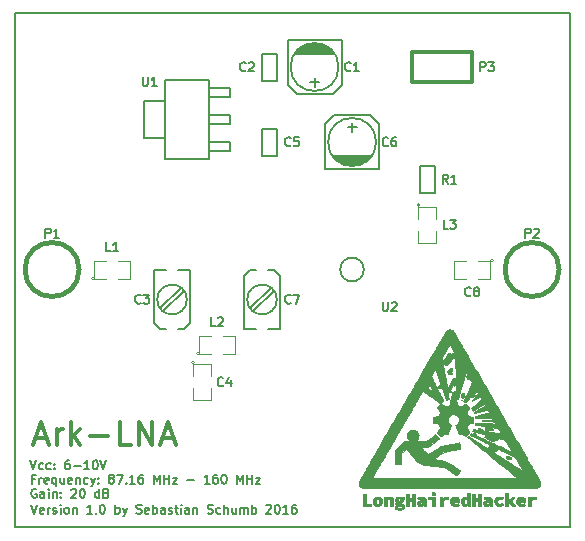
<source format=gto>
G04 #@! TF.FileFunction,Legend,Top*
%FSLAX46Y46*%
G04 Gerber Fmt 4.6, Leading zero omitted, Abs format (unit mm)*
G04 Created by KiCad (PCBNEW (2016-01-30 BZR 6528, Git 351752f)-product) date Thu 07 Jul 2016 01:24:39 AM CEST*
%MOMM*%
G01*
G04 APERTURE LIST*
%ADD10C,0.100000*%
%ADD11C,0.150000*%
%ADD12C,0.300000*%
%ADD13C,0.127000*%
%ADD14C,0.099060*%
%ADD15C,0.381000*%
%ADD16C,0.304800*%
%ADD17C,0.010000*%
G04 APERTURE END LIST*
D10*
D11*
X118816429Y-122849286D02*
X119066429Y-123599286D01*
X119316429Y-122849286D01*
X119887857Y-123563571D02*
X119816428Y-123599286D01*
X119673571Y-123599286D01*
X119602143Y-123563571D01*
X119566428Y-123527857D01*
X119530714Y-123456429D01*
X119530714Y-123242143D01*
X119566428Y-123170714D01*
X119602143Y-123135000D01*
X119673571Y-123099286D01*
X119816428Y-123099286D01*
X119887857Y-123135000D01*
X120530714Y-123563571D02*
X120459285Y-123599286D01*
X120316428Y-123599286D01*
X120245000Y-123563571D01*
X120209285Y-123527857D01*
X120173571Y-123456429D01*
X120173571Y-123242143D01*
X120209285Y-123170714D01*
X120245000Y-123135000D01*
X120316428Y-123099286D01*
X120459285Y-123099286D01*
X120530714Y-123135000D01*
X120852142Y-123527857D02*
X120887857Y-123563571D01*
X120852142Y-123599286D01*
X120816428Y-123563571D01*
X120852142Y-123527857D01*
X120852142Y-123599286D01*
X120852142Y-123135000D02*
X120887857Y-123170714D01*
X120852142Y-123206429D01*
X120816428Y-123170714D01*
X120852142Y-123135000D01*
X120852142Y-123206429D01*
X122102143Y-122849286D02*
X121959286Y-122849286D01*
X121887857Y-122885000D01*
X121852143Y-122920714D01*
X121780714Y-123027857D01*
X121745000Y-123170714D01*
X121745000Y-123456429D01*
X121780714Y-123527857D01*
X121816429Y-123563571D01*
X121887857Y-123599286D01*
X122030714Y-123599286D01*
X122102143Y-123563571D01*
X122137857Y-123527857D01*
X122173572Y-123456429D01*
X122173572Y-123277857D01*
X122137857Y-123206429D01*
X122102143Y-123170714D01*
X122030714Y-123135000D01*
X121887857Y-123135000D01*
X121816429Y-123170714D01*
X121780714Y-123206429D01*
X121745000Y-123277857D01*
X122495000Y-123313571D02*
X123066429Y-123313571D01*
X123816429Y-123599286D02*
X123387857Y-123599286D01*
X123602143Y-123599286D02*
X123602143Y-122849286D01*
X123530714Y-122956429D01*
X123459286Y-123027857D01*
X123387857Y-123063571D01*
X124280715Y-122849286D02*
X124352143Y-122849286D01*
X124423572Y-122885000D01*
X124459286Y-122920714D01*
X124495000Y-122992143D01*
X124530715Y-123135000D01*
X124530715Y-123313571D01*
X124495000Y-123456429D01*
X124459286Y-123527857D01*
X124423572Y-123563571D01*
X124352143Y-123599286D01*
X124280715Y-123599286D01*
X124209286Y-123563571D01*
X124173572Y-123527857D01*
X124137857Y-123456429D01*
X124102143Y-123313571D01*
X124102143Y-123135000D01*
X124137857Y-122992143D01*
X124173572Y-122920714D01*
X124209286Y-122885000D01*
X124280715Y-122849286D01*
X124745001Y-122849286D02*
X124995001Y-123599286D01*
X125245001Y-122849286D01*
X119173571Y-124406429D02*
X118923571Y-124406429D01*
X118923571Y-124799286D02*
X118923571Y-124049286D01*
X119280714Y-124049286D01*
X119566428Y-124799286D02*
X119566428Y-124299286D01*
X119566428Y-124442143D02*
X119602143Y-124370714D01*
X119637857Y-124335000D01*
X119709286Y-124299286D01*
X119780714Y-124299286D01*
X120316429Y-124763571D02*
X120245000Y-124799286D01*
X120102143Y-124799286D01*
X120030714Y-124763571D01*
X119995000Y-124692143D01*
X119995000Y-124406429D01*
X120030714Y-124335000D01*
X120102143Y-124299286D01*
X120245000Y-124299286D01*
X120316429Y-124335000D01*
X120352143Y-124406429D01*
X120352143Y-124477857D01*
X119995000Y-124549286D01*
X120995000Y-124299286D02*
X120995000Y-125049286D01*
X120995000Y-124763571D02*
X120923571Y-124799286D01*
X120780714Y-124799286D01*
X120709286Y-124763571D01*
X120673571Y-124727857D01*
X120637857Y-124656429D01*
X120637857Y-124442143D01*
X120673571Y-124370714D01*
X120709286Y-124335000D01*
X120780714Y-124299286D01*
X120923571Y-124299286D01*
X120995000Y-124335000D01*
X121673571Y-124299286D02*
X121673571Y-124799286D01*
X121352142Y-124299286D02*
X121352142Y-124692143D01*
X121387857Y-124763571D01*
X121459285Y-124799286D01*
X121566428Y-124799286D01*
X121637857Y-124763571D01*
X121673571Y-124727857D01*
X122316428Y-124763571D02*
X122244999Y-124799286D01*
X122102142Y-124799286D01*
X122030713Y-124763571D01*
X121994999Y-124692143D01*
X121994999Y-124406429D01*
X122030713Y-124335000D01*
X122102142Y-124299286D01*
X122244999Y-124299286D01*
X122316428Y-124335000D01*
X122352142Y-124406429D01*
X122352142Y-124477857D01*
X121994999Y-124549286D01*
X122673570Y-124299286D02*
X122673570Y-124799286D01*
X122673570Y-124370714D02*
X122709285Y-124335000D01*
X122780713Y-124299286D01*
X122887856Y-124299286D01*
X122959285Y-124335000D01*
X122994999Y-124406429D01*
X122994999Y-124799286D01*
X123673570Y-124763571D02*
X123602141Y-124799286D01*
X123459284Y-124799286D01*
X123387856Y-124763571D01*
X123352141Y-124727857D01*
X123316427Y-124656429D01*
X123316427Y-124442143D01*
X123352141Y-124370714D01*
X123387856Y-124335000D01*
X123459284Y-124299286D01*
X123602141Y-124299286D01*
X123673570Y-124335000D01*
X123923570Y-124299286D02*
X124102141Y-124799286D01*
X124280713Y-124299286D02*
X124102141Y-124799286D01*
X124030713Y-124977857D01*
X123994998Y-125013571D01*
X123923570Y-125049286D01*
X124566427Y-124727857D02*
X124602142Y-124763571D01*
X124566427Y-124799286D01*
X124530713Y-124763571D01*
X124566427Y-124727857D01*
X124566427Y-124799286D01*
X124566427Y-124335000D02*
X124602142Y-124370714D01*
X124566427Y-124406429D01*
X124530713Y-124370714D01*
X124566427Y-124335000D01*
X124566427Y-124406429D01*
X125602142Y-124370714D02*
X125530714Y-124335000D01*
X125494999Y-124299286D01*
X125459285Y-124227857D01*
X125459285Y-124192143D01*
X125494999Y-124120714D01*
X125530714Y-124085000D01*
X125602142Y-124049286D01*
X125744999Y-124049286D01*
X125816428Y-124085000D01*
X125852142Y-124120714D01*
X125887857Y-124192143D01*
X125887857Y-124227857D01*
X125852142Y-124299286D01*
X125816428Y-124335000D01*
X125744999Y-124370714D01*
X125602142Y-124370714D01*
X125530714Y-124406429D01*
X125494999Y-124442143D01*
X125459285Y-124513571D01*
X125459285Y-124656429D01*
X125494999Y-124727857D01*
X125530714Y-124763571D01*
X125602142Y-124799286D01*
X125744999Y-124799286D01*
X125816428Y-124763571D01*
X125852142Y-124727857D01*
X125887857Y-124656429D01*
X125887857Y-124513571D01*
X125852142Y-124442143D01*
X125816428Y-124406429D01*
X125744999Y-124370714D01*
X126137857Y-124049286D02*
X126637857Y-124049286D01*
X126316428Y-124799286D01*
X126923571Y-124727857D02*
X126959286Y-124763571D01*
X126923571Y-124799286D01*
X126887857Y-124763571D01*
X126923571Y-124727857D01*
X126923571Y-124799286D01*
X127673572Y-124799286D02*
X127245000Y-124799286D01*
X127459286Y-124799286D02*
X127459286Y-124049286D01*
X127387857Y-124156429D01*
X127316429Y-124227857D01*
X127245000Y-124263571D01*
X128316429Y-124049286D02*
X128173572Y-124049286D01*
X128102143Y-124085000D01*
X128066429Y-124120714D01*
X127995000Y-124227857D01*
X127959286Y-124370714D01*
X127959286Y-124656429D01*
X127995000Y-124727857D01*
X128030715Y-124763571D01*
X128102143Y-124799286D01*
X128245000Y-124799286D01*
X128316429Y-124763571D01*
X128352143Y-124727857D01*
X128387858Y-124656429D01*
X128387858Y-124477857D01*
X128352143Y-124406429D01*
X128316429Y-124370714D01*
X128245000Y-124335000D01*
X128102143Y-124335000D01*
X128030715Y-124370714D01*
X127995000Y-124406429D01*
X127959286Y-124477857D01*
X129280715Y-124799286D02*
X129280715Y-124049286D01*
X129530715Y-124585000D01*
X129780715Y-124049286D01*
X129780715Y-124799286D01*
X130137858Y-124799286D02*
X130137858Y-124049286D01*
X130137858Y-124406429D02*
X130566430Y-124406429D01*
X130566430Y-124799286D02*
X130566430Y-124049286D01*
X130852144Y-124299286D02*
X131245001Y-124299286D01*
X130852144Y-124799286D01*
X131245001Y-124799286D01*
X132102144Y-124513571D02*
X132673573Y-124513571D01*
X133995002Y-124799286D02*
X133566430Y-124799286D01*
X133780716Y-124799286D02*
X133780716Y-124049286D01*
X133709287Y-124156429D01*
X133637859Y-124227857D01*
X133566430Y-124263571D01*
X134637859Y-124049286D02*
X134495002Y-124049286D01*
X134423573Y-124085000D01*
X134387859Y-124120714D01*
X134316430Y-124227857D01*
X134280716Y-124370714D01*
X134280716Y-124656429D01*
X134316430Y-124727857D01*
X134352145Y-124763571D01*
X134423573Y-124799286D01*
X134566430Y-124799286D01*
X134637859Y-124763571D01*
X134673573Y-124727857D01*
X134709288Y-124656429D01*
X134709288Y-124477857D01*
X134673573Y-124406429D01*
X134637859Y-124370714D01*
X134566430Y-124335000D01*
X134423573Y-124335000D01*
X134352145Y-124370714D01*
X134316430Y-124406429D01*
X134280716Y-124477857D01*
X135173574Y-124049286D02*
X135245002Y-124049286D01*
X135316431Y-124085000D01*
X135352145Y-124120714D01*
X135387859Y-124192143D01*
X135423574Y-124335000D01*
X135423574Y-124513571D01*
X135387859Y-124656429D01*
X135352145Y-124727857D01*
X135316431Y-124763571D01*
X135245002Y-124799286D01*
X135173574Y-124799286D01*
X135102145Y-124763571D01*
X135066431Y-124727857D01*
X135030716Y-124656429D01*
X134995002Y-124513571D01*
X134995002Y-124335000D01*
X135030716Y-124192143D01*
X135066431Y-124120714D01*
X135102145Y-124085000D01*
X135173574Y-124049286D01*
X136316431Y-124799286D02*
X136316431Y-124049286D01*
X136566431Y-124585000D01*
X136816431Y-124049286D01*
X136816431Y-124799286D01*
X137173574Y-124799286D02*
X137173574Y-124049286D01*
X137173574Y-124406429D02*
X137602146Y-124406429D01*
X137602146Y-124799286D02*
X137602146Y-124049286D01*
X137887860Y-124299286D02*
X138280717Y-124299286D01*
X137887860Y-124799286D01*
X138280717Y-124799286D01*
X119316429Y-125285000D02*
X119245000Y-125249286D01*
X119137857Y-125249286D01*
X119030714Y-125285000D01*
X118959286Y-125356429D01*
X118923571Y-125427857D01*
X118887857Y-125570714D01*
X118887857Y-125677857D01*
X118923571Y-125820714D01*
X118959286Y-125892143D01*
X119030714Y-125963571D01*
X119137857Y-125999286D01*
X119209286Y-125999286D01*
X119316429Y-125963571D01*
X119352143Y-125927857D01*
X119352143Y-125677857D01*
X119209286Y-125677857D01*
X119995000Y-125999286D02*
X119995000Y-125606429D01*
X119959286Y-125535000D01*
X119887857Y-125499286D01*
X119745000Y-125499286D01*
X119673571Y-125535000D01*
X119995000Y-125963571D02*
X119923571Y-125999286D01*
X119745000Y-125999286D01*
X119673571Y-125963571D01*
X119637857Y-125892143D01*
X119637857Y-125820714D01*
X119673571Y-125749286D01*
X119745000Y-125713571D01*
X119923571Y-125713571D01*
X119995000Y-125677857D01*
X120352142Y-125999286D02*
X120352142Y-125499286D01*
X120352142Y-125249286D02*
X120316428Y-125285000D01*
X120352142Y-125320714D01*
X120387857Y-125285000D01*
X120352142Y-125249286D01*
X120352142Y-125320714D01*
X120709285Y-125499286D02*
X120709285Y-125999286D01*
X120709285Y-125570714D02*
X120745000Y-125535000D01*
X120816428Y-125499286D01*
X120923571Y-125499286D01*
X120995000Y-125535000D01*
X121030714Y-125606429D01*
X121030714Y-125999286D01*
X121387856Y-125927857D02*
X121423571Y-125963571D01*
X121387856Y-125999286D01*
X121352142Y-125963571D01*
X121387856Y-125927857D01*
X121387856Y-125999286D01*
X121387856Y-125535000D02*
X121423571Y-125570714D01*
X121387856Y-125606429D01*
X121352142Y-125570714D01*
X121387856Y-125535000D01*
X121387856Y-125606429D01*
X122280714Y-125320714D02*
X122316428Y-125285000D01*
X122387857Y-125249286D01*
X122566428Y-125249286D01*
X122637857Y-125285000D01*
X122673571Y-125320714D01*
X122709286Y-125392143D01*
X122709286Y-125463571D01*
X122673571Y-125570714D01*
X122245000Y-125999286D01*
X122709286Y-125999286D01*
X123173572Y-125249286D02*
X123245000Y-125249286D01*
X123316429Y-125285000D01*
X123352143Y-125320714D01*
X123387857Y-125392143D01*
X123423572Y-125535000D01*
X123423572Y-125713571D01*
X123387857Y-125856429D01*
X123352143Y-125927857D01*
X123316429Y-125963571D01*
X123245000Y-125999286D01*
X123173572Y-125999286D01*
X123102143Y-125963571D01*
X123066429Y-125927857D01*
X123030714Y-125856429D01*
X122995000Y-125713571D01*
X122995000Y-125535000D01*
X123030714Y-125392143D01*
X123066429Y-125320714D01*
X123102143Y-125285000D01*
X123173572Y-125249286D01*
X124637858Y-125999286D02*
X124637858Y-125249286D01*
X124637858Y-125963571D02*
X124566429Y-125999286D01*
X124423572Y-125999286D01*
X124352144Y-125963571D01*
X124316429Y-125927857D01*
X124280715Y-125856429D01*
X124280715Y-125642143D01*
X124316429Y-125570714D01*
X124352144Y-125535000D01*
X124423572Y-125499286D01*
X124566429Y-125499286D01*
X124637858Y-125535000D01*
X125245000Y-125606429D02*
X125352143Y-125642143D01*
X125387858Y-125677857D01*
X125423572Y-125749286D01*
X125423572Y-125856429D01*
X125387858Y-125927857D01*
X125352143Y-125963571D01*
X125280715Y-125999286D01*
X124995000Y-125999286D01*
X124995000Y-125249286D01*
X125245000Y-125249286D01*
X125316429Y-125285000D01*
X125352143Y-125320714D01*
X125387858Y-125392143D01*
X125387858Y-125463571D01*
X125352143Y-125535000D01*
X125316429Y-125570714D01*
X125245000Y-125606429D01*
X124995000Y-125606429D01*
X118907143Y-126589286D02*
X119157143Y-127339286D01*
X119407143Y-126589286D01*
X119942857Y-127303571D02*
X119871428Y-127339286D01*
X119728571Y-127339286D01*
X119657142Y-127303571D01*
X119621428Y-127232143D01*
X119621428Y-126946429D01*
X119657142Y-126875000D01*
X119728571Y-126839286D01*
X119871428Y-126839286D01*
X119942857Y-126875000D01*
X119978571Y-126946429D01*
X119978571Y-127017857D01*
X119621428Y-127089286D01*
X120299999Y-127339286D02*
X120299999Y-126839286D01*
X120299999Y-126982143D02*
X120335714Y-126910714D01*
X120371428Y-126875000D01*
X120442857Y-126839286D01*
X120514285Y-126839286D01*
X120728571Y-127303571D02*
X120800000Y-127339286D01*
X120942857Y-127339286D01*
X121014285Y-127303571D01*
X121050000Y-127232143D01*
X121050000Y-127196429D01*
X121014285Y-127125000D01*
X120942857Y-127089286D01*
X120835714Y-127089286D01*
X120764285Y-127053571D01*
X120728571Y-126982143D01*
X120728571Y-126946429D01*
X120764285Y-126875000D01*
X120835714Y-126839286D01*
X120942857Y-126839286D01*
X121014285Y-126875000D01*
X121371428Y-127339286D02*
X121371428Y-126839286D01*
X121371428Y-126589286D02*
X121335714Y-126625000D01*
X121371428Y-126660714D01*
X121407143Y-126625000D01*
X121371428Y-126589286D01*
X121371428Y-126660714D01*
X121835714Y-127339286D02*
X121764286Y-127303571D01*
X121728571Y-127267857D01*
X121692857Y-127196429D01*
X121692857Y-126982143D01*
X121728571Y-126910714D01*
X121764286Y-126875000D01*
X121835714Y-126839286D01*
X121942857Y-126839286D01*
X122014286Y-126875000D01*
X122050000Y-126910714D01*
X122085714Y-126982143D01*
X122085714Y-127196429D01*
X122050000Y-127267857D01*
X122014286Y-127303571D01*
X121942857Y-127339286D01*
X121835714Y-127339286D01*
X122407142Y-126839286D02*
X122407142Y-127339286D01*
X122407142Y-126910714D02*
X122442857Y-126875000D01*
X122514285Y-126839286D01*
X122621428Y-126839286D01*
X122692857Y-126875000D01*
X122728571Y-126946429D01*
X122728571Y-127339286D01*
X124050000Y-127339286D02*
X123621428Y-127339286D01*
X123835714Y-127339286D02*
X123835714Y-126589286D01*
X123764285Y-126696429D01*
X123692857Y-126767857D01*
X123621428Y-126803571D01*
X124371428Y-127267857D02*
X124407143Y-127303571D01*
X124371428Y-127339286D01*
X124335714Y-127303571D01*
X124371428Y-127267857D01*
X124371428Y-127339286D01*
X124871429Y-126589286D02*
X124942857Y-126589286D01*
X125014286Y-126625000D01*
X125050000Y-126660714D01*
X125085714Y-126732143D01*
X125121429Y-126875000D01*
X125121429Y-127053571D01*
X125085714Y-127196429D01*
X125050000Y-127267857D01*
X125014286Y-127303571D01*
X124942857Y-127339286D01*
X124871429Y-127339286D01*
X124800000Y-127303571D01*
X124764286Y-127267857D01*
X124728571Y-127196429D01*
X124692857Y-127053571D01*
X124692857Y-126875000D01*
X124728571Y-126732143D01*
X124764286Y-126660714D01*
X124800000Y-126625000D01*
X124871429Y-126589286D01*
X126014286Y-127339286D02*
X126014286Y-126589286D01*
X126014286Y-126875000D02*
X126085715Y-126839286D01*
X126228572Y-126839286D01*
X126300001Y-126875000D01*
X126335715Y-126910714D01*
X126371429Y-126982143D01*
X126371429Y-127196429D01*
X126335715Y-127267857D01*
X126300001Y-127303571D01*
X126228572Y-127339286D01*
X126085715Y-127339286D01*
X126014286Y-127303571D01*
X126621429Y-126839286D02*
X126800000Y-127339286D01*
X126978572Y-126839286D02*
X126800000Y-127339286D01*
X126728572Y-127517857D01*
X126692857Y-127553571D01*
X126621429Y-127589286D01*
X127800001Y-127303571D02*
X127907144Y-127339286D01*
X128085715Y-127339286D01*
X128157144Y-127303571D01*
X128192858Y-127267857D01*
X128228573Y-127196429D01*
X128228573Y-127125000D01*
X128192858Y-127053571D01*
X128157144Y-127017857D01*
X128085715Y-126982143D01*
X127942858Y-126946429D01*
X127871430Y-126910714D01*
X127835715Y-126875000D01*
X127800001Y-126803571D01*
X127800001Y-126732143D01*
X127835715Y-126660714D01*
X127871430Y-126625000D01*
X127942858Y-126589286D01*
X128121430Y-126589286D01*
X128228573Y-126625000D01*
X128835716Y-127303571D02*
X128764287Y-127339286D01*
X128621430Y-127339286D01*
X128550001Y-127303571D01*
X128514287Y-127232143D01*
X128514287Y-126946429D01*
X128550001Y-126875000D01*
X128621430Y-126839286D01*
X128764287Y-126839286D01*
X128835716Y-126875000D01*
X128871430Y-126946429D01*
X128871430Y-127017857D01*
X128514287Y-127089286D01*
X129192858Y-127339286D02*
X129192858Y-126589286D01*
X129192858Y-126875000D02*
X129264287Y-126839286D01*
X129407144Y-126839286D01*
X129478573Y-126875000D01*
X129514287Y-126910714D01*
X129550001Y-126982143D01*
X129550001Y-127196429D01*
X129514287Y-127267857D01*
X129478573Y-127303571D01*
X129407144Y-127339286D01*
X129264287Y-127339286D01*
X129192858Y-127303571D01*
X130192858Y-127339286D02*
X130192858Y-126946429D01*
X130157144Y-126875000D01*
X130085715Y-126839286D01*
X129942858Y-126839286D01*
X129871429Y-126875000D01*
X130192858Y-127303571D02*
X130121429Y-127339286D01*
X129942858Y-127339286D01*
X129871429Y-127303571D01*
X129835715Y-127232143D01*
X129835715Y-127160714D01*
X129871429Y-127089286D01*
X129942858Y-127053571D01*
X130121429Y-127053571D01*
X130192858Y-127017857D01*
X130514286Y-127303571D02*
X130585715Y-127339286D01*
X130728572Y-127339286D01*
X130800000Y-127303571D01*
X130835715Y-127232143D01*
X130835715Y-127196429D01*
X130800000Y-127125000D01*
X130728572Y-127089286D01*
X130621429Y-127089286D01*
X130550000Y-127053571D01*
X130514286Y-126982143D01*
X130514286Y-126946429D01*
X130550000Y-126875000D01*
X130621429Y-126839286D01*
X130728572Y-126839286D01*
X130800000Y-126875000D01*
X131050001Y-126839286D02*
X131335715Y-126839286D01*
X131157143Y-126589286D02*
X131157143Y-127232143D01*
X131192858Y-127303571D01*
X131264286Y-127339286D01*
X131335715Y-127339286D01*
X131585714Y-127339286D02*
X131585714Y-126839286D01*
X131585714Y-126589286D02*
X131550000Y-126625000D01*
X131585714Y-126660714D01*
X131621429Y-126625000D01*
X131585714Y-126589286D01*
X131585714Y-126660714D01*
X132264286Y-127339286D02*
X132264286Y-126946429D01*
X132228572Y-126875000D01*
X132157143Y-126839286D01*
X132014286Y-126839286D01*
X131942857Y-126875000D01*
X132264286Y-127303571D02*
X132192857Y-127339286D01*
X132014286Y-127339286D01*
X131942857Y-127303571D01*
X131907143Y-127232143D01*
X131907143Y-127160714D01*
X131942857Y-127089286D01*
X132014286Y-127053571D01*
X132192857Y-127053571D01*
X132264286Y-127017857D01*
X132621428Y-126839286D02*
X132621428Y-127339286D01*
X132621428Y-126910714D02*
X132657143Y-126875000D01*
X132728571Y-126839286D01*
X132835714Y-126839286D01*
X132907143Y-126875000D01*
X132942857Y-126946429D01*
X132942857Y-127339286D01*
X133835714Y-127303571D02*
X133942857Y-127339286D01*
X134121428Y-127339286D01*
X134192857Y-127303571D01*
X134228571Y-127267857D01*
X134264286Y-127196429D01*
X134264286Y-127125000D01*
X134228571Y-127053571D01*
X134192857Y-127017857D01*
X134121428Y-126982143D01*
X133978571Y-126946429D01*
X133907143Y-126910714D01*
X133871428Y-126875000D01*
X133835714Y-126803571D01*
X133835714Y-126732143D01*
X133871428Y-126660714D01*
X133907143Y-126625000D01*
X133978571Y-126589286D01*
X134157143Y-126589286D01*
X134264286Y-126625000D01*
X134907143Y-127303571D02*
X134835714Y-127339286D01*
X134692857Y-127339286D01*
X134621429Y-127303571D01*
X134585714Y-127267857D01*
X134550000Y-127196429D01*
X134550000Y-126982143D01*
X134585714Y-126910714D01*
X134621429Y-126875000D01*
X134692857Y-126839286D01*
X134835714Y-126839286D01*
X134907143Y-126875000D01*
X135228571Y-127339286D02*
X135228571Y-126589286D01*
X135550000Y-127339286D02*
X135550000Y-126946429D01*
X135514286Y-126875000D01*
X135442857Y-126839286D01*
X135335714Y-126839286D01*
X135264286Y-126875000D01*
X135228571Y-126910714D01*
X136228571Y-126839286D02*
X136228571Y-127339286D01*
X135907142Y-126839286D02*
X135907142Y-127232143D01*
X135942857Y-127303571D01*
X136014285Y-127339286D01*
X136121428Y-127339286D01*
X136192857Y-127303571D01*
X136228571Y-127267857D01*
X136585713Y-127339286D02*
X136585713Y-126839286D01*
X136585713Y-126910714D02*
X136621428Y-126875000D01*
X136692856Y-126839286D01*
X136799999Y-126839286D01*
X136871428Y-126875000D01*
X136907142Y-126946429D01*
X136907142Y-127339286D01*
X136907142Y-126946429D02*
X136942856Y-126875000D01*
X137014285Y-126839286D01*
X137121428Y-126839286D01*
X137192856Y-126875000D01*
X137228571Y-126946429D01*
X137228571Y-127339286D01*
X137585713Y-127339286D02*
X137585713Y-126589286D01*
X137585713Y-126875000D02*
X137657142Y-126839286D01*
X137799999Y-126839286D01*
X137871428Y-126875000D01*
X137907142Y-126910714D01*
X137942856Y-126982143D01*
X137942856Y-127196429D01*
X137907142Y-127267857D01*
X137871428Y-127303571D01*
X137799999Y-127339286D01*
X137657142Y-127339286D01*
X137585713Y-127303571D01*
X138799999Y-126660714D02*
X138835713Y-126625000D01*
X138907142Y-126589286D01*
X139085713Y-126589286D01*
X139157142Y-126625000D01*
X139192856Y-126660714D01*
X139228571Y-126732143D01*
X139228571Y-126803571D01*
X139192856Y-126910714D01*
X138764285Y-127339286D01*
X139228571Y-127339286D01*
X139692857Y-126589286D02*
X139764285Y-126589286D01*
X139835714Y-126625000D01*
X139871428Y-126660714D01*
X139907142Y-126732143D01*
X139942857Y-126875000D01*
X139942857Y-127053571D01*
X139907142Y-127196429D01*
X139871428Y-127267857D01*
X139835714Y-127303571D01*
X139764285Y-127339286D01*
X139692857Y-127339286D01*
X139621428Y-127303571D01*
X139585714Y-127267857D01*
X139549999Y-127196429D01*
X139514285Y-127053571D01*
X139514285Y-126875000D01*
X139549999Y-126732143D01*
X139585714Y-126660714D01*
X139621428Y-126625000D01*
X139692857Y-126589286D01*
X140657143Y-127339286D02*
X140228571Y-127339286D01*
X140442857Y-127339286D02*
X140442857Y-126589286D01*
X140371428Y-126696429D01*
X140300000Y-126767857D01*
X140228571Y-126803571D01*
X141300000Y-126589286D02*
X141157143Y-126589286D01*
X141085714Y-126625000D01*
X141050000Y-126660714D01*
X140978571Y-126767857D01*
X140942857Y-126910714D01*
X140942857Y-127196429D01*
X140978571Y-127267857D01*
X141014286Y-127303571D01*
X141085714Y-127339286D01*
X141228571Y-127339286D01*
X141300000Y-127303571D01*
X141335714Y-127267857D01*
X141371429Y-127196429D01*
X141371429Y-127017857D01*
X141335714Y-126946429D01*
X141300000Y-126910714D01*
X141228571Y-126875000D01*
X141085714Y-126875000D01*
X141014286Y-126910714D01*
X140978571Y-126946429D01*
X140942857Y-127017857D01*
D12*
X119237857Y-120983333D02*
X120190238Y-120983333D01*
X119047381Y-121554762D02*
X119714048Y-119554762D01*
X120380715Y-121554762D01*
X121047381Y-121554762D02*
X121047381Y-120221429D01*
X121047381Y-120602381D02*
X121142620Y-120411905D01*
X121237858Y-120316667D01*
X121428334Y-120221429D01*
X121618810Y-120221429D01*
X122285476Y-121554762D02*
X122285476Y-119554762D01*
X122475953Y-120792857D02*
X123047381Y-121554762D01*
X123047381Y-120221429D02*
X122285476Y-120983333D01*
X123904524Y-120792857D02*
X125428334Y-120792857D01*
X127333095Y-121554762D02*
X126380714Y-121554762D01*
X126380714Y-119554762D01*
X127999762Y-121554762D02*
X127999762Y-119554762D01*
X129142620Y-121554762D01*
X129142620Y-119554762D01*
X129999762Y-120983333D02*
X130952143Y-120983333D01*
X129809286Y-121554762D02*
X130475953Y-119554762D01*
X131142620Y-121554762D01*
D13*
X142875000Y-91186000D02*
X142875000Y-90424000D01*
X143256000Y-90805000D02*
X142494000Y-90805000D01*
X140589000Y-91059000D02*
X140589000Y-87249000D01*
X144399000Y-91821000D02*
X141351000Y-91821000D01*
X140589000Y-91059000D02*
X141351000Y-91821000D01*
X145161000Y-91059000D02*
X145161000Y-87249000D01*
X145161000Y-91059000D02*
X144399000Y-91821000D01*
X142748000Y-87503000D02*
X143002000Y-87503000D01*
X143510000Y-87630000D02*
X142240000Y-87630000D01*
X141986000Y-87757000D02*
X143764000Y-87757000D01*
X141732000Y-87884000D02*
X144018000Y-87884000D01*
X144145000Y-88011000D02*
X141605000Y-88011000D01*
X141478000Y-88138000D02*
X144272000Y-88138000D01*
X144399000Y-88265000D02*
X141351000Y-88265000D01*
X144526000Y-88392000D02*
X141224000Y-88392000D01*
X144907000Y-89535000D02*
G75*
G03X144907000Y-89535000I-2032000J0D01*
G01*
X145161000Y-87249000D02*
X140589000Y-87249000D01*
X138430000Y-90678000D02*
X138430000Y-88392000D01*
X138430000Y-88392000D02*
X139700000Y-88392000D01*
X139700000Y-88392000D02*
X139700000Y-90678000D01*
X139700000Y-90678000D02*
X138430000Y-90678000D01*
D11*
X129810000Y-109970000D02*
X131560000Y-108220000D01*
X130060000Y-110220000D02*
X131810000Y-108470000D01*
X132060000Y-109220000D02*
G75*
G03X132060000Y-109220000I-1250000J0D01*
G01*
X131310000Y-111720000D02*
X131810000Y-111720000D01*
X131810000Y-111720000D02*
X132310000Y-111220000D01*
X132310000Y-111220000D02*
X132310000Y-106720000D01*
X132310000Y-106720000D02*
X131310000Y-106720000D01*
X130310000Y-111720000D02*
X129810000Y-111720000D01*
X129810000Y-111720000D02*
X129310000Y-111220000D01*
X129310000Y-111220000D02*
X129310000Y-106720000D01*
X129310000Y-106720000D02*
X130310000Y-106720000D01*
D14*
X132715000Y-114554000D02*
G75*
G03X132715000Y-114554000I-127000J0D01*
G01*
X132588000Y-115697000D02*
X132588000Y-114681000D01*
X132588000Y-114681000D02*
X134112000Y-114681000D01*
X134112000Y-114681000D02*
X134112000Y-115697000D01*
X134112000Y-116713000D02*
X134112000Y-117729000D01*
X134112000Y-117729000D02*
X132588000Y-117729000D01*
X132588000Y-117729000D02*
X132588000Y-116713000D01*
D13*
X139700000Y-94742000D02*
X139700000Y-97028000D01*
X139700000Y-97028000D02*
X138430000Y-97028000D01*
X138430000Y-97028000D02*
X138430000Y-94742000D01*
X138430000Y-94742000D02*
X139700000Y-94742000D01*
X146050000Y-94234000D02*
X146050000Y-94996000D01*
X145669000Y-94615000D02*
X146431000Y-94615000D01*
X148336000Y-94361000D02*
X148336000Y-98171000D01*
X144526000Y-93599000D02*
X147574000Y-93599000D01*
X148336000Y-94361000D02*
X147574000Y-93599000D01*
X143764000Y-94361000D02*
X143764000Y-98171000D01*
X143764000Y-94361000D02*
X144526000Y-93599000D01*
X146177000Y-97917000D02*
X145923000Y-97917000D01*
X145415000Y-97790000D02*
X146685000Y-97790000D01*
X146939000Y-97663000D02*
X145161000Y-97663000D01*
X147193000Y-97536000D02*
X144907000Y-97536000D01*
X144780000Y-97409000D02*
X147320000Y-97409000D01*
X147447000Y-97282000D02*
X144653000Y-97282000D01*
X144526000Y-97155000D02*
X147574000Y-97155000D01*
X144399000Y-97028000D02*
X147701000Y-97028000D01*
X148082000Y-95885000D02*
G75*
G03X148082000Y-95885000I-2032000J0D01*
G01*
X143764000Y-98171000D02*
X148336000Y-98171000D01*
D11*
X139430000Y-108470000D02*
X137680000Y-110220000D01*
X139180000Y-108220000D02*
X137430000Y-109970000D01*
X139680000Y-109220000D02*
G75*
G03X139680000Y-109220000I-1250000J0D01*
G01*
X137930000Y-106720000D02*
X137430000Y-106720000D01*
X137430000Y-106720000D02*
X136930000Y-107220000D01*
X136930000Y-107220000D02*
X136930000Y-111720000D01*
X136930000Y-111720000D02*
X137930000Y-111720000D01*
X138930000Y-106720000D02*
X139430000Y-106720000D01*
X139430000Y-106720000D02*
X139930000Y-107220000D01*
X139930000Y-107220000D02*
X139930000Y-111720000D01*
X139930000Y-111720000D02*
X138930000Y-111720000D01*
D14*
X157988000Y-105918000D02*
G75*
G03X157988000Y-105918000I-127000J0D01*
G01*
X156718000Y-105918000D02*
X157734000Y-105918000D01*
X157734000Y-105918000D02*
X157734000Y-107442000D01*
X157734000Y-107442000D02*
X156718000Y-107442000D01*
X155702000Y-107442000D02*
X154686000Y-107442000D01*
X154686000Y-107442000D02*
X154686000Y-105918000D01*
X154686000Y-105918000D02*
X155702000Y-105918000D01*
X124206000Y-107442000D02*
G75*
G03X124206000Y-107442000I-127000J0D01*
G01*
X125222000Y-107442000D02*
X124206000Y-107442000D01*
X124206000Y-107442000D02*
X124206000Y-105918000D01*
X124206000Y-105918000D02*
X125222000Y-105918000D01*
X126238000Y-105918000D02*
X127254000Y-105918000D01*
X127254000Y-105918000D02*
X127254000Y-107442000D01*
X127254000Y-107442000D02*
X126238000Y-107442000D01*
X133096000Y-113792000D02*
G75*
G03X133096000Y-113792000I-127000J0D01*
G01*
X134112000Y-113792000D02*
X133096000Y-113792000D01*
X133096000Y-113792000D02*
X133096000Y-112268000D01*
X133096000Y-112268000D02*
X134112000Y-112268000D01*
X135128000Y-112268000D02*
X136144000Y-112268000D01*
X136144000Y-112268000D02*
X136144000Y-113792000D01*
X136144000Y-113792000D02*
X135128000Y-113792000D01*
X151765000Y-101219000D02*
G75*
G03X151765000Y-101219000I-127000J0D01*
G01*
X151638000Y-102362000D02*
X151638000Y-101346000D01*
X151638000Y-101346000D02*
X153162000Y-101346000D01*
X153162000Y-101346000D02*
X153162000Y-102362000D01*
X153162000Y-103378000D02*
X153162000Y-104394000D01*
X153162000Y-104394000D02*
X151638000Y-104394000D01*
X151638000Y-104394000D02*
X151638000Y-103378000D01*
D13*
X153035000Y-97917000D02*
X153035000Y-100203000D01*
X153035000Y-100203000D02*
X151765000Y-100203000D01*
X151765000Y-100203000D02*
X151765000Y-97917000D01*
X151765000Y-97917000D02*
X153035000Y-97917000D01*
X128435100Y-95529400D02*
X128435100Y-92430600D01*
X128435100Y-92430600D02*
X130225800Y-92430600D01*
X128435100Y-95529400D02*
X130225800Y-95529400D01*
X135724900Y-92087700D02*
X135724900Y-91274900D01*
X135724900Y-91274900D02*
X133934200Y-91274900D01*
X135724900Y-92087700D02*
X133934200Y-92087700D01*
X135724900Y-94386400D02*
X133934200Y-94386400D01*
X135724900Y-93573600D02*
X133934200Y-93573600D01*
X135724900Y-94386400D02*
X135724900Y-93573600D01*
X135724900Y-96685100D02*
X135724900Y-95872300D01*
X135724900Y-95872300D02*
X133934200Y-95872300D01*
X135724900Y-96685100D02*
X133934200Y-96685100D01*
X133934200Y-90627200D02*
X133934200Y-97332800D01*
X133934200Y-97332800D02*
X130225800Y-97332800D01*
X130225800Y-97332800D02*
X130225800Y-90627200D01*
X130225800Y-90627200D02*
X133934200Y-90627200D01*
D15*
X122936000Y-106680000D02*
G75*
G03X122936000Y-106680000I-2286000J0D01*
G01*
X163576000Y-106680000D02*
G75*
G03X163576000Y-106680000I-2286000J0D01*
G01*
D16*
X156210000Y-88265000D02*
X156210000Y-90805000D01*
X156210000Y-90805000D02*
X151130000Y-90805000D01*
X151130000Y-90805000D02*
X151130000Y-88265000D01*
X151130000Y-88265000D02*
X156210000Y-88265000D01*
D11*
X117500000Y-85000000D02*
X164500000Y-85000000D01*
X164500000Y-85000000D02*
X164500000Y-128500000D01*
X164500000Y-128500000D02*
X117500000Y-128500000D01*
X117500000Y-128500000D02*
X117500000Y-85000000D01*
D17*
G36*
X150073310Y-125901842D02*
X150093917Y-125902402D01*
X150110115Y-125903442D01*
X150123545Y-125905103D01*
X150135852Y-125907527D01*
X150146366Y-125910212D01*
X150154370Y-125912318D01*
X150162126Y-125914038D01*
X150170488Y-125915411D01*
X150180310Y-125916476D01*
X150192447Y-125917271D01*
X150207753Y-125917837D01*
X150227083Y-125918211D01*
X150251289Y-125918433D01*
X150281228Y-125918541D01*
X150317753Y-125918574D01*
X150330131Y-125918576D01*
X150483455Y-125918576D01*
X150483455Y-126080212D01*
X150404561Y-126080212D01*
X150380861Y-126080318D01*
X150360010Y-126080615D01*
X150343145Y-126081069D01*
X150331404Y-126081648D01*
X150325925Y-126082318D01*
X150325667Y-126082504D01*
X150327687Y-126086903D01*
X150332607Y-126094537D01*
X150333165Y-126095326D01*
X150346031Y-126119196D01*
X150354800Y-126147991D01*
X150359211Y-126179965D01*
X150359005Y-126213372D01*
X150354952Y-126241848D01*
X150342886Y-126281067D01*
X150324197Y-126317390D01*
X150299620Y-126349875D01*
X150269890Y-126377582D01*
X150235742Y-126399566D01*
X150229455Y-126402713D01*
X150186874Y-126419603D01*
X150140167Y-126431832D01*
X150091282Y-126439187D01*
X150042170Y-126441454D01*
X149994779Y-126438419D01*
X149960252Y-126432231D01*
X149935429Y-126426305D01*
X149920277Y-126441458D01*
X149910695Y-126452300D01*
X149905646Y-126462334D01*
X149903343Y-126475151D01*
X149903300Y-126475592D01*
X149903624Y-126494678D01*
X149909310Y-126509453D01*
X149921178Y-126521260D01*
X149936281Y-126529758D01*
X149958136Y-126539901D01*
X150096682Y-126542474D01*
X150143360Y-126543469D01*
X150183214Y-126544632D01*
X150217118Y-126546037D01*
X150245945Y-126547759D01*
X150270567Y-126549873D01*
X150291858Y-126552453D01*
X150310690Y-126555574D01*
X150327936Y-126559310D01*
X150343948Y-126563584D01*
X150384041Y-126577890D01*
X150417337Y-126595692D01*
X150443987Y-126617165D01*
X150464138Y-126642486D01*
X150477939Y-126671830D01*
X150485538Y-126705374D01*
X150487257Y-126733303D01*
X150483765Y-126774514D01*
X150473146Y-126812830D01*
X150455398Y-126848254D01*
X150430518Y-126880790D01*
X150398505Y-126910440D01*
X150359356Y-126937209D01*
X150338218Y-126948938D01*
X150290858Y-126970044D01*
X150237947Y-126987321D01*
X150180731Y-127000549D01*
X150120456Y-127009506D01*
X150058370Y-127013973D01*
X149995718Y-127013729D01*
X149977379Y-127012729D01*
X149921793Y-127006945D01*
X149871155Y-126997387D01*
X149825808Y-126984213D01*
X149786094Y-126967582D01*
X149752357Y-126947651D01*
X149724938Y-126924578D01*
X149704182Y-126898521D01*
X149695743Y-126883005D01*
X149690721Y-126871340D01*
X149687530Y-126861037D01*
X149685765Y-126849716D01*
X149685023Y-126834994D01*
X149684894Y-126819121D01*
X149685030Y-126800669D01*
X149685749Y-126787629D01*
X149687466Y-126777998D01*
X149868246Y-126777998D01*
X149868433Y-126788206D01*
X149871282Y-126805658D01*
X149876603Y-126818555D01*
X149877507Y-126819854D01*
X149893916Y-126835696D01*
X149917471Y-126849128D01*
X149947979Y-126860058D01*
X149978578Y-126867193D01*
X149999247Y-126869891D01*
X150025149Y-126871458D01*
X150054205Y-126871938D01*
X150084336Y-126871377D01*
X150113463Y-126869821D01*
X150139508Y-126867316D01*
X150160392Y-126863907D01*
X150163724Y-126863131D01*
X150195929Y-126853110D01*
X150223218Y-126840499D01*
X150245007Y-126825755D01*
X150260709Y-126809340D01*
X150269742Y-126791713D01*
X150271788Y-126778222D01*
X150269810Y-126759685D01*
X150263270Y-126745498D01*
X150251256Y-126734614D01*
X150232855Y-126725986D01*
X150223682Y-126722986D01*
X150215155Y-126721544D01*
X150199531Y-126720107D01*
X150177412Y-126718709D01*
X150149396Y-126717382D01*
X150116086Y-126716159D01*
X150079364Y-126715106D01*
X150047886Y-126714247D01*
X150018259Y-126713320D01*
X149991518Y-126712367D01*
X149968702Y-126711427D01*
X149950847Y-126710544D01*
X149938991Y-126709759D01*
X149935046Y-126709329D01*
X149925517Y-126708434D01*
X149917713Y-126710108D01*
X149908788Y-126715320D01*
X149901352Y-126720824D01*
X149883260Y-126738015D01*
X149872379Y-126756758D01*
X149868246Y-126777998D01*
X149687466Y-126777998D01*
X149687517Y-126777716D01*
X149690799Y-126768647D01*
X149696062Y-126758137D01*
X149698105Y-126754345D01*
X149714269Y-126730709D01*
X149736019Y-126707913D01*
X149761323Y-126687894D01*
X149779336Y-126676955D01*
X149790866Y-126670519D01*
X149799103Y-126665366D01*
X149802273Y-126662606D01*
X149802273Y-126662598D01*
X149799633Y-126659222D01*
X149792555Y-126651944D01*
X149782299Y-126642032D01*
X149776171Y-126636299D01*
X149762701Y-126622666D01*
X149750055Y-126607871D01*
X149740470Y-126594584D01*
X149738648Y-126591513D01*
X149733463Y-126581588D01*
X149730138Y-126572925D01*
X149728262Y-126563342D01*
X149727429Y-126550652D01*
X149727228Y-126532673D01*
X149727227Y-126530485D01*
X149727421Y-126511522D01*
X149728278Y-126497917D01*
X149730208Y-126487338D01*
X149733623Y-126477450D01*
X149738417Y-126466985D01*
X149750098Y-126447876D01*
X149767944Y-126426283D01*
X149781713Y-126411981D01*
X149794281Y-126399251D01*
X149804542Y-126388407D01*
X149811414Y-126380623D01*
X149813818Y-126377116D01*
X149811110Y-126373317D01*
X149803986Y-126366112D01*
X149793952Y-126357015D01*
X149793280Y-126356434D01*
X149774743Y-126337724D01*
X149756844Y-126314864D01*
X149741433Y-126290513D01*
X149730359Y-126267334D01*
X149729258Y-126264327D01*
X149719529Y-126226656D01*
X149715101Y-126185839D01*
X149715389Y-126173783D01*
X149926921Y-126173783D01*
X149928465Y-126202473D01*
X149934715Y-126230106D01*
X149942447Y-126248880D01*
X149957910Y-126271285D01*
X149978247Y-126288307D01*
X150002552Y-126299650D01*
X150029922Y-126305014D01*
X150059453Y-126304104D01*
X150089018Y-126297045D01*
X150109956Y-126286299D01*
X150129106Y-126269826D01*
X150144588Y-126249594D01*
X150154128Y-126228870D01*
X150159124Y-126205475D01*
X150161052Y-126179131D01*
X150159894Y-126153005D01*
X150155632Y-126130263D01*
X150154708Y-126127293D01*
X150143495Y-126104638D01*
X150126301Y-126084002D01*
X150104840Y-126067273D01*
X150095583Y-126062165D01*
X150082338Y-126056337D01*
X150070301Y-126053051D01*
X150056223Y-126051649D01*
X150042803Y-126051435D01*
X150016857Y-126053359D01*
X149995008Y-126059702D01*
X149974460Y-126071464D01*
X149963869Y-126079632D01*
X149948558Y-126096960D01*
X149937165Y-126119467D01*
X149929887Y-126145594D01*
X149926921Y-126173783D01*
X149715389Y-126173783D01*
X149716091Y-126144417D01*
X149722055Y-126107250D01*
X149734395Y-126071097D01*
X149753525Y-126036316D01*
X149778547Y-126003903D01*
X149808562Y-125974859D01*
X149842672Y-125950180D01*
X149879979Y-125930867D01*
X149881174Y-125930366D01*
X149907922Y-125919983D01*
X149932577Y-125912295D01*
X149957114Y-125906960D01*
X149983511Y-125903633D01*
X150013744Y-125901972D01*
X150046652Y-125901620D01*
X150073310Y-125901842D01*
X150073310Y-125901842D01*
G37*
X150073310Y-125901842D02*
X150093917Y-125902402D01*
X150110115Y-125903442D01*
X150123545Y-125905103D01*
X150135852Y-125907527D01*
X150146366Y-125910212D01*
X150154370Y-125912318D01*
X150162126Y-125914038D01*
X150170488Y-125915411D01*
X150180310Y-125916476D01*
X150192447Y-125917271D01*
X150207753Y-125917837D01*
X150227083Y-125918211D01*
X150251289Y-125918433D01*
X150281228Y-125918541D01*
X150317753Y-125918574D01*
X150330131Y-125918576D01*
X150483455Y-125918576D01*
X150483455Y-126080212D01*
X150404561Y-126080212D01*
X150380861Y-126080318D01*
X150360010Y-126080615D01*
X150343145Y-126081069D01*
X150331404Y-126081648D01*
X150325925Y-126082318D01*
X150325667Y-126082504D01*
X150327687Y-126086903D01*
X150332607Y-126094537D01*
X150333165Y-126095326D01*
X150346031Y-126119196D01*
X150354800Y-126147991D01*
X150359211Y-126179965D01*
X150359005Y-126213372D01*
X150354952Y-126241848D01*
X150342886Y-126281067D01*
X150324197Y-126317390D01*
X150299620Y-126349875D01*
X150269890Y-126377582D01*
X150235742Y-126399566D01*
X150229455Y-126402713D01*
X150186874Y-126419603D01*
X150140167Y-126431832D01*
X150091282Y-126439187D01*
X150042170Y-126441454D01*
X149994779Y-126438419D01*
X149960252Y-126432231D01*
X149935429Y-126426305D01*
X149920277Y-126441458D01*
X149910695Y-126452300D01*
X149905646Y-126462334D01*
X149903343Y-126475151D01*
X149903300Y-126475592D01*
X149903624Y-126494678D01*
X149909310Y-126509453D01*
X149921178Y-126521260D01*
X149936281Y-126529758D01*
X149958136Y-126539901D01*
X150096682Y-126542474D01*
X150143360Y-126543469D01*
X150183214Y-126544632D01*
X150217118Y-126546037D01*
X150245945Y-126547759D01*
X150270567Y-126549873D01*
X150291858Y-126552453D01*
X150310690Y-126555574D01*
X150327936Y-126559310D01*
X150343948Y-126563584D01*
X150384041Y-126577890D01*
X150417337Y-126595692D01*
X150443987Y-126617165D01*
X150464138Y-126642486D01*
X150477939Y-126671830D01*
X150485538Y-126705374D01*
X150487257Y-126733303D01*
X150483765Y-126774514D01*
X150473146Y-126812830D01*
X150455398Y-126848254D01*
X150430518Y-126880790D01*
X150398505Y-126910440D01*
X150359356Y-126937209D01*
X150338218Y-126948938D01*
X150290858Y-126970044D01*
X150237947Y-126987321D01*
X150180731Y-127000549D01*
X150120456Y-127009506D01*
X150058370Y-127013973D01*
X149995718Y-127013729D01*
X149977379Y-127012729D01*
X149921793Y-127006945D01*
X149871155Y-126997387D01*
X149825808Y-126984213D01*
X149786094Y-126967582D01*
X149752357Y-126947651D01*
X149724938Y-126924578D01*
X149704182Y-126898521D01*
X149695743Y-126883005D01*
X149690721Y-126871340D01*
X149687530Y-126861037D01*
X149685765Y-126849716D01*
X149685023Y-126834994D01*
X149684894Y-126819121D01*
X149685030Y-126800669D01*
X149685749Y-126787629D01*
X149687466Y-126777998D01*
X149868246Y-126777998D01*
X149868433Y-126788206D01*
X149871282Y-126805658D01*
X149876603Y-126818555D01*
X149877507Y-126819854D01*
X149893916Y-126835696D01*
X149917471Y-126849128D01*
X149947979Y-126860058D01*
X149978578Y-126867193D01*
X149999247Y-126869891D01*
X150025149Y-126871458D01*
X150054205Y-126871938D01*
X150084336Y-126871377D01*
X150113463Y-126869821D01*
X150139508Y-126867316D01*
X150160392Y-126863907D01*
X150163724Y-126863131D01*
X150195929Y-126853110D01*
X150223218Y-126840499D01*
X150245007Y-126825755D01*
X150260709Y-126809340D01*
X150269742Y-126791713D01*
X150271788Y-126778222D01*
X150269810Y-126759685D01*
X150263270Y-126745498D01*
X150251256Y-126734614D01*
X150232855Y-126725986D01*
X150223682Y-126722986D01*
X150215155Y-126721544D01*
X150199531Y-126720107D01*
X150177412Y-126718709D01*
X150149396Y-126717382D01*
X150116086Y-126716159D01*
X150079364Y-126715106D01*
X150047886Y-126714247D01*
X150018259Y-126713320D01*
X149991518Y-126712367D01*
X149968702Y-126711427D01*
X149950847Y-126710544D01*
X149938991Y-126709759D01*
X149935046Y-126709329D01*
X149925517Y-126708434D01*
X149917713Y-126710108D01*
X149908788Y-126715320D01*
X149901352Y-126720824D01*
X149883260Y-126738015D01*
X149872379Y-126756758D01*
X149868246Y-126777998D01*
X149687466Y-126777998D01*
X149687517Y-126777716D01*
X149690799Y-126768647D01*
X149696062Y-126758137D01*
X149698105Y-126754345D01*
X149714269Y-126730709D01*
X149736019Y-126707913D01*
X149761323Y-126687894D01*
X149779336Y-126676955D01*
X149790866Y-126670519D01*
X149799103Y-126665366D01*
X149802273Y-126662606D01*
X149802273Y-126662598D01*
X149799633Y-126659222D01*
X149792555Y-126651944D01*
X149782299Y-126642032D01*
X149776171Y-126636299D01*
X149762701Y-126622666D01*
X149750055Y-126607871D01*
X149740470Y-126594584D01*
X149738648Y-126591513D01*
X149733463Y-126581588D01*
X149730138Y-126572925D01*
X149728262Y-126563342D01*
X149727429Y-126550652D01*
X149727228Y-126532673D01*
X149727227Y-126530485D01*
X149727421Y-126511522D01*
X149728278Y-126497917D01*
X149730208Y-126487338D01*
X149733623Y-126477450D01*
X149738417Y-126466985D01*
X149750098Y-126447876D01*
X149767944Y-126426283D01*
X149781713Y-126411981D01*
X149794281Y-126399251D01*
X149804542Y-126388407D01*
X149811414Y-126380623D01*
X149813818Y-126377116D01*
X149811110Y-126373317D01*
X149803986Y-126366112D01*
X149793952Y-126357015D01*
X149793280Y-126356434D01*
X149774743Y-126337724D01*
X149756844Y-126314864D01*
X149741433Y-126290513D01*
X149730359Y-126267334D01*
X149729258Y-126264327D01*
X149719529Y-126226656D01*
X149715101Y-126185839D01*
X149715389Y-126173783D01*
X149926921Y-126173783D01*
X149928465Y-126202473D01*
X149934715Y-126230106D01*
X149942447Y-126248880D01*
X149957910Y-126271285D01*
X149978247Y-126288307D01*
X150002552Y-126299650D01*
X150029922Y-126305014D01*
X150059453Y-126304104D01*
X150089018Y-126297045D01*
X150109956Y-126286299D01*
X150129106Y-126269826D01*
X150144588Y-126249594D01*
X150154128Y-126228870D01*
X150159124Y-126205475D01*
X150161052Y-126179131D01*
X150159894Y-126153005D01*
X150155632Y-126130263D01*
X150154708Y-126127293D01*
X150143495Y-126104638D01*
X150126301Y-126084002D01*
X150104840Y-126067273D01*
X150095583Y-126062165D01*
X150082338Y-126056337D01*
X150070301Y-126053051D01*
X150056223Y-126051649D01*
X150042803Y-126051435D01*
X150016857Y-126053359D01*
X149995008Y-126059702D01*
X149974460Y-126071464D01*
X149963869Y-126079632D01*
X149948558Y-126096960D01*
X149937165Y-126119467D01*
X149929887Y-126145594D01*
X149926921Y-126173783D01*
X149715389Y-126173783D01*
X149716091Y-126144417D01*
X149722055Y-126107250D01*
X149734395Y-126071097D01*
X149753525Y-126036316D01*
X149778547Y-126003903D01*
X149808562Y-125974859D01*
X149842672Y-125950180D01*
X149879979Y-125930867D01*
X149881174Y-125930366D01*
X149907922Y-125919983D01*
X149932577Y-125912295D01*
X149957114Y-125906960D01*
X149983511Y-125903633D01*
X150013744Y-125901972D01*
X150046652Y-125901620D01*
X150073310Y-125901842D01*
G36*
X148245089Y-125901290D02*
X148270576Y-125904786D01*
X148324647Y-125918188D01*
X148374915Y-125938057D01*
X148420987Y-125963978D01*
X148462467Y-125995534D01*
X148498961Y-126032310D01*
X148530075Y-126073888D01*
X148555415Y-126119853D01*
X148574587Y-126169789D01*
X148587195Y-126223279D01*
X148589861Y-126241747D01*
X148593662Y-126300653D01*
X148590585Y-126357239D01*
X148580895Y-126411092D01*
X148564853Y-126461802D01*
X148542724Y-126508954D01*
X148514769Y-126552138D01*
X148481253Y-126590941D01*
X148442438Y-126624951D01*
X148398588Y-126653756D01*
X148349965Y-126676943D01*
X148302039Y-126692748D01*
X148280806Y-126696945D01*
X148254159Y-126700024D01*
X148224308Y-126701924D01*
X148193464Y-126702582D01*
X148163836Y-126701936D01*
X148137635Y-126699923D01*
X148123172Y-126697792D01*
X148074022Y-126684802D01*
X148025999Y-126664952D01*
X147980717Y-126639063D01*
X147939791Y-126607956D01*
X147931067Y-126600060D01*
X147904507Y-126573072D01*
X147882625Y-126545682D01*
X147863512Y-126515269D01*
X147849383Y-126487936D01*
X147830541Y-126440455D01*
X147817643Y-126389530D01*
X147810698Y-126336494D01*
X147810314Y-126315437D01*
X148042850Y-126315437D01*
X148046262Y-126360927D01*
X148054305Y-126401197D01*
X148066842Y-126436037D01*
X148083737Y-126465235D01*
X148104856Y-126488582D01*
X148130062Y-126505866D01*
X148159220Y-126516877D01*
X148192195Y-126521404D01*
X148209000Y-126521230D01*
X148229549Y-126518903D01*
X148249792Y-126514570D01*
X148260037Y-126511321D01*
X148284186Y-126498258D01*
X148306068Y-126478582D01*
X148325029Y-126453208D01*
X148340418Y-126423048D01*
X148351583Y-126389016D01*
X148353557Y-126380394D01*
X148357708Y-126352357D01*
X148359710Y-126319881D01*
X148359593Y-126285755D01*
X148357390Y-126252768D01*
X148353130Y-126223710D01*
X148351722Y-126217276D01*
X148339716Y-126179278D01*
X148323301Y-126147136D01*
X148302748Y-126121070D01*
X148278331Y-126101301D01*
X148250324Y-126088050D01*
X148218998Y-126081537D01*
X148184627Y-126081983D01*
X148184422Y-126082006D01*
X148150865Y-126089196D01*
X148121731Y-126102649D01*
X148097080Y-126122287D01*
X148076970Y-126148033D01*
X148061462Y-126179808D01*
X148050616Y-126217534D01*
X148044491Y-126261134D01*
X148044202Y-126264939D01*
X148042850Y-126315437D01*
X147810314Y-126315437D01*
X147809715Y-126282678D01*
X147814703Y-126229416D01*
X147825673Y-126178040D01*
X147842634Y-126129882D01*
X147846763Y-126120716D01*
X147872734Y-126073144D01*
X147903440Y-126031424D01*
X147939193Y-125995275D01*
X147980309Y-125964416D01*
X148027099Y-125938566D01*
X148069831Y-125920944D01*
X148110285Y-125909480D01*
X148154709Y-125902244D01*
X148200509Y-125899444D01*
X148245089Y-125901290D01*
X148245089Y-125901290D01*
G37*
X148245089Y-125901290D02*
X148270576Y-125904786D01*
X148324647Y-125918188D01*
X148374915Y-125938057D01*
X148420987Y-125963978D01*
X148462467Y-125995534D01*
X148498961Y-126032310D01*
X148530075Y-126073888D01*
X148555415Y-126119853D01*
X148574587Y-126169789D01*
X148587195Y-126223279D01*
X148589861Y-126241747D01*
X148593662Y-126300653D01*
X148590585Y-126357239D01*
X148580895Y-126411092D01*
X148564853Y-126461802D01*
X148542724Y-126508954D01*
X148514769Y-126552138D01*
X148481253Y-126590941D01*
X148442438Y-126624951D01*
X148398588Y-126653756D01*
X148349965Y-126676943D01*
X148302039Y-126692748D01*
X148280806Y-126696945D01*
X148254159Y-126700024D01*
X148224308Y-126701924D01*
X148193464Y-126702582D01*
X148163836Y-126701936D01*
X148137635Y-126699923D01*
X148123172Y-126697792D01*
X148074022Y-126684802D01*
X148025999Y-126664952D01*
X147980717Y-126639063D01*
X147939791Y-126607956D01*
X147931067Y-126600060D01*
X147904507Y-126573072D01*
X147882625Y-126545682D01*
X147863512Y-126515269D01*
X147849383Y-126487936D01*
X147830541Y-126440455D01*
X147817643Y-126389530D01*
X147810698Y-126336494D01*
X147810314Y-126315437D01*
X148042850Y-126315437D01*
X148046262Y-126360927D01*
X148054305Y-126401197D01*
X148066842Y-126436037D01*
X148083737Y-126465235D01*
X148104856Y-126488582D01*
X148130062Y-126505866D01*
X148159220Y-126516877D01*
X148192195Y-126521404D01*
X148209000Y-126521230D01*
X148229549Y-126518903D01*
X148249792Y-126514570D01*
X148260037Y-126511321D01*
X148284186Y-126498258D01*
X148306068Y-126478582D01*
X148325029Y-126453208D01*
X148340418Y-126423048D01*
X148351583Y-126389016D01*
X148353557Y-126380394D01*
X148357708Y-126352357D01*
X148359710Y-126319881D01*
X148359593Y-126285755D01*
X148357390Y-126252768D01*
X148353130Y-126223710D01*
X148351722Y-126217276D01*
X148339716Y-126179278D01*
X148323301Y-126147136D01*
X148302748Y-126121070D01*
X148278331Y-126101301D01*
X148250324Y-126088050D01*
X148218998Y-126081537D01*
X148184627Y-126081983D01*
X148184422Y-126082006D01*
X148150865Y-126089196D01*
X148121731Y-126102649D01*
X148097080Y-126122287D01*
X148076970Y-126148033D01*
X148061462Y-126179808D01*
X148050616Y-126217534D01*
X148044491Y-126261134D01*
X148044202Y-126264939D01*
X148042850Y-126315437D01*
X147810314Y-126315437D01*
X147809715Y-126282678D01*
X147814703Y-126229416D01*
X147825673Y-126178040D01*
X147842634Y-126129882D01*
X147846763Y-126120716D01*
X147872734Y-126073144D01*
X147903440Y-126031424D01*
X147939193Y-125995275D01*
X147980309Y-125964416D01*
X148027099Y-125938566D01*
X148069831Y-125920944D01*
X148110285Y-125909480D01*
X148154709Y-125902244D01*
X148200509Y-125899444D01*
X148245089Y-125901290D01*
G36*
X152014929Y-125903066D02*
X152052335Y-125909036D01*
X152087432Y-125918613D01*
X152121860Y-125932114D01*
X152144076Y-125942848D01*
X152174587Y-125962029D01*
X152203768Y-125986841D01*
X152229742Y-126015379D01*
X152250635Y-126045742D01*
X152256732Y-126057121D01*
X152263899Y-126072156D01*
X152270146Y-126086615D01*
X152275536Y-126101126D01*
X152280130Y-126116319D01*
X152283992Y-126132823D01*
X152287184Y-126151266D01*
X152289768Y-126172278D01*
X152291806Y-126196488D01*
X152293362Y-126224525D01*
X152294498Y-126257018D01*
X152295277Y-126294595D01*
X152295760Y-126337887D01*
X152296010Y-126387521D01*
X152296090Y-126444127D01*
X152296091Y-126453363D01*
X152296091Y-126684424D01*
X152204139Y-126684424D01*
X152173415Y-126684325D01*
X152149680Y-126684006D01*
X152132225Y-126683429D01*
X152120344Y-126682558D01*
X152113330Y-126681357D01*
X152110476Y-126679789D01*
X152110393Y-126679613D01*
X152108950Y-126673941D01*
X152106526Y-126662594D01*
X152103517Y-126647468D01*
X152101579Y-126637280D01*
X152098230Y-126621451D01*
X152094845Y-126608938D01*
X152091905Y-126601356D01*
X152090453Y-126599836D01*
X152085734Y-126601903D01*
X152076187Y-126607430D01*
X152063324Y-126615509D01*
X152052306Y-126622765D01*
X152011632Y-126647637D01*
X151969439Y-126668970D01*
X151928177Y-126685573D01*
X151913167Y-126690419D01*
X151896569Y-126694977D01*
X151881153Y-126698132D01*
X151864576Y-126700195D01*
X151844496Y-126701476D01*
X151824652Y-126702137D01*
X151792213Y-126702341D01*
X151766850Y-126701084D01*
X151748075Y-126698339D01*
X151747682Y-126698250D01*
X151710458Y-126687024D01*
X151675781Y-126671252D01*
X151645243Y-126651809D01*
X151620435Y-126629566D01*
X151618438Y-126627344D01*
X151595224Y-126595373D01*
X151577544Y-126559114D01*
X151566001Y-126520191D01*
X151561199Y-126480229D01*
X151561097Y-126473104D01*
X151562384Y-126454749D01*
X151777616Y-126454749D01*
X151780312Y-126476862D01*
X151789797Y-126495550D01*
X151805904Y-126510563D01*
X151828469Y-126521653D01*
X151846325Y-126526598D01*
X151864858Y-126528761D01*
X151887962Y-126528884D01*
X151912845Y-126527164D01*
X151936713Y-126523799D01*
X151956774Y-126518985D01*
X151957424Y-126518776D01*
X151985699Y-126507627D01*
X152015810Y-126491788D01*
X152046902Y-126472069D01*
X152069030Y-126457077D01*
X152069030Y-126391796D01*
X152068869Y-126370352D01*
X152068424Y-126351871D01*
X152067748Y-126337603D01*
X152066898Y-126328798D01*
X152066144Y-126326528D01*
X152061371Y-126326863D01*
X152050577Y-126327762D01*
X152035406Y-126329086D01*
X152019000Y-126330557D01*
X151964737Y-126336771D01*
X151917768Y-126344937D01*
X151877928Y-126355126D01*
X151845047Y-126367408D01*
X151818958Y-126381853D01*
X151799493Y-126398531D01*
X151786485Y-126417512D01*
X151781873Y-126429461D01*
X151777616Y-126454749D01*
X151562384Y-126454749D01*
X151563839Y-126434012D01*
X151571998Y-126398244D01*
X151585753Y-126365687D01*
X151605283Y-126336230D01*
X151630767Y-126309760D01*
X151662385Y-126286165D01*
X151700315Y-126265333D01*
X151744737Y-126247152D01*
X151795830Y-126231510D01*
X151853772Y-126218294D01*
X151918744Y-126207394D01*
X151990925Y-126198696D01*
X152001338Y-126197674D01*
X152022329Y-126195685D01*
X152040633Y-126193985D01*
X152054874Y-126192700D01*
X152063677Y-126191955D01*
X152065800Y-126191818D01*
X152068780Y-126188812D01*
X152068311Y-126180834D01*
X152065016Y-126169442D01*
X152059521Y-126156194D01*
X152052449Y-126142649D01*
X152044423Y-126130364D01*
X152038234Y-126122996D01*
X152020598Y-126107482D01*
X152001005Y-126095933D01*
X151977839Y-126087679D01*
X151949483Y-126082052D01*
X151935001Y-126080241D01*
X151899935Y-126078584D01*
X151863868Y-126081311D01*
X151825747Y-126088644D01*
X151784519Y-126100802D01*
X151739132Y-126118006D01*
X151723735Y-126124536D01*
X151705705Y-126132325D01*
X151690196Y-126138965D01*
X151678579Y-126143874D01*
X151672225Y-126146470D01*
X151671540Y-126146713D01*
X151668900Y-126143778D01*
X151663333Y-126135235D01*
X151655511Y-126122286D01*
X151646100Y-126106128D01*
X151635770Y-126087961D01*
X151625190Y-126068984D01*
X151615028Y-126050397D01*
X151605953Y-126033400D01*
X151598634Y-126019191D01*
X151593740Y-126008970D01*
X151591938Y-126003945D01*
X151595275Y-126000191D01*
X151604643Y-125994165D01*
X151618906Y-125986400D01*
X151636928Y-125977429D01*
X151657573Y-125967786D01*
X151679704Y-125958004D01*
X151702185Y-125948616D01*
X151723880Y-125940154D01*
X151740762Y-125934120D01*
X151779866Y-125921810D01*
X151815573Y-125912803D01*
X151850684Y-125906595D01*
X151888001Y-125902682D01*
X151926636Y-125900678D01*
X151973576Y-125900386D01*
X152014929Y-125903066D01*
X152014929Y-125903066D01*
G37*
X152014929Y-125903066D02*
X152052335Y-125909036D01*
X152087432Y-125918613D01*
X152121860Y-125932114D01*
X152144076Y-125942848D01*
X152174587Y-125962029D01*
X152203768Y-125986841D01*
X152229742Y-126015379D01*
X152250635Y-126045742D01*
X152256732Y-126057121D01*
X152263899Y-126072156D01*
X152270146Y-126086615D01*
X152275536Y-126101126D01*
X152280130Y-126116319D01*
X152283992Y-126132823D01*
X152287184Y-126151266D01*
X152289768Y-126172278D01*
X152291806Y-126196488D01*
X152293362Y-126224525D01*
X152294498Y-126257018D01*
X152295277Y-126294595D01*
X152295760Y-126337887D01*
X152296010Y-126387521D01*
X152296090Y-126444127D01*
X152296091Y-126453363D01*
X152296091Y-126684424D01*
X152204139Y-126684424D01*
X152173415Y-126684325D01*
X152149680Y-126684006D01*
X152132225Y-126683429D01*
X152120344Y-126682558D01*
X152113330Y-126681357D01*
X152110476Y-126679789D01*
X152110393Y-126679613D01*
X152108950Y-126673941D01*
X152106526Y-126662594D01*
X152103517Y-126647468D01*
X152101579Y-126637280D01*
X152098230Y-126621451D01*
X152094845Y-126608938D01*
X152091905Y-126601356D01*
X152090453Y-126599836D01*
X152085734Y-126601903D01*
X152076187Y-126607430D01*
X152063324Y-126615509D01*
X152052306Y-126622765D01*
X152011632Y-126647637D01*
X151969439Y-126668970D01*
X151928177Y-126685573D01*
X151913167Y-126690419D01*
X151896569Y-126694977D01*
X151881153Y-126698132D01*
X151864576Y-126700195D01*
X151844496Y-126701476D01*
X151824652Y-126702137D01*
X151792213Y-126702341D01*
X151766850Y-126701084D01*
X151748075Y-126698339D01*
X151747682Y-126698250D01*
X151710458Y-126687024D01*
X151675781Y-126671252D01*
X151645243Y-126651809D01*
X151620435Y-126629566D01*
X151618438Y-126627344D01*
X151595224Y-126595373D01*
X151577544Y-126559114D01*
X151566001Y-126520191D01*
X151561199Y-126480229D01*
X151561097Y-126473104D01*
X151562384Y-126454749D01*
X151777616Y-126454749D01*
X151780312Y-126476862D01*
X151789797Y-126495550D01*
X151805904Y-126510563D01*
X151828469Y-126521653D01*
X151846325Y-126526598D01*
X151864858Y-126528761D01*
X151887962Y-126528884D01*
X151912845Y-126527164D01*
X151936713Y-126523799D01*
X151956774Y-126518985D01*
X151957424Y-126518776D01*
X151985699Y-126507627D01*
X152015810Y-126491788D01*
X152046902Y-126472069D01*
X152069030Y-126457077D01*
X152069030Y-126391796D01*
X152068869Y-126370352D01*
X152068424Y-126351871D01*
X152067748Y-126337603D01*
X152066898Y-126328798D01*
X152066144Y-126326528D01*
X152061371Y-126326863D01*
X152050577Y-126327762D01*
X152035406Y-126329086D01*
X152019000Y-126330557D01*
X151964737Y-126336771D01*
X151917768Y-126344937D01*
X151877928Y-126355126D01*
X151845047Y-126367408D01*
X151818958Y-126381853D01*
X151799493Y-126398531D01*
X151786485Y-126417512D01*
X151781873Y-126429461D01*
X151777616Y-126454749D01*
X151562384Y-126454749D01*
X151563839Y-126434012D01*
X151571998Y-126398244D01*
X151585753Y-126365687D01*
X151605283Y-126336230D01*
X151630767Y-126309760D01*
X151662385Y-126286165D01*
X151700315Y-126265333D01*
X151744737Y-126247152D01*
X151795830Y-126231510D01*
X151853772Y-126218294D01*
X151918744Y-126207394D01*
X151990925Y-126198696D01*
X152001338Y-126197674D01*
X152022329Y-126195685D01*
X152040633Y-126193985D01*
X152054874Y-126192700D01*
X152063677Y-126191955D01*
X152065800Y-126191818D01*
X152068780Y-126188812D01*
X152068311Y-126180834D01*
X152065016Y-126169442D01*
X152059521Y-126156194D01*
X152052449Y-126142649D01*
X152044423Y-126130364D01*
X152038234Y-126122996D01*
X152020598Y-126107482D01*
X152001005Y-126095933D01*
X151977839Y-126087679D01*
X151949483Y-126082052D01*
X151935001Y-126080241D01*
X151899935Y-126078584D01*
X151863868Y-126081311D01*
X151825747Y-126088644D01*
X151784519Y-126100802D01*
X151739132Y-126118006D01*
X151723735Y-126124536D01*
X151705705Y-126132325D01*
X151690196Y-126138965D01*
X151678579Y-126143874D01*
X151672225Y-126146470D01*
X151671540Y-126146713D01*
X151668900Y-126143778D01*
X151663333Y-126135235D01*
X151655511Y-126122286D01*
X151646100Y-126106128D01*
X151635770Y-126087961D01*
X151625190Y-126068984D01*
X151615028Y-126050397D01*
X151605953Y-126033400D01*
X151598634Y-126019191D01*
X151593740Y-126008970D01*
X151591938Y-126003945D01*
X151595275Y-126000191D01*
X151604643Y-125994165D01*
X151618906Y-125986400D01*
X151636928Y-125977429D01*
X151657573Y-125967786D01*
X151679704Y-125958004D01*
X151702185Y-125948616D01*
X151723880Y-125940154D01*
X151740762Y-125934120D01*
X151779866Y-125921810D01*
X151815573Y-125912803D01*
X151850684Y-125906595D01*
X151888001Y-125902682D01*
X151926636Y-125900678D01*
X151973576Y-125900386D01*
X152014929Y-125903066D01*
G36*
X154753349Y-125901548D02*
X154779339Y-125901755D01*
X154799391Y-125902259D01*
X154815262Y-125903229D01*
X154828710Y-125904835D01*
X154841493Y-125907246D01*
X154855369Y-125910634D01*
X154859990Y-125911862D01*
X154903600Y-125926724D01*
X154944680Y-125946878D01*
X154981940Y-125971501D01*
X155014088Y-125999767D01*
X155034142Y-126022961D01*
X155053538Y-126052452D01*
X155071430Y-126086963D01*
X155086563Y-126123821D01*
X155096384Y-126155257D01*
X155100275Y-126170934D01*
X155103055Y-126184909D01*
X155104919Y-126199098D01*
X155106064Y-126215421D01*
X155106683Y-126235796D01*
X155106952Y-126259166D01*
X155106918Y-126282765D01*
X155106527Y-126305449D01*
X155105836Y-126325339D01*
X155104905Y-126340556D01*
X155104246Y-126346719D01*
X155101083Y-126368848D01*
X154841587Y-126368848D01*
X154789755Y-126368867D01*
X154745112Y-126368931D01*
X154707148Y-126369050D01*
X154675355Y-126369235D01*
X154649223Y-126369498D01*
X154628245Y-126369847D01*
X154611910Y-126370295D01*
X154599712Y-126370851D01*
X154591140Y-126371527D01*
X154585686Y-126372333D01*
X154582841Y-126373279D01*
X154582091Y-126374278D01*
X154583609Y-126383641D01*
X154587587Y-126397503D01*
X154593158Y-126413424D01*
X154599460Y-126428959D01*
X154605625Y-126441668D01*
X154606522Y-126443244D01*
X154624159Y-126466639D01*
X154647489Y-126487502D01*
X154674564Y-126504240D01*
X154688893Y-126510564D01*
X154716501Y-126520174D01*
X154741740Y-126526542D01*
X154767498Y-126530165D01*
X154796660Y-126531538D01*
X154811076Y-126531559D01*
X154845480Y-126530206D01*
X154876157Y-126526404D01*
X154905903Y-126519576D01*
X154937512Y-126509146D01*
X154957318Y-126501415D01*
X154974085Y-126494612D01*
X154988228Y-126488916D01*
X154998234Y-126484934D01*
X155002561Y-126483280D01*
X155005223Y-126486208D01*
X155010928Y-126494898D01*
X155019062Y-126508337D01*
X155029014Y-126525511D01*
X155040174Y-126545408D01*
X155041495Y-126547803D01*
X155055253Y-126573242D01*
X155065130Y-126592582D01*
X155071320Y-126606250D01*
X155074021Y-126614673D01*
X155073751Y-126617992D01*
X155068248Y-126622111D01*
X155057090Y-126628473D01*
X155041739Y-126636385D01*
X155023656Y-126645155D01*
X155004301Y-126654089D01*
X154985136Y-126662496D01*
X154967623Y-126669683D01*
X154954334Y-126674586D01*
X154922629Y-126684506D01*
X154893151Y-126691786D01*
X154863562Y-126696801D01*
X154831521Y-126699931D01*
X154794690Y-126701551D01*
X154786061Y-126701736D01*
X154763211Y-126702046D01*
X154742297Y-126702128D01*
X154724846Y-126701991D01*
X154712387Y-126701646D01*
X154707167Y-126701245D01*
X154646914Y-126689159D01*
X154592126Y-126671685D01*
X154542706Y-126648756D01*
X154498557Y-126620305D01*
X154459583Y-126586266D01*
X154425689Y-126546573D01*
X154396778Y-126501159D01*
X154385598Y-126479322D01*
X154368115Y-126434497D01*
X154356223Y-126385830D01*
X154349922Y-126334770D01*
X154349211Y-126282765D01*
X154354091Y-126231264D01*
X154357509Y-126215084D01*
X154578242Y-126215084D01*
X154582022Y-126216006D01*
X154593086Y-126216811D01*
X154611022Y-126217490D01*
X154635419Y-126218033D01*
X154665864Y-126218432D01*
X154701946Y-126218676D01*
X154742351Y-126218757D01*
X154906460Y-126218757D01*
X154904090Y-126196086D01*
X154897836Y-126165050D01*
X154886290Y-126137210D01*
X154870153Y-126113574D01*
X154850124Y-126095149D01*
X154826901Y-126082941D01*
X154825078Y-126082313D01*
X154788799Y-126073604D01*
X154752563Y-126071175D01*
X154717410Y-126074746D01*
X154684377Y-126084039D01*
X154654504Y-126098773D01*
X154628830Y-126118669D01*
X154610696Y-126139991D01*
X154603758Y-126151542D01*
X154596217Y-126166394D01*
X154588992Y-126182423D01*
X154583000Y-126197505D01*
X154579160Y-126209516D01*
X154578242Y-126215084D01*
X154357509Y-126215084D01*
X154364561Y-126181715D01*
X154380621Y-126135566D01*
X154385633Y-126124469D01*
X154412199Y-126077377D01*
X154444784Y-126034800D01*
X154482909Y-125997125D01*
X154526096Y-125964741D01*
X154573865Y-125938036D01*
X154625739Y-125917398D01*
X154649697Y-125910351D01*
X154663306Y-125906983D01*
X154675785Y-125904568D01*
X154688843Y-125902960D01*
X154704188Y-125902015D01*
X154723529Y-125901587D01*
X154748576Y-125901531D01*
X154753349Y-125901548D01*
X154753349Y-125901548D01*
G37*
X154753349Y-125901548D02*
X154779339Y-125901755D01*
X154799391Y-125902259D01*
X154815262Y-125903229D01*
X154828710Y-125904835D01*
X154841493Y-125907246D01*
X154855369Y-125910634D01*
X154859990Y-125911862D01*
X154903600Y-125926724D01*
X154944680Y-125946878D01*
X154981940Y-125971501D01*
X155014088Y-125999767D01*
X155034142Y-126022961D01*
X155053538Y-126052452D01*
X155071430Y-126086963D01*
X155086563Y-126123821D01*
X155096384Y-126155257D01*
X155100275Y-126170934D01*
X155103055Y-126184909D01*
X155104919Y-126199098D01*
X155106064Y-126215421D01*
X155106683Y-126235796D01*
X155106952Y-126259166D01*
X155106918Y-126282765D01*
X155106527Y-126305449D01*
X155105836Y-126325339D01*
X155104905Y-126340556D01*
X155104246Y-126346719D01*
X155101083Y-126368848D01*
X154841587Y-126368848D01*
X154789755Y-126368867D01*
X154745112Y-126368931D01*
X154707148Y-126369050D01*
X154675355Y-126369235D01*
X154649223Y-126369498D01*
X154628245Y-126369847D01*
X154611910Y-126370295D01*
X154599712Y-126370851D01*
X154591140Y-126371527D01*
X154585686Y-126372333D01*
X154582841Y-126373279D01*
X154582091Y-126374278D01*
X154583609Y-126383641D01*
X154587587Y-126397503D01*
X154593158Y-126413424D01*
X154599460Y-126428959D01*
X154605625Y-126441668D01*
X154606522Y-126443244D01*
X154624159Y-126466639D01*
X154647489Y-126487502D01*
X154674564Y-126504240D01*
X154688893Y-126510564D01*
X154716501Y-126520174D01*
X154741740Y-126526542D01*
X154767498Y-126530165D01*
X154796660Y-126531538D01*
X154811076Y-126531559D01*
X154845480Y-126530206D01*
X154876157Y-126526404D01*
X154905903Y-126519576D01*
X154937512Y-126509146D01*
X154957318Y-126501415D01*
X154974085Y-126494612D01*
X154988228Y-126488916D01*
X154998234Y-126484934D01*
X155002561Y-126483280D01*
X155005223Y-126486208D01*
X155010928Y-126494898D01*
X155019062Y-126508337D01*
X155029014Y-126525511D01*
X155040174Y-126545408D01*
X155041495Y-126547803D01*
X155055253Y-126573242D01*
X155065130Y-126592582D01*
X155071320Y-126606250D01*
X155074021Y-126614673D01*
X155073751Y-126617992D01*
X155068248Y-126622111D01*
X155057090Y-126628473D01*
X155041739Y-126636385D01*
X155023656Y-126645155D01*
X155004301Y-126654089D01*
X154985136Y-126662496D01*
X154967623Y-126669683D01*
X154954334Y-126674586D01*
X154922629Y-126684506D01*
X154893151Y-126691786D01*
X154863562Y-126696801D01*
X154831521Y-126699931D01*
X154794690Y-126701551D01*
X154786061Y-126701736D01*
X154763211Y-126702046D01*
X154742297Y-126702128D01*
X154724846Y-126701991D01*
X154712387Y-126701646D01*
X154707167Y-126701245D01*
X154646914Y-126689159D01*
X154592126Y-126671685D01*
X154542706Y-126648756D01*
X154498557Y-126620305D01*
X154459583Y-126586266D01*
X154425689Y-126546573D01*
X154396778Y-126501159D01*
X154385598Y-126479322D01*
X154368115Y-126434497D01*
X154356223Y-126385830D01*
X154349922Y-126334770D01*
X154349211Y-126282765D01*
X154354091Y-126231264D01*
X154357509Y-126215084D01*
X154578242Y-126215084D01*
X154582022Y-126216006D01*
X154593086Y-126216811D01*
X154611022Y-126217490D01*
X154635419Y-126218033D01*
X154665864Y-126218432D01*
X154701946Y-126218676D01*
X154742351Y-126218757D01*
X154906460Y-126218757D01*
X154904090Y-126196086D01*
X154897836Y-126165050D01*
X154886290Y-126137210D01*
X154870153Y-126113574D01*
X154850124Y-126095149D01*
X154826901Y-126082941D01*
X154825078Y-126082313D01*
X154788799Y-126073604D01*
X154752563Y-126071175D01*
X154717410Y-126074746D01*
X154684377Y-126084039D01*
X154654504Y-126098773D01*
X154628830Y-126118669D01*
X154610696Y-126139991D01*
X154603758Y-126151542D01*
X154596217Y-126166394D01*
X154588992Y-126182423D01*
X154583000Y-126197505D01*
X154579160Y-126209516D01*
X154578242Y-126215084D01*
X154357509Y-126215084D01*
X154364561Y-126181715D01*
X154380621Y-126135566D01*
X154385633Y-126124469D01*
X154412199Y-126077377D01*
X154444784Y-126034800D01*
X154482909Y-125997125D01*
X154526096Y-125964741D01*
X154573865Y-125938036D01*
X154625739Y-125917398D01*
X154649697Y-125910351D01*
X154663306Y-125906983D01*
X154675785Y-125904568D01*
X154688843Y-125902960D01*
X154704188Y-125902015D01*
X154723529Y-125901587D01*
X154748576Y-125901531D01*
X154753349Y-125901548D01*
G36*
X156013727Y-126684424D02*
X155829617Y-126684424D01*
X155823881Y-126658447D01*
X155820513Y-126643071D01*
X155817450Y-126628871D01*
X155815570Y-126619962D01*
X155812940Y-126611477D01*
X155809966Y-126607496D01*
X155809686Y-126607454D01*
X155805224Y-126609797D01*
X155796996Y-126615880D01*
X155788725Y-126622732D01*
X155747899Y-126653260D01*
X155702427Y-126678539D01*
X155667381Y-126693062D01*
X155650683Y-126697244D01*
X155628569Y-126700260D01*
X155603241Y-126702035D01*
X155576902Y-126702489D01*
X155551756Y-126701546D01*
X155530005Y-126699128D01*
X155524417Y-126698092D01*
X155479633Y-126684900D01*
X155437777Y-126664895D01*
X155399577Y-126638643D01*
X155365761Y-126606706D01*
X155337055Y-126569648D01*
X155319594Y-126539387D01*
X155298811Y-126490104D01*
X155283476Y-126436725D01*
X155273628Y-126380580D01*
X155269305Y-126323000D01*
X155270053Y-126288193D01*
X155504052Y-126288193D01*
X155504091Y-126303424D01*
X155504325Y-126330365D01*
X155504871Y-126351211D01*
X155505865Y-126367559D01*
X155507444Y-126381009D01*
X155509743Y-126393159D01*
X155512754Y-126405077D01*
X155525171Y-126439767D01*
X155541618Y-126467994D01*
X155562213Y-126489926D01*
X155583761Y-126504100D01*
X155597303Y-126510614D01*
X155608879Y-126514806D01*
X155620842Y-126517108D01*
X155635539Y-126517952D01*
X155655322Y-126517771D01*
X155657742Y-126517711D01*
X155677636Y-126516851D01*
X155692352Y-126515157D01*
X155704397Y-126512176D01*
X155716282Y-126507453D01*
X155717467Y-126506909D01*
X155730842Y-126499313D01*
X155746431Y-126488381D01*
X155761114Y-126476324D01*
X155762687Y-126474887D01*
X155786667Y-126452686D01*
X155786667Y-126135432D01*
X155778008Y-126127540D01*
X155753319Y-126109591D01*
X155724594Y-126096236D01*
X155693513Y-126087764D01*
X155661761Y-126084461D01*
X155631021Y-126086616D01*
X155602976Y-126094517D01*
X155597944Y-126096761D01*
X155577464Y-126109366D01*
X155557091Y-126126770D01*
X155539477Y-126146507D01*
X155531025Y-126158973D01*
X155525287Y-126170553D01*
X155518850Y-126186237D01*
X155513070Y-126202712D01*
X155512865Y-126203363D01*
X155509600Y-126214418D01*
X155507233Y-126224666D01*
X155505629Y-126235636D01*
X155504653Y-126248860D01*
X155504172Y-126265868D01*
X155504052Y-126288193D01*
X155270053Y-126288193D01*
X155270546Y-126265315D01*
X155277390Y-126208856D01*
X155289874Y-126154954D01*
X155307051Y-126107197D01*
X155325975Y-126070070D01*
X155349683Y-126034032D01*
X155376889Y-126000614D01*
X155406308Y-125971350D01*
X155436654Y-125947771D01*
X155445428Y-125942226D01*
X155488365Y-125920696D01*
X155532412Y-125906516D01*
X155576953Y-125899647D01*
X155621374Y-125900053D01*
X155665058Y-125907696D01*
X155707392Y-125922538D01*
X155747759Y-125944542D01*
X155772068Y-125962196D01*
X155795208Y-125980801D01*
X155792880Y-125948726D01*
X155792310Y-125937793D01*
X155791670Y-125920198D01*
X155790985Y-125896971D01*
X155790281Y-125869148D01*
X155789584Y-125837759D01*
X155788919Y-125803840D01*
X155788311Y-125768422D01*
X155788148Y-125757901D01*
X155785743Y-125599151D01*
X156013727Y-125599151D01*
X156013727Y-126684424D01*
X156013727Y-126684424D01*
G37*
X156013727Y-126684424D02*
X155829617Y-126684424D01*
X155823881Y-126658447D01*
X155820513Y-126643071D01*
X155817450Y-126628871D01*
X155815570Y-126619962D01*
X155812940Y-126611477D01*
X155809966Y-126607496D01*
X155809686Y-126607454D01*
X155805224Y-126609797D01*
X155796996Y-126615880D01*
X155788725Y-126622732D01*
X155747899Y-126653260D01*
X155702427Y-126678539D01*
X155667381Y-126693062D01*
X155650683Y-126697244D01*
X155628569Y-126700260D01*
X155603241Y-126702035D01*
X155576902Y-126702489D01*
X155551756Y-126701546D01*
X155530005Y-126699128D01*
X155524417Y-126698092D01*
X155479633Y-126684900D01*
X155437777Y-126664895D01*
X155399577Y-126638643D01*
X155365761Y-126606706D01*
X155337055Y-126569648D01*
X155319594Y-126539387D01*
X155298811Y-126490104D01*
X155283476Y-126436725D01*
X155273628Y-126380580D01*
X155269305Y-126323000D01*
X155270053Y-126288193D01*
X155504052Y-126288193D01*
X155504091Y-126303424D01*
X155504325Y-126330365D01*
X155504871Y-126351211D01*
X155505865Y-126367559D01*
X155507444Y-126381009D01*
X155509743Y-126393159D01*
X155512754Y-126405077D01*
X155525171Y-126439767D01*
X155541618Y-126467994D01*
X155562213Y-126489926D01*
X155583761Y-126504100D01*
X155597303Y-126510614D01*
X155608879Y-126514806D01*
X155620842Y-126517108D01*
X155635539Y-126517952D01*
X155655322Y-126517771D01*
X155657742Y-126517711D01*
X155677636Y-126516851D01*
X155692352Y-126515157D01*
X155704397Y-126512176D01*
X155716282Y-126507453D01*
X155717467Y-126506909D01*
X155730842Y-126499313D01*
X155746431Y-126488381D01*
X155761114Y-126476324D01*
X155762687Y-126474887D01*
X155786667Y-126452686D01*
X155786667Y-126135432D01*
X155778008Y-126127540D01*
X155753319Y-126109591D01*
X155724594Y-126096236D01*
X155693513Y-126087764D01*
X155661761Y-126084461D01*
X155631021Y-126086616D01*
X155602976Y-126094517D01*
X155597944Y-126096761D01*
X155577464Y-126109366D01*
X155557091Y-126126770D01*
X155539477Y-126146507D01*
X155531025Y-126158973D01*
X155525287Y-126170553D01*
X155518850Y-126186237D01*
X155513070Y-126202712D01*
X155512865Y-126203363D01*
X155509600Y-126214418D01*
X155507233Y-126224666D01*
X155505629Y-126235636D01*
X155504653Y-126248860D01*
X155504172Y-126265868D01*
X155504052Y-126288193D01*
X155270053Y-126288193D01*
X155270546Y-126265315D01*
X155277390Y-126208856D01*
X155289874Y-126154954D01*
X155307051Y-126107197D01*
X155325975Y-126070070D01*
X155349683Y-126034032D01*
X155376889Y-126000614D01*
X155406308Y-125971350D01*
X155436654Y-125947771D01*
X155445428Y-125942226D01*
X155488365Y-125920696D01*
X155532412Y-125906516D01*
X155576953Y-125899647D01*
X155621374Y-125900053D01*
X155665058Y-125907696D01*
X155707392Y-125922538D01*
X155747759Y-125944542D01*
X155772068Y-125962196D01*
X155795208Y-125980801D01*
X155792880Y-125948726D01*
X155792310Y-125937793D01*
X155791670Y-125920198D01*
X155790985Y-125896971D01*
X155790281Y-125869148D01*
X155789584Y-125837759D01*
X155788919Y-125803840D01*
X155788311Y-125768422D01*
X155788148Y-125757901D01*
X155785743Y-125599151D01*
X156013727Y-125599151D01*
X156013727Y-126684424D01*
G36*
X157581877Y-125901149D02*
X157636027Y-125907586D01*
X157685222Y-125919635D01*
X157729358Y-125937248D01*
X157768334Y-125960375D01*
X157802047Y-125988966D01*
X157830395Y-126022972D01*
X157851671Y-126059045D01*
X157858833Y-126074125D01*
X157865096Y-126088861D01*
X157870520Y-126103864D01*
X157875165Y-126119744D01*
X157879088Y-126137112D01*
X157882351Y-126156579D01*
X157885011Y-126178754D01*
X157887128Y-126204248D01*
X157888761Y-126233671D01*
X157889971Y-126267634D01*
X157890815Y-126306747D01*
X157891354Y-126351621D01*
X157891646Y-126402865D01*
X157891751Y-126461091D01*
X157891754Y-126471795D01*
X157891788Y-126684424D01*
X157704347Y-126684424D01*
X157697083Y-126643540D01*
X157693765Y-126626736D01*
X157690420Y-126612975D01*
X157687485Y-126603889D01*
X157685736Y-126601088D01*
X157681014Y-126602457D01*
X157671537Y-126607399D01*
X157658843Y-126615058D01*
X157649137Y-126621399D01*
X157623954Y-126637084D01*
X157595330Y-126652842D01*
X157565477Y-126667601D01*
X157536604Y-126680288D01*
X157510923Y-126689832D01*
X157503091Y-126692233D01*
X157482671Y-126696608D01*
X157457391Y-126699857D01*
X157429495Y-126701896D01*
X157401230Y-126702640D01*
X157374840Y-126702006D01*
X157352570Y-126699909D01*
X157343379Y-126698216D01*
X157300206Y-126685090D01*
X157262685Y-126666937D01*
X157230485Y-126643573D01*
X157211940Y-126625156D01*
X157187898Y-126592919D01*
X157170785Y-126557772D01*
X157160449Y-126519302D01*
X157156742Y-126477098D01*
X157156727Y-126474062D01*
X157157552Y-126449328D01*
X157373466Y-126449328D01*
X157374780Y-126471549D01*
X157382033Y-126491271D01*
X157394485Y-126506901D01*
X157402958Y-126512990D01*
X157425676Y-126522422D01*
X157453248Y-126528018D01*
X157483757Y-126529597D01*
X157515284Y-126526981D01*
X157527769Y-126524715D01*
X157562101Y-126514412D01*
X157598777Y-126497480D01*
X157634902Y-126475919D01*
X157664727Y-126456393D01*
X157664727Y-126325858D01*
X157634902Y-126328343D01*
X157580327Y-126333913D01*
X157533018Y-126340950D01*
X157492671Y-126349517D01*
X157458986Y-126359675D01*
X157436090Y-126369251D01*
X157411143Y-126383592D01*
X157393119Y-126399315D01*
X157381254Y-126417397D01*
X157374783Y-126438814D01*
X157373466Y-126449328D01*
X157157552Y-126449328D01*
X157157719Y-126444338D01*
X157161071Y-126419399D01*
X157167350Y-126396548D01*
X157177125Y-126373085D01*
X157178578Y-126370063D01*
X157194685Y-126342959D01*
X157215569Y-126318356D01*
X157241518Y-126296144D01*
X157272822Y-126276211D01*
X157309768Y-126258447D01*
X157352646Y-126242741D01*
X157401743Y-126228982D01*
X157457348Y-126217061D01*
X157519749Y-126206865D01*
X157589236Y-126198285D01*
X157638747Y-126193486D01*
X157652450Y-126192158D01*
X157660025Y-126190660D01*
X157663015Y-126188171D01*
X157662960Y-126183869D01*
X157662307Y-126180929D01*
X157651863Y-126152233D01*
X157635322Y-126127280D01*
X157613579Y-126107107D01*
X157587533Y-126092751D01*
X157585250Y-126091869D01*
X157548896Y-126082198D01*
X157508487Y-126078723D01*
X157464450Y-126081384D01*
X157417215Y-126090121D01*
X157367208Y-126104874D01*
X157314857Y-126125583D01*
X157301203Y-126131801D01*
X157285812Y-126138881D01*
X157273289Y-126144429D01*
X157265076Y-126147820D01*
X157262566Y-126148548D01*
X157260540Y-126144899D01*
X157255539Y-126135682D01*
X157248216Y-126122116D01*
X157239225Y-126105421D01*
X157229222Y-126086815D01*
X157218860Y-126067518D01*
X157208795Y-126048748D01*
X157199681Y-126031725D01*
X157192173Y-126017667D01*
X157186924Y-126007794D01*
X157184589Y-126003325D01*
X157184541Y-126003223D01*
X157187258Y-126000335D01*
X157195994Y-125995111D01*
X157209614Y-125988064D01*
X157226987Y-125979706D01*
X157246978Y-125970548D01*
X157268455Y-125961102D01*
X157290286Y-125951881D01*
X157311336Y-125943396D01*
X157330474Y-125936158D01*
X157341455Y-125932331D01*
X157378034Y-125920944D01*
X157411177Y-125912547D01*
X157443553Y-125906671D01*
X157477829Y-125902844D01*
X157516675Y-125900599D01*
X157522874Y-125900375D01*
X157581877Y-125901149D01*
X157581877Y-125901149D01*
G37*
X157581877Y-125901149D02*
X157636027Y-125907586D01*
X157685222Y-125919635D01*
X157729358Y-125937248D01*
X157768334Y-125960375D01*
X157802047Y-125988966D01*
X157830395Y-126022972D01*
X157851671Y-126059045D01*
X157858833Y-126074125D01*
X157865096Y-126088861D01*
X157870520Y-126103864D01*
X157875165Y-126119744D01*
X157879088Y-126137112D01*
X157882351Y-126156579D01*
X157885011Y-126178754D01*
X157887128Y-126204248D01*
X157888761Y-126233671D01*
X157889971Y-126267634D01*
X157890815Y-126306747D01*
X157891354Y-126351621D01*
X157891646Y-126402865D01*
X157891751Y-126461091D01*
X157891754Y-126471795D01*
X157891788Y-126684424D01*
X157704347Y-126684424D01*
X157697083Y-126643540D01*
X157693765Y-126626736D01*
X157690420Y-126612975D01*
X157687485Y-126603889D01*
X157685736Y-126601088D01*
X157681014Y-126602457D01*
X157671537Y-126607399D01*
X157658843Y-126615058D01*
X157649137Y-126621399D01*
X157623954Y-126637084D01*
X157595330Y-126652842D01*
X157565477Y-126667601D01*
X157536604Y-126680288D01*
X157510923Y-126689832D01*
X157503091Y-126692233D01*
X157482671Y-126696608D01*
X157457391Y-126699857D01*
X157429495Y-126701896D01*
X157401230Y-126702640D01*
X157374840Y-126702006D01*
X157352570Y-126699909D01*
X157343379Y-126698216D01*
X157300206Y-126685090D01*
X157262685Y-126666937D01*
X157230485Y-126643573D01*
X157211940Y-126625156D01*
X157187898Y-126592919D01*
X157170785Y-126557772D01*
X157160449Y-126519302D01*
X157156742Y-126477098D01*
X157156727Y-126474062D01*
X157157552Y-126449328D01*
X157373466Y-126449328D01*
X157374780Y-126471549D01*
X157382033Y-126491271D01*
X157394485Y-126506901D01*
X157402958Y-126512990D01*
X157425676Y-126522422D01*
X157453248Y-126528018D01*
X157483757Y-126529597D01*
X157515284Y-126526981D01*
X157527769Y-126524715D01*
X157562101Y-126514412D01*
X157598777Y-126497480D01*
X157634902Y-126475919D01*
X157664727Y-126456393D01*
X157664727Y-126325858D01*
X157634902Y-126328343D01*
X157580327Y-126333913D01*
X157533018Y-126340950D01*
X157492671Y-126349517D01*
X157458986Y-126359675D01*
X157436090Y-126369251D01*
X157411143Y-126383592D01*
X157393119Y-126399315D01*
X157381254Y-126417397D01*
X157374783Y-126438814D01*
X157373466Y-126449328D01*
X157157552Y-126449328D01*
X157157719Y-126444338D01*
X157161071Y-126419399D01*
X157167350Y-126396548D01*
X157177125Y-126373085D01*
X157178578Y-126370063D01*
X157194685Y-126342959D01*
X157215569Y-126318356D01*
X157241518Y-126296144D01*
X157272822Y-126276211D01*
X157309768Y-126258447D01*
X157352646Y-126242741D01*
X157401743Y-126228982D01*
X157457348Y-126217061D01*
X157519749Y-126206865D01*
X157589236Y-126198285D01*
X157638747Y-126193486D01*
X157652450Y-126192158D01*
X157660025Y-126190660D01*
X157663015Y-126188171D01*
X157662960Y-126183869D01*
X157662307Y-126180929D01*
X157651863Y-126152233D01*
X157635322Y-126127280D01*
X157613579Y-126107107D01*
X157587533Y-126092751D01*
X157585250Y-126091869D01*
X157548896Y-126082198D01*
X157508487Y-126078723D01*
X157464450Y-126081384D01*
X157417215Y-126090121D01*
X157367208Y-126104874D01*
X157314857Y-126125583D01*
X157301203Y-126131801D01*
X157285812Y-126138881D01*
X157273289Y-126144429D01*
X157265076Y-126147820D01*
X157262566Y-126148548D01*
X157260540Y-126144899D01*
X157255539Y-126135682D01*
X157248216Y-126122116D01*
X157239225Y-126105421D01*
X157229222Y-126086815D01*
X157218860Y-126067518D01*
X157208795Y-126048748D01*
X157199681Y-126031725D01*
X157192173Y-126017667D01*
X157186924Y-126007794D01*
X157184589Y-126003325D01*
X157184541Y-126003223D01*
X157187258Y-126000335D01*
X157195994Y-125995111D01*
X157209614Y-125988064D01*
X157226987Y-125979706D01*
X157246978Y-125970548D01*
X157268455Y-125961102D01*
X157290286Y-125951881D01*
X157311336Y-125943396D01*
X157330474Y-125936158D01*
X157341455Y-125932331D01*
X157378034Y-125920944D01*
X157411177Y-125912547D01*
X157443553Y-125906671D01*
X157477829Y-125902844D01*
X157516675Y-125900599D01*
X157522874Y-125900375D01*
X157581877Y-125901149D01*
G36*
X158612031Y-125903528D02*
X158651927Y-125910866D01*
X158690877Y-125922647D01*
X158730896Y-125939280D01*
X158744227Y-125945680D01*
X158762308Y-125955183D01*
X158780350Y-125965664D01*
X158797097Y-125976276D01*
X158811293Y-125986168D01*
X158821680Y-125994493D01*
X158827001Y-126000402D01*
X158827432Y-126001855D01*
X158825172Y-126005775D01*
X158818940Y-126014909D01*
X158809402Y-126028326D01*
X158797222Y-126045095D01*
X158783066Y-126064288D01*
X158776306Y-126073363D01*
X158725354Y-126141559D01*
X158713624Y-126133820D01*
X158671282Y-126109947D01*
X158627866Y-126093320D01*
X158583872Y-126084007D01*
X158539796Y-126082074D01*
X158496134Y-126087589D01*
X158457515Y-126099010D01*
X158434167Y-126110588D01*
X158410055Y-126127169D01*
X158387661Y-126146773D01*
X158369461Y-126167423D01*
X158366364Y-126171766D01*
X158353209Y-126193415D01*
X158343710Y-126215090D01*
X158337417Y-126238566D01*
X158333883Y-126265622D01*
X158332658Y-126298034D01*
X158332651Y-126305348D01*
X158332925Y-126328528D01*
X158333680Y-126345910D01*
X158335131Y-126359389D01*
X158337491Y-126370860D01*
X158340975Y-126382219D01*
X158341528Y-126383806D01*
X158358215Y-126420342D01*
X158380552Y-126451755D01*
X158408202Y-126477761D01*
X158440833Y-126498077D01*
X158478109Y-126512422D01*
X158499849Y-126517547D01*
X158543726Y-126521936D01*
X158588591Y-126518833D01*
X158634082Y-126508325D01*
X158679833Y-126490496D01*
X158725481Y-126465433D01*
X158728162Y-126463732D01*
X158750193Y-126449639D01*
X158779581Y-126494872D01*
X158792098Y-126514162D01*
X158804828Y-126533820D01*
X158816331Y-126551623D01*
X158825167Y-126565344D01*
X158825612Y-126566037D01*
X158842254Y-126591968D01*
X158822565Y-126607531D01*
X158782365Y-126635018D01*
X158736544Y-126658719D01*
X158686465Y-126678084D01*
X158633492Y-126692565D01*
X158594136Y-126699684D01*
X158579827Y-126701062D01*
X158560136Y-126702083D01*
X158537217Y-126702727D01*
X158513223Y-126702971D01*
X158490306Y-126702797D01*
X158470619Y-126702182D01*
X158456314Y-126701107D01*
X158455591Y-126701017D01*
X158396521Y-126689946D01*
X158341887Y-126672631D01*
X158291734Y-126649095D01*
X158246108Y-126619359D01*
X158205055Y-126583445D01*
X158198567Y-126576762D01*
X158166708Y-126538394D01*
X158141166Y-126496867D01*
X158121518Y-126451332D01*
X158107338Y-126400939D01*
X158104928Y-126389205D01*
X158101700Y-126366613D01*
X158099549Y-126339333D01*
X158098504Y-126309720D01*
X158098593Y-126280131D01*
X158099844Y-126252922D01*
X158102285Y-126230448D01*
X158102970Y-126226454D01*
X158116516Y-126173641D01*
X158136541Y-126124665D01*
X158162705Y-126079789D01*
X158194670Y-126039278D01*
X158232097Y-126003396D01*
X158274646Y-125972407D01*
X158321978Y-125946575D01*
X158373755Y-125926164D01*
X158429638Y-125911439D01*
X158489286Y-125902663D01*
X158521341Y-125900552D01*
X158569174Y-125900226D01*
X158612031Y-125903528D01*
X158612031Y-125903528D01*
G37*
X158612031Y-125903528D02*
X158651927Y-125910866D01*
X158690877Y-125922647D01*
X158730896Y-125939280D01*
X158744227Y-125945680D01*
X158762308Y-125955183D01*
X158780350Y-125965664D01*
X158797097Y-125976276D01*
X158811293Y-125986168D01*
X158821680Y-125994493D01*
X158827001Y-126000402D01*
X158827432Y-126001855D01*
X158825172Y-126005775D01*
X158818940Y-126014909D01*
X158809402Y-126028326D01*
X158797222Y-126045095D01*
X158783066Y-126064288D01*
X158776306Y-126073363D01*
X158725354Y-126141559D01*
X158713624Y-126133820D01*
X158671282Y-126109947D01*
X158627866Y-126093320D01*
X158583872Y-126084007D01*
X158539796Y-126082074D01*
X158496134Y-126087589D01*
X158457515Y-126099010D01*
X158434167Y-126110588D01*
X158410055Y-126127169D01*
X158387661Y-126146773D01*
X158369461Y-126167423D01*
X158366364Y-126171766D01*
X158353209Y-126193415D01*
X158343710Y-126215090D01*
X158337417Y-126238566D01*
X158333883Y-126265622D01*
X158332658Y-126298034D01*
X158332651Y-126305348D01*
X158332925Y-126328528D01*
X158333680Y-126345910D01*
X158335131Y-126359389D01*
X158337491Y-126370860D01*
X158340975Y-126382219D01*
X158341528Y-126383806D01*
X158358215Y-126420342D01*
X158380552Y-126451755D01*
X158408202Y-126477761D01*
X158440833Y-126498077D01*
X158478109Y-126512422D01*
X158499849Y-126517547D01*
X158543726Y-126521936D01*
X158588591Y-126518833D01*
X158634082Y-126508325D01*
X158679833Y-126490496D01*
X158725481Y-126465433D01*
X158728162Y-126463732D01*
X158750193Y-126449639D01*
X158779581Y-126494872D01*
X158792098Y-126514162D01*
X158804828Y-126533820D01*
X158816331Y-126551623D01*
X158825167Y-126565344D01*
X158825612Y-126566037D01*
X158842254Y-126591968D01*
X158822565Y-126607531D01*
X158782365Y-126635018D01*
X158736544Y-126658719D01*
X158686465Y-126678084D01*
X158633492Y-126692565D01*
X158594136Y-126699684D01*
X158579827Y-126701062D01*
X158560136Y-126702083D01*
X158537217Y-126702727D01*
X158513223Y-126702971D01*
X158490306Y-126702797D01*
X158470619Y-126702182D01*
X158456314Y-126701107D01*
X158455591Y-126701017D01*
X158396521Y-126689946D01*
X158341887Y-126672631D01*
X158291734Y-126649095D01*
X158246108Y-126619359D01*
X158205055Y-126583445D01*
X158198567Y-126576762D01*
X158166708Y-126538394D01*
X158141166Y-126496867D01*
X158121518Y-126451332D01*
X158107338Y-126400939D01*
X158104928Y-126389205D01*
X158101700Y-126366613D01*
X158099549Y-126339333D01*
X158098504Y-126309720D01*
X158098593Y-126280131D01*
X158099844Y-126252922D01*
X158102285Y-126230448D01*
X158102970Y-126226454D01*
X158116516Y-126173641D01*
X158136541Y-126124665D01*
X158162705Y-126079789D01*
X158194670Y-126039278D01*
X158232097Y-126003396D01*
X158274646Y-125972407D01*
X158321978Y-125946575D01*
X158373755Y-125926164D01*
X158429638Y-125911439D01*
X158489286Y-125902663D01*
X158521341Y-125900552D01*
X158569174Y-125900226D01*
X158612031Y-125903528D01*
G36*
X160381581Y-125902089D02*
X160412211Y-125904028D01*
X160438951Y-125907787D01*
X160463664Y-125913728D01*
X160488216Y-125922218D01*
X160514471Y-125933618D01*
X160518148Y-125935352D01*
X160560608Y-125959589D01*
X160597783Y-125989418D01*
X160629663Y-126024825D01*
X160656238Y-126065798D01*
X160677499Y-126112323D01*
X160693436Y-126164386D01*
X160695773Y-126174500D01*
X160698371Y-126191005D01*
X160700373Y-126213025D01*
X160701748Y-126238616D01*
X160702463Y-126265837D01*
X160702487Y-126292744D01*
X160701788Y-126317394D01*
X160700333Y-126337845D01*
X160698658Y-126349606D01*
X160695197Y-126366924D01*
X160436492Y-126367913D01*
X160384671Y-126368067D01*
X160340038Y-126368159D01*
X160302085Y-126368269D01*
X160270304Y-126368479D01*
X160244187Y-126368871D01*
X160223227Y-126369526D01*
X160206915Y-126370524D01*
X160194745Y-126371949D01*
X160186207Y-126373880D01*
X160180794Y-126376399D01*
X160177998Y-126379587D01*
X160177312Y-126383527D01*
X160178228Y-126388298D01*
X160180237Y-126393983D01*
X160182832Y-126400663D01*
X160185417Y-126408130D01*
X160199111Y-126439948D01*
X160218962Y-126467634D01*
X160244258Y-126490335D01*
X160264405Y-126502591D01*
X160303804Y-126518522D01*
X160346895Y-126528462D01*
X160392575Y-126532435D01*
X160439736Y-126530467D01*
X160487275Y-126522584D01*
X160534085Y-126508812D01*
X160566130Y-126495540D01*
X160580290Y-126489051D01*
X160591517Y-126484178D01*
X160598229Y-126481592D01*
X160599418Y-126481382D01*
X160602031Y-126485557D01*
X160607468Y-126495148D01*
X160615041Y-126508869D01*
X160624060Y-126525436D01*
X160633837Y-126543566D01*
X160643684Y-126561973D01*
X160652911Y-126579372D01*
X160660831Y-126594481D01*
X160666755Y-126606014D01*
X160669995Y-126612686D01*
X160670394Y-126613779D01*
X160669211Y-126616557D01*
X160665027Y-126620173D01*
X160656890Y-126625206D01*
X160643849Y-126632235D01*
X160624952Y-126641838D01*
X160620948Y-126643838D01*
X160580054Y-126662449D01*
X160538730Y-126677385D01*
X160493524Y-126689880D01*
X160489515Y-126690839D01*
X160462512Y-126695813D01*
X160430226Y-126699503D01*
X160394978Y-126701827D01*
X160359088Y-126702706D01*
X160324875Y-126702059D01*
X160294659Y-126699807D01*
X160281697Y-126698040D01*
X160226417Y-126685453D01*
X160174641Y-126666628D01*
X160126857Y-126641920D01*
X160083554Y-126611684D01*
X160045221Y-126576273D01*
X160012348Y-126536041D01*
X159985423Y-126491343D01*
X159979508Y-126479146D01*
X159962546Y-126434176D01*
X159950908Y-126385193D01*
X159944668Y-126333806D01*
X159943895Y-126281628D01*
X159948663Y-126230267D01*
X159951104Y-126218757D01*
X160172977Y-126218757D01*
X160501614Y-126218757D01*
X160498920Y-126196629D01*
X160491643Y-126162244D01*
X160478876Y-126133235D01*
X160460685Y-126109668D01*
X160437136Y-126091610D01*
X160408292Y-126079128D01*
X160377685Y-126072693D01*
X160339744Y-126071238D01*
X160303590Y-126076308D01*
X160270155Y-126087555D01*
X160240371Y-126104629D01*
X160215173Y-126127182D01*
X160207586Y-126136336D01*
X160194709Y-126156684D01*
X160183553Y-126180672D01*
X160175950Y-126204255D01*
X160175114Y-126208075D01*
X160172977Y-126218757D01*
X159951104Y-126218757D01*
X159959042Y-126181337D01*
X159965397Y-126161013D01*
X159986234Y-126112518D01*
X160013560Y-126067562D01*
X160046767Y-126026699D01*
X160085251Y-125990484D01*
X160128402Y-125959472D01*
X160175616Y-125934219D01*
X160226285Y-125915278D01*
X160237439Y-125912120D01*
X160252297Y-125908325D01*
X160265336Y-125905580D01*
X160278327Y-125903713D01*
X160293040Y-125902551D01*
X160311246Y-125901921D01*
X160334716Y-125901650D01*
X160345197Y-125901606D01*
X160381581Y-125902089D01*
X160381581Y-125902089D01*
G37*
X160381581Y-125902089D02*
X160412211Y-125904028D01*
X160438951Y-125907787D01*
X160463664Y-125913728D01*
X160488216Y-125922218D01*
X160514471Y-125933618D01*
X160518148Y-125935352D01*
X160560608Y-125959589D01*
X160597783Y-125989418D01*
X160629663Y-126024825D01*
X160656238Y-126065798D01*
X160677499Y-126112323D01*
X160693436Y-126164386D01*
X160695773Y-126174500D01*
X160698371Y-126191005D01*
X160700373Y-126213025D01*
X160701748Y-126238616D01*
X160702463Y-126265837D01*
X160702487Y-126292744D01*
X160701788Y-126317394D01*
X160700333Y-126337845D01*
X160698658Y-126349606D01*
X160695197Y-126366924D01*
X160436492Y-126367913D01*
X160384671Y-126368067D01*
X160340038Y-126368159D01*
X160302085Y-126368269D01*
X160270304Y-126368479D01*
X160244187Y-126368871D01*
X160223227Y-126369526D01*
X160206915Y-126370524D01*
X160194745Y-126371949D01*
X160186207Y-126373880D01*
X160180794Y-126376399D01*
X160177998Y-126379587D01*
X160177312Y-126383527D01*
X160178228Y-126388298D01*
X160180237Y-126393983D01*
X160182832Y-126400663D01*
X160185417Y-126408130D01*
X160199111Y-126439948D01*
X160218962Y-126467634D01*
X160244258Y-126490335D01*
X160264405Y-126502591D01*
X160303804Y-126518522D01*
X160346895Y-126528462D01*
X160392575Y-126532435D01*
X160439736Y-126530467D01*
X160487275Y-126522584D01*
X160534085Y-126508812D01*
X160566130Y-126495540D01*
X160580290Y-126489051D01*
X160591517Y-126484178D01*
X160598229Y-126481592D01*
X160599418Y-126481382D01*
X160602031Y-126485557D01*
X160607468Y-126495148D01*
X160615041Y-126508869D01*
X160624060Y-126525436D01*
X160633837Y-126543566D01*
X160643684Y-126561973D01*
X160652911Y-126579372D01*
X160660831Y-126594481D01*
X160666755Y-126606014D01*
X160669995Y-126612686D01*
X160670394Y-126613779D01*
X160669211Y-126616557D01*
X160665027Y-126620173D01*
X160656890Y-126625206D01*
X160643849Y-126632235D01*
X160624952Y-126641838D01*
X160620948Y-126643838D01*
X160580054Y-126662449D01*
X160538730Y-126677385D01*
X160493524Y-126689880D01*
X160489515Y-126690839D01*
X160462512Y-126695813D01*
X160430226Y-126699503D01*
X160394978Y-126701827D01*
X160359088Y-126702706D01*
X160324875Y-126702059D01*
X160294659Y-126699807D01*
X160281697Y-126698040D01*
X160226417Y-126685453D01*
X160174641Y-126666628D01*
X160126857Y-126641920D01*
X160083554Y-126611684D01*
X160045221Y-126576273D01*
X160012348Y-126536041D01*
X159985423Y-126491343D01*
X159979508Y-126479146D01*
X159962546Y-126434176D01*
X159950908Y-126385193D01*
X159944668Y-126333806D01*
X159943895Y-126281628D01*
X159948663Y-126230267D01*
X159951104Y-126218757D01*
X160172977Y-126218757D01*
X160501614Y-126218757D01*
X160498920Y-126196629D01*
X160491643Y-126162244D01*
X160478876Y-126133235D01*
X160460685Y-126109668D01*
X160437136Y-126091610D01*
X160408292Y-126079128D01*
X160377685Y-126072693D01*
X160339744Y-126071238D01*
X160303590Y-126076308D01*
X160270155Y-126087555D01*
X160240371Y-126104629D01*
X160215173Y-126127182D01*
X160207586Y-126136336D01*
X160194709Y-126156684D01*
X160183553Y-126180672D01*
X160175950Y-126204255D01*
X160175114Y-126208075D01*
X160172977Y-126218757D01*
X159951104Y-126218757D01*
X159959042Y-126181337D01*
X159965397Y-126161013D01*
X159986234Y-126112518D01*
X160013560Y-126067562D01*
X160046767Y-126026699D01*
X160085251Y-125990484D01*
X160128402Y-125959472D01*
X160175616Y-125934219D01*
X160226285Y-125915278D01*
X160237439Y-125912120D01*
X160252297Y-125908325D01*
X160265336Y-125905580D01*
X160278327Y-125903713D01*
X160293040Y-125902551D01*
X160311246Y-125901921D01*
X160334716Y-125901650D01*
X160345197Y-125901606D01*
X160381581Y-125902089D01*
G36*
X147196849Y-126495848D02*
X147647121Y-126495848D01*
X147647121Y-126684424D01*
X146969788Y-126684424D01*
X146969788Y-125676121D01*
X147196849Y-125676121D01*
X147196849Y-126495848D01*
X147196849Y-126495848D01*
G37*
X147196849Y-126495848D02*
X147647121Y-126495848D01*
X147647121Y-126684424D01*
X146969788Y-126684424D01*
X146969788Y-125676121D01*
X147196849Y-125676121D01*
X147196849Y-126495848D01*
G36*
X149287259Y-125900721D02*
X149320412Y-125905418D01*
X149359485Y-125917009D01*
X149394019Y-125934805D01*
X149423996Y-125958780D01*
X149449395Y-125988906D01*
X149470195Y-126025159D01*
X149486376Y-126067509D01*
X149497917Y-126115932D01*
X149502007Y-126142936D01*
X149502772Y-126153022D01*
X149503474Y-126170223D01*
X149504104Y-126193960D01*
X149504654Y-126223652D01*
X149505117Y-126258718D01*
X149505485Y-126298577D01*
X149505750Y-126342649D01*
X149505903Y-126390354D01*
X149505939Y-126429361D01*
X149505939Y-126684424D01*
X149279191Y-126684424D01*
X149277982Y-126431386D01*
X149277728Y-126378741D01*
X149277470Y-126333212D01*
X149277159Y-126294219D01*
X149276744Y-126261179D01*
X149276176Y-126233513D01*
X149275406Y-126210640D01*
X149274382Y-126191978D01*
X149273055Y-126176948D01*
X149271375Y-126164967D01*
X149269292Y-126155456D01*
X149266757Y-126147832D01*
X149263718Y-126141517D01*
X149260128Y-126135928D01*
X149255935Y-126130485D01*
X149251678Y-126125320D01*
X149236162Y-126110280D01*
X149217921Y-126100219D01*
X149195339Y-126094430D01*
X149176738Y-126092577D01*
X149144319Y-126093018D01*
X149114867Y-126098486D01*
X149086992Y-126109534D01*
X149059303Y-126126715D01*
X149030408Y-126150580D01*
X149030181Y-126150788D01*
X149005636Y-126173257D01*
X149005636Y-126684424D01*
X148782424Y-126684424D01*
X148782424Y-125918576D01*
X148965660Y-125918576D01*
X148972400Y-125961871D01*
X148975277Y-125979853D01*
X148977918Y-125995470D01*
X148980004Y-126006881D01*
X148981102Y-126011901D01*
X148985347Y-126017860D01*
X148992394Y-126016787D01*
X149002002Y-126008717D01*
X149002079Y-126008635D01*
X149020055Y-125991738D01*
X149043115Y-125973571D01*
X149069136Y-125955559D01*
X149095994Y-125939129D01*
X149121564Y-125925708D01*
X149133247Y-125920552D01*
X149167614Y-125909653D01*
X149206349Y-125902584D01*
X149247036Y-125899542D01*
X149287259Y-125900721D01*
X149287259Y-125900721D01*
G37*
X149287259Y-125900721D02*
X149320412Y-125905418D01*
X149359485Y-125917009D01*
X149394019Y-125934805D01*
X149423996Y-125958780D01*
X149449395Y-125988906D01*
X149470195Y-126025159D01*
X149486376Y-126067509D01*
X149497917Y-126115932D01*
X149502007Y-126142936D01*
X149502772Y-126153022D01*
X149503474Y-126170223D01*
X149504104Y-126193960D01*
X149504654Y-126223652D01*
X149505117Y-126258718D01*
X149505485Y-126298577D01*
X149505750Y-126342649D01*
X149505903Y-126390354D01*
X149505939Y-126429361D01*
X149505939Y-126684424D01*
X149279191Y-126684424D01*
X149277982Y-126431386D01*
X149277728Y-126378741D01*
X149277470Y-126333212D01*
X149277159Y-126294219D01*
X149276744Y-126261179D01*
X149276176Y-126233513D01*
X149275406Y-126210640D01*
X149274382Y-126191978D01*
X149273055Y-126176948D01*
X149271375Y-126164967D01*
X149269292Y-126155456D01*
X149266757Y-126147832D01*
X149263718Y-126141517D01*
X149260128Y-126135928D01*
X149255935Y-126130485D01*
X149251678Y-126125320D01*
X149236162Y-126110280D01*
X149217921Y-126100219D01*
X149195339Y-126094430D01*
X149176738Y-126092577D01*
X149144319Y-126093018D01*
X149114867Y-126098486D01*
X149086992Y-126109534D01*
X149059303Y-126126715D01*
X149030408Y-126150580D01*
X149030181Y-126150788D01*
X149005636Y-126173257D01*
X149005636Y-126684424D01*
X148782424Y-126684424D01*
X148782424Y-125918576D01*
X148965660Y-125918576D01*
X148972400Y-125961871D01*
X148975277Y-125979853D01*
X148977918Y-125995470D01*
X148980004Y-126006881D01*
X148981102Y-126011901D01*
X148985347Y-126017860D01*
X148992394Y-126016787D01*
X149002002Y-126008717D01*
X149002079Y-126008635D01*
X149020055Y-125991738D01*
X149043115Y-125973571D01*
X149069136Y-125955559D01*
X149095994Y-125939129D01*
X149121564Y-125925708D01*
X149133247Y-125920552D01*
X149167614Y-125909653D01*
X149206349Y-125902584D01*
X149247036Y-125899542D01*
X149287259Y-125900721D01*
G36*
X150860606Y-126064818D02*
X151137697Y-126064818D01*
X151137697Y-125676121D01*
X151364758Y-125676121D01*
X151364758Y-126684424D01*
X151137697Y-126684424D01*
X151137697Y-126264939D01*
X150860606Y-126264939D01*
X150860606Y-126684424D01*
X150633546Y-126684424D01*
X150633546Y-125676121D01*
X150860606Y-125676121D01*
X150860606Y-126064818D01*
X150860606Y-126064818D01*
G37*
X150860606Y-126064818D02*
X151137697Y-126064818D01*
X151137697Y-125676121D01*
X151364758Y-125676121D01*
X151364758Y-126684424D01*
X151137697Y-126684424D01*
X151137697Y-126264939D01*
X150860606Y-126264939D01*
X150860606Y-126684424D01*
X150633546Y-126684424D01*
X150633546Y-125676121D01*
X150860606Y-125676121D01*
X150860606Y-126064818D01*
G36*
X153058091Y-126684424D02*
X152831078Y-126684424D01*
X152829106Y-126093682D01*
X152674205Y-126092676D01*
X152519303Y-126091670D01*
X152519303Y-125918576D01*
X153058091Y-125918576D01*
X153058091Y-126684424D01*
X153058091Y-126684424D01*
G37*
X153058091Y-126684424D02*
X152831078Y-126684424D01*
X152829106Y-126093682D01*
X152674205Y-126092676D01*
X152519303Y-126091670D01*
X152519303Y-125918576D01*
X153058091Y-125918576D01*
X153058091Y-126684424D01*
G36*
X154067646Y-125900090D02*
X154085668Y-125901642D01*
X154103067Y-125904509D01*
X154104006Y-125904698D01*
X154124412Y-125909404D01*
X154143349Y-125914809D01*
X154159434Y-125920408D01*
X154171283Y-125925701D01*
X154177514Y-125930184D01*
X154178122Y-125931617D01*
X154177287Y-125936411D01*
X154174877Y-125947607D01*
X154171136Y-125964130D01*
X154166312Y-125984903D01*
X154160650Y-126008851D01*
X154156202Y-126027418D01*
X154149127Y-126056476D01*
X154143481Y-126078799D01*
X154139021Y-126095162D01*
X154135502Y-126106344D01*
X154132681Y-126113121D01*
X154130313Y-126116270D01*
X154128178Y-126116578D01*
X154117620Y-126113368D01*
X154101574Y-126109622D01*
X154082196Y-126105743D01*
X154061637Y-126102135D01*
X154042050Y-126099201D01*
X154025850Y-126097370D01*
X153985116Y-126097391D01*
X153943305Y-126103758D01*
X153902755Y-126115933D01*
X153865804Y-126133377D01*
X153863414Y-126134780D01*
X153831126Y-126158119D01*
X153800649Y-126188354D01*
X153772605Y-126224777D01*
X153747616Y-126266680D01*
X153747520Y-126266863D01*
X153735441Y-126289954D01*
X153735433Y-126487189D01*
X153735424Y-126684424D01*
X153512212Y-126684424D01*
X153512212Y-125918576D01*
X153695695Y-125918576D01*
X153704636Y-126001318D01*
X153707943Y-126030155D01*
X153711003Y-126053361D01*
X153713735Y-126070416D01*
X153716055Y-126080799D01*
X153717766Y-126084011D01*
X153721765Y-126080936D01*
X153728180Y-126072931D01*
X153735424Y-126062040D01*
X153748987Y-126043130D01*
X153767349Y-126021945D01*
X153788731Y-126000199D01*
X153811352Y-125979609D01*
X153833431Y-125961890D01*
X153852803Y-125948977D01*
X153887111Y-125930749D01*
X153918812Y-125917505D01*
X153950445Y-125908511D01*
X153984553Y-125903030D01*
X154020379Y-125900455D01*
X154046662Y-125899734D01*
X154067646Y-125900090D01*
X154067646Y-125900090D01*
G37*
X154067646Y-125900090D02*
X154085668Y-125901642D01*
X154103067Y-125904509D01*
X154104006Y-125904698D01*
X154124412Y-125909404D01*
X154143349Y-125914809D01*
X154159434Y-125920408D01*
X154171283Y-125925701D01*
X154177514Y-125930184D01*
X154178122Y-125931617D01*
X154177287Y-125936411D01*
X154174877Y-125947607D01*
X154171136Y-125964130D01*
X154166312Y-125984903D01*
X154160650Y-126008851D01*
X154156202Y-126027418D01*
X154149127Y-126056476D01*
X154143481Y-126078799D01*
X154139021Y-126095162D01*
X154135502Y-126106344D01*
X154132681Y-126113121D01*
X154130313Y-126116270D01*
X154128178Y-126116578D01*
X154117620Y-126113368D01*
X154101574Y-126109622D01*
X154082196Y-126105743D01*
X154061637Y-126102135D01*
X154042050Y-126099201D01*
X154025850Y-126097370D01*
X153985116Y-126097391D01*
X153943305Y-126103758D01*
X153902755Y-126115933D01*
X153865804Y-126133377D01*
X153863414Y-126134780D01*
X153831126Y-126158119D01*
X153800649Y-126188354D01*
X153772605Y-126224777D01*
X153747616Y-126266680D01*
X153747520Y-126266863D01*
X153735441Y-126289954D01*
X153735433Y-126487189D01*
X153735424Y-126684424D01*
X153512212Y-126684424D01*
X153512212Y-125918576D01*
X153695695Y-125918576D01*
X153704636Y-126001318D01*
X153707943Y-126030155D01*
X153711003Y-126053361D01*
X153713735Y-126070416D01*
X153716055Y-126080799D01*
X153717766Y-126084011D01*
X153721765Y-126080936D01*
X153728180Y-126072931D01*
X153735424Y-126062040D01*
X153748987Y-126043130D01*
X153767349Y-126021945D01*
X153788731Y-126000199D01*
X153811352Y-125979609D01*
X153833431Y-125961890D01*
X153852803Y-125948977D01*
X153887111Y-125930749D01*
X153918812Y-125917505D01*
X153950445Y-125908511D01*
X153984553Y-125903030D01*
X154020379Y-125900455D01*
X154046662Y-125899734D01*
X154067646Y-125900090D01*
G36*
X156452455Y-126064818D02*
X156733394Y-126064818D01*
X156733394Y-125676121D01*
X156960455Y-125676121D01*
X156960455Y-126684424D01*
X156733394Y-126684424D01*
X156733394Y-126264939D01*
X156452455Y-126264939D01*
X156452455Y-126684424D01*
X156229242Y-126684424D01*
X156229242Y-125676121D01*
X156452455Y-125676121D01*
X156452455Y-126064818D01*
X156452455Y-126064818D01*
G37*
X156452455Y-126064818D02*
X156733394Y-126064818D01*
X156733394Y-125676121D01*
X156960455Y-125676121D01*
X156960455Y-126684424D01*
X156733394Y-126684424D01*
X156733394Y-126264939D01*
X156452455Y-126264939D01*
X156452455Y-126684424D01*
X156229242Y-126684424D01*
X156229242Y-125676121D01*
X156452455Y-125676121D01*
X156452455Y-126064818D01*
G36*
X159269546Y-125912803D02*
X159269568Y-125971392D01*
X159269638Y-126022699D01*
X159269764Y-126067138D01*
X159269950Y-126105123D01*
X159270204Y-126137070D01*
X159270532Y-126163392D01*
X159270940Y-126184505D01*
X159271435Y-126200822D01*
X159272023Y-126212758D01*
X159272710Y-126220727D01*
X159273502Y-126225145D01*
X159274356Y-126226429D01*
X159277784Y-126223655D01*
X159285879Y-126215688D01*
X159298152Y-126203050D01*
X159314111Y-126186263D01*
X159333267Y-126165847D01*
X159355130Y-126142323D01*
X159379209Y-126116213D01*
X159405013Y-126088038D01*
X159419181Y-126072490D01*
X159559195Y-125918576D01*
X159805282Y-125918576D01*
X159792645Y-125933007D01*
X159787547Y-125938678D01*
X159777791Y-125949388D01*
X159763940Y-125964523D01*
X159746557Y-125983469D01*
X159726208Y-126005613D01*
X159703456Y-126030339D01*
X159678864Y-126057033D01*
X159652998Y-126085083D01*
X159650814Y-126087450D01*
X159625316Y-126115152D01*
X159601442Y-126141224D01*
X159579697Y-126165105D01*
X159560586Y-126186234D01*
X159544612Y-126204050D01*
X159532282Y-126217994D01*
X159524100Y-126227503D01*
X159520570Y-126232018D01*
X159520472Y-126232234D01*
X159522426Y-126236111D01*
X159528445Y-126245774D01*
X159538178Y-126260707D01*
X159551276Y-126280390D01*
X159567388Y-126304306D01*
X159586164Y-126331937D01*
X159607253Y-126362765D01*
X159630307Y-126396271D01*
X159654974Y-126431938D01*
X159673450Y-126458541D01*
X159699058Y-126495379D01*
X159723336Y-126530363D01*
X159745932Y-126562980D01*
X159766493Y-126592720D01*
X159784666Y-126619071D01*
X159800101Y-126641522D01*
X159812444Y-126659562D01*
X159821344Y-126672681D01*
X159826449Y-126680366D01*
X159827576Y-126682249D01*
X159823881Y-126682782D01*
X159813408Y-126683268D01*
X159797078Y-126683690D01*
X159775810Y-126684031D01*
X159750523Y-126684276D01*
X159722138Y-126684406D01*
X159706774Y-126684424D01*
X159585973Y-126684424D01*
X159486867Y-126530376D01*
X159466911Y-126499407D01*
X159448190Y-126470450D01*
X159431120Y-126444145D01*
X159416119Y-126421128D01*
X159403604Y-126402038D01*
X159393991Y-126387513D01*
X159387697Y-126378189D01*
X159385139Y-126374707D01*
X159385137Y-126374706D01*
X159381851Y-126376900D01*
X159374136Y-126383953D01*
X159362794Y-126395072D01*
X159348624Y-126409468D01*
X159332427Y-126426349D01*
X159326029Y-126433121D01*
X159269546Y-126493158D01*
X159269546Y-126684424D01*
X159042485Y-126684424D01*
X159042485Y-125599151D01*
X159269546Y-125599151D01*
X159269546Y-125912803D01*
X159269546Y-125912803D01*
G37*
X159269546Y-125912803D02*
X159269568Y-125971392D01*
X159269638Y-126022699D01*
X159269764Y-126067138D01*
X159269950Y-126105123D01*
X159270204Y-126137070D01*
X159270532Y-126163392D01*
X159270940Y-126184505D01*
X159271435Y-126200822D01*
X159272023Y-126212758D01*
X159272710Y-126220727D01*
X159273502Y-126225145D01*
X159274356Y-126226429D01*
X159277784Y-126223655D01*
X159285879Y-126215688D01*
X159298152Y-126203050D01*
X159314111Y-126186263D01*
X159333267Y-126165847D01*
X159355130Y-126142323D01*
X159379209Y-126116213D01*
X159405013Y-126088038D01*
X159419181Y-126072490D01*
X159559195Y-125918576D01*
X159805282Y-125918576D01*
X159792645Y-125933007D01*
X159787547Y-125938678D01*
X159777791Y-125949388D01*
X159763940Y-125964523D01*
X159746557Y-125983469D01*
X159726208Y-126005613D01*
X159703456Y-126030339D01*
X159678864Y-126057033D01*
X159652998Y-126085083D01*
X159650814Y-126087450D01*
X159625316Y-126115152D01*
X159601442Y-126141224D01*
X159579697Y-126165105D01*
X159560586Y-126186234D01*
X159544612Y-126204050D01*
X159532282Y-126217994D01*
X159524100Y-126227503D01*
X159520570Y-126232018D01*
X159520472Y-126232234D01*
X159522426Y-126236111D01*
X159528445Y-126245774D01*
X159538178Y-126260707D01*
X159551276Y-126280390D01*
X159567388Y-126304306D01*
X159586164Y-126331937D01*
X159607253Y-126362765D01*
X159630307Y-126396271D01*
X159654974Y-126431938D01*
X159673450Y-126458541D01*
X159699058Y-126495379D01*
X159723336Y-126530363D01*
X159745932Y-126562980D01*
X159766493Y-126592720D01*
X159784666Y-126619071D01*
X159800101Y-126641522D01*
X159812444Y-126659562D01*
X159821344Y-126672681D01*
X159826449Y-126680366D01*
X159827576Y-126682249D01*
X159823881Y-126682782D01*
X159813408Y-126683268D01*
X159797078Y-126683690D01*
X159775810Y-126684031D01*
X159750523Y-126684276D01*
X159722138Y-126684406D01*
X159706774Y-126684424D01*
X159585973Y-126684424D01*
X159486867Y-126530376D01*
X159466911Y-126499407D01*
X159448190Y-126470450D01*
X159431120Y-126444145D01*
X159416119Y-126421128D01*
X159403604Y-126402038D01*
X159393991Y-126387513D01*
X159387697Y-126378189D01*
X159385139Y-126374707D01*
X159385137Y-126374706D01*
X159381851Y-126376900D01*
X159374136Y-126383953D01*
X159362794Y-126395072D01*
X159348624Y-126409468D01*
X159332427Y-126426349D01*
X159326029Y-126433121D01*
X159269546Y-126493158D01*
X159269546Y-126684424D01*
X159042485Y-126684424D01*
X159042485Y-125599151D01*
X159269546Y-125599151D01*
X159269546Y-125912803D01*
G36*
X161551714Y-125903152D02*
X161592968Y-125911801D01*
X161617121Y-125919977D01*
X161629436Y-125925498D01*
X161635689Y-125930166D01*
X161637263Y-125935087D01*
X161637167Y-125936013D01*
X161635959Y-125941810D01*
X161633185Y-125953919D01*
X161629120Y-125971178D01*
X161624039Y-125992424D01*
X161618217Y-126016495D01*
X161614820Y-126030428D01*
X161593594Y-126117265D01*
X161554365Y-126108049D01*
X161518838Y-126101544D01*
X161482411Y-126098209D01*
X161447102Y-126098059D01*
X161414931Y-126101113D01*
X161390196Y-126106655D01*
X161348259Y-126122536D01*
X161311475Y-126142846D01*
X161278971Y-126168312D01*
X161249872Y-126199658D01*
X161223302Y-126237610D01*
X161214722Y-126252090D01*
X161197636Y-126282071D01*
X161197636Y-126684424D01*
X160970576Y-126684424D01*
X160970576Y-125918576D01*
X161154429Y-125918576D01*
X161156685Y-125934932D01*
X161157895Y-125944628D01*
X161159681Y-125960114D01*
X161161832Y-125979521D01*
X161164141Y-126000983D01*
X161164987Y-126009015D01*
X161167932Y-126036783D01*
X161170371Y-126057508D01*
X161172601Y-126071802D01*
X161174916Y-126080277D01*
X161177616Y-126083544D01*
X161180996Y-126082217D01*
X161185353Y-126076907D01*
X161190983Y-126068225D01*
X161192512Y-126065780D01*
X161220669Y-126027480D01*
X161254813Y-125992379D01*
X161293523Y-125961613D01*
X161335380Y-125936318D01*
X161376903Y-125918341D01*
X161418352Y-125907051D01*
X161462544Y-125900764D01*
X161507619Y-125899469D01*
X161551714Y-125903152D01*
X161551714Y-125903152D01*
G37*
X161551714Y-125903152D02*
X161592968Y-125911801D01*
X161617121Y-125919977D01*
X161629436Y-125925498D01*
X161635689Y-125930166D01*
X161637263Y-125935087D01*
X161637167Y-125936013D01*
X161635959Y-125941810D01*
X161633185Y-125953919D01*
X161629120Y-125971178D01*
X161624039Y-125992424D01*
X161618217Y-126016495D01*
X161614820Y-126030428D01*
X161593594Y-126117265D01*
X161554365Y-126108049D01*
X161518838Y-126101544D01*
X161482411Y-126098209D01*
X161447102Y-126098059D01*
X161414931Y-126101113D01*
X161390196Y-126106655D01*
X161348259Y-126122536D01*
X161311475Y-126142846D01*
X161278971Y-126168312D01*
X161249872Y-126199658D01*
X161223302Y-126237610D01*
X161214722Y-126252090D01*
X161197636Y-126282071D01*
X161197636Y-126684424D01*
X160970576Y-126684424D01*
X160970576Y-125918576D01*
X161154429Y-125918576D01*
X161156685Y-125934932D01*
X161157895Y-125944628D01*
X161159681Y-125960114D01*
X161161832Y-125979521D01*
X161164141Y-126000983D01*
X161164987Y-126009015D01*
X161167932Y-126036783D01*
X161170371Y-126057508D01*
X161172601Y-126071802D01*
X161174916Y-126080277D01*
X161177616Y-126083544D01*
X161180996Y-126082217D01*
X161185353Y-126076907D01*
X161190983Y-126068225D01*
X161192512Y-126065780D01*
X161220669Y-126027480D01*
X161254813Y-125992379D01*
X161293523Y-125961613D01*
X161335380Y-125936318D01*
X161376903Y-125918341D01*
X161418352Y-125907051D01*
X161462544Y-125900764D01*
X161507619Y-125899469D01*
X161551714Y-125903152D01*
G36*
X152954480Y-125523900D02*
X152987749Y-125530716D01*
X153017092Y-125543750D01*
X153042072Y-125562777D01*
X153062255Y-125587574D01*
X153070457Y-125602159D01*
X153076506Y-125615114D01*
X153080250Y-125625771D01*
X153082233Y-125636816D01*
X153083000Y-125650936D01*
X153083106Y-125664495D01*
X153082833Y-125682870D01*
X153081704Y-125696120D01*
X153079248Y-125706806D01*
X153074999Y-125717492D01*
X153072444Y-125722847D01*
X153056494Y-125747211D01*
X153034669Y-125768528D01*
X153008653Y-125785200D01*
X153004886Y-125787019D01*
X152994059Y-125791615D01*
X152983759Y-125794674D01*
X152971836Y-125796558D01*
X152956143Y-125797629D01*
X152938788Y-125798158D01*
X152910180Y-125798047D01*
X152889058Y-125796263D01*
X152878313Y-125793885D01*
X152850782Y-125781708D01*
X152826481Y-125764622D01*
X152806750Y-125743852D01*
X152792926Y-125720618D01*
X152790126Y-125713338D01*
X152784932Y-125689532D01*
X152783476Y-125662478D01*
X152785693Y-125635453D01*
X152791522Y-125611733D01*
X152792121Y-125610131D01*
X152806462Y-125583278D01*
X152826738Y-125560616D01*
X152852071Y-125542747D01*
X152881586Y-125530278D01*
X152914406Y-125523812D01*
X152917721Y-125523527D01*
X152954480Y-125523900D01*
X152954480Y-125523900D01*
G37*
X152954480Y-125523900D02*
X152987749Y-125530716D01*
X153017092Y-125543750D01*
X153042072Y-125562777D01*
X153062255Y-125587574D01*
X153070457Y-125602159D01*
X153076506Y-125615114D01*
X153080250Y-125625771D01*
X153082233Y-125636816D01*
X153083000Y-125650936D01*
X153083106Y-125664495D01*
X153082833Y-125682870D01*
X153081704Y-125696120D01*
X153079248Y-125706806D01*
X153074999Y-125717492D01*
X153072444Y-125722847D01*
X153056494Y-125747211D01*
X153034669Y-125768528D01*
X153008653Y-125785200D01*
X153004886Y-125787019D01*
X152994059Y-125791615D01*
X152983759Y-125794674D01*
X152971836Y-125796558D01*
X152956143Y-125797629D01*
X152938788Y-125798158D01*
X152910180Y-125798047D01*
X152889058Y-125796263D01*
X152878313Y-125793885D01*
X152850782Y-125781708D01*
X152826481Y-125764622D01*
X152806750Y-125743852D01*
X152792926Y-125720618D01*
X152790126Y-125713338D01*
X152784932Y-125689532D01*
X152783476Y-125662478D01*
X152785693Y-125635453D01*
X152791522Y-125611733D01*
X152792121Y-125610131D01*
X152806462Y-125583278D01*
X152826738Y-125560616D01*
X152852071Y-125542747D01*
X152881586Y-125530278D01*
X152914406Y-125523812D01*
X152917721Y-125523527D01*
X152954480Y-125523900D01*
G36*
X154361648Y-111751524D02*
X154415981Y-111762431D01*
X154467542Y-111780312D01*
X154515872Y-111804923D01*
X154560513Y-111836020D01*
X154601008Y-111873358D01*
X154636900Y-111916695D01*
X154645702Y-111929333D01*
X154648292Y-111933657D01*
X154654656Y-111944522D01*
X154664723Y-111961802D01*
X154678420Y-111985373D01*
X154695674Y-112015109D01*
X154716413Y-112050884D01*
X154740565Y-112092573D01*
X154768057Y-112140050D01*
X154798817Y-112193191D01*
X154832772Y-112251869D01*
X154869850Y-112315959D01*
X154909978Y-112385336D01*
X154953085Y-112459875D01*
X154999097Y-112539449D01*
X155047942Y-112623934D01*
X155099548Y-112713203D01*
X155153843Y-112807132D01*
X155210754Y-112905596D01*
X155270208Y-113008468D01*
X155332133Y-113115623D01*
X155396457Y-113226936D01*
X155463107Y-113342281D01*
X155532011Y-113461533D01*
X155603096Y-113584567D01*
X155676291Y-113711257D01*
X155751522Y-113841478D01*
X155828717Y-113975103D01*
X155907804Y-114112008D01*
X155988710Y-114252068D01*
X156071363Y-114395157D01*
X156155691Y-114541148D01*
X156241621Y-114689918D01*
X156329080Y-114841341D01*
X156417997Y-114995290D01*
X156508298Y-115151641D01*
X156599912Y-115310269D01*
X156692766Y-115471047D01*
X156786787Y-115633851D01*
X156881903Y-115798554D01*
X156978043Y-115965032D01*
X157075132Y-116133159D01*
X157173099Y-116302809D01*
X157271872Y-116473858D01*
X157371378Y-116646180D01*
X157471544Y-116819648D01*
X157572299Y-116994139D01*
X157673569Y-117169526D01*
X157775282Y-117345684D01*
X157877367Y-117522487D01*
X157979750Y-117699811D01*
X158082359Y-117877529D01*
X158185122Y-118055516D01*
X158287966Y-118233647D01*
X158390818Y-118411797D01*
X158493607Y-118589839D01*
X158596260Y-118767649D01*
X158698705Y-118945101D01*
X158800869Y-119122070D01*
X158902679Y-119298429D01*
X159004064Y-119474055D01*
X159104951Y-119648820D01*
X159205267Y-119822601D01*
X159304940Y-119995271D01*
X159403898Y-120166704D01*
X159502067Y-120336777D01*
X159599377Y-120505362D01*
X159695754Y-120672335D01*
X159791126Y-120837570D01*
X159885420Y-121000942D01*
X159978565Y-121162326D01*
X160070487Y-121321595D01*
X160161114Y-121478625D01*
X160250374Y-121633289D01*
X160338195Y-121785464D01*
X160424503Y-121935022D01*
X160509227Y-122081839D01*
X160592294Y-122225789D01*
X160673632Y-122366748D01*
X160753168Y-122504588D01*
X160830830Y-122639186D01*
X160906546Y-122770415D01*
X160980242Y-122898150D01*
X161051847Y-123022265D01*
X161121289Y-123142636D01*
X161188494Y-123259137D01*
X161253390Y-123371642D01*
X161315905Y-123480026D01*
X161375967Y-123584163D01*
X161433503Y-123683928D01*
X161488440Y-123779196D01*
X161540707Y-123869841D01*
X161590231Y-123955738D01*
X161636939Y-124036761D01*
X161680759Y-124112784D01*
X161721618Y-124183683D01*
X161759445Y-124249332D01*
X161794166Y-124309606D01*
X161825710Y-124364378D01*
X161854003Y-124413525D01*
X161878974Y-124456919D01*
X161900550Y-124494436D01*
X161918659Y-124525951D01*
X161933227Y-124551337D01*
X161944184Y-124570470D01*
X161951456Y-124583223D01*
X161954970Y-124589472D01*
X161955261Y-124590018D01*
X161974903Y-124637715D01*
X161987998Y-124688500D01*
X161994478Y-124741309D01*
X161994279Y-124795081D01*
X161987334Y-124848751D01*
X161974412Y-124898727D01*
X161954597Y-124947335D01*
X161928194Y-124992746D01*
X161895839Y-125034416D01*
X161858168Y-125071805D01*
X161815818Y-125104370D01*
X161769425Y-125131569D01*
X161719625Y-125152861D01*
X161667054Y-125167702D01*
X161656143Y-125169871D01*
X161654375Y-125170106D01*
X161651576Y-125170334D01*
X161647645Y-125170556D01*
X161642482Y-125170772D01*
X161635987Y-125170982D01*
X161628061Y-125171186D01*
X161618602Y-125171385D01*
X161607511Y-125171577D01*
X161594688Y-125171764D01*
X161580032Y-125171945D01*
X161563443Y-125172121D01*
X161544821Y-125172291D01*
X161524066Y-125172456D01*
X161501077Y-125172615D01*
X161475755Y-125172770D01*
X161448000Y-125172919D01*
X161417711Y-125173063D01*
X161384787Y-125173202D01*
X161349130Y-125173336D01*
X161310639Y-125173465D01*
X161269212Y-125173590D01*
X161224752Y-125173710D01*
X161177156Y-125173825D01*
X161126326Y-125173935D01*
X161072161Y-125174041D01*
X161014560Y-125174143D01*
X160953424Y-125174241D01*
X160888652Y-125174334D01*
X160820145Y-125174423D01*
X160747802Y-125174508D01*
X160671522Y-125174588D01*
X160591207Y-125174665D01*
X160506755Y-125174738D01*
X160418066Y-125174808D01*
X160325041Y-125174873D01*
X160227579Y-125174935D01*
X160125580Y-125174993D01*
X160018944Y-125175048D01*
X159907570Y-125175100D01*
X159791359Y-125175148D01*
X159670210Y-125175193D01*
X159544024Y-125175234D01*
X159412699Y-125175273D01*
X159276136Y-125175308D01*
X159134235Y-125175341D01*
X158986896Y-125175371D01*
X158834017Y-125175398D01*
X158675500Y-125175422D01*
X158511244Y-125175443D01*
X158341149Y-125175462D01*
X158165114Y-125175479D01*
X157983040Y-125175493D01*
X157794827Y-125175504D01*
X157600373Y-125175514D01*
X157399580Y-125175521D01*
X157192347Y-125175526D01*
X156978573Y-125175529D01*
X156758159Y-125175530D01*
X156531004Y-125175529D01*
X156297009Y-125175527D01*
X156056072Y-125175522D01*
X155808095Y-125175516D01*
X155552976Y-125175509D01*
X155290616Y-125175500D01*
X155020914Y-125175489D01*
X154743771Y-125175477D01*
X154459085Y-125175464D01*
X154299764Y-125175456D01*
X154007464Y-125175441D01*
X153722764Y-125175425D01*
X153445572Y-125175408D01*
X153175790Y-125175390D01*
X152913325Y-125175371D01*
X152658081Y-125175350D01*
X152409961Y-125175328D01*
X152168873Y-125175305D01*
X151934719Y-125175280D01*
X151707405Y-125175254D01*
X151486835Y-125175226D01*
X151272915Y-125175196D01*
X151065549Y-125175164D01*
X150864642Y-125175131D01*
X150670098Y-125175096D01*
X150481823Y-125175059D01*
X150299721Y-125175020D01*
X150123696Y-125174978D01*
X149953655Y-125174935D01*
X149789500Y-125174889D01*
X149631138Y-125174841D01*
X149478472Y-125174790D01*
X149331409Y-125174737D01*
X149189851Y-125174682D01*
X149053705Y-125174623D01*
X148922875Y-125174563D01*
X148797265Y-125174499D01*
X148676781Y-125174432D01*
X148561327Y-125174363D01*
X148450808Y-125174290D01*
X148345128Y-125174215D01*
X148244193Y-125174136D01*
X148147907Y-125174054D01*
X148056176Y-125173969D01*
X147968903Y-125173880D01*
X147885993Y-125173788D01*
X147807352Y-125173693D01*
X147732883Y-125173593D01*
X147662493Y-125173491D01*
X147596085Y-125173384D01*
X147533564Y-125173274D01*
X147474835Y-125173160D01*
X147419803Y-125173042D01*
X147368373Y-125172920D01*
X147320449Y-125172793D01*
X147275936Y-125172663D01*
X147234739Y-125172528D01*
X147196762Y-125172389D01*
X147161911Y-125172246D01*
X147130090Y-125172098D01*
X147101203Y-125171946D01*
X147075156Y-125171789D01*
X147051854Y-125171628D01*
X147031201Y-125171461D01*
X147013101Y-125171290D01*
X146997461Y-125171114D01*
X146984183Y-125170933D01*
X146973174Y-125170747D01*
X146964338Y-125170556D01*
X146957579Y-125170360D01*
X146952803Y-125170158D01*
X146949914Y-125169952D01*
X146949132Y-125169843D01*
X146893941Y-125155105D01*
X146842144Y-125133585D01*
X146794134Y-125105491D01*
X146750305Y-125071032D01*
X146735030Y-125056515D01*
X146697260Y-125013712D01*
X146666600Y-124967964D01*
X146643059Y-124919294D01*
X146626648Y-124867726D01*
X146617376Y-124813285D01*
X146615107Y-124767879D01*
X146618561Y-124711515D01*
X146628903Y-124658385D01*
X146646098Y-124608639D01*
X146654747Y-124590002D01*
X146657113Y-124585784D01*
X146663255Y-124575026D01*
X146673101Y-124557853D01*
X146686579Y-124534391D01*
X146703617Y-124504765D01*
X146724141Y-124469100D01*
X146748081Y-124427522D01*
X146775363Y-124380156D01*
X146789228Y-124356091D01*
X147734876Y-124356091D01*
X160071780Y-124356091D01*
X160062246Y-124346946D01*
X160057583Y-124342929D01*
X160047473Y-124334544D01*
X160032470Y-124322241D01*
X160013129Y-124306471D01*
X159990003Y-124287684D01*
X159963649Y-124266331D01*
X159934619Y-124242861D01*
X159903469Y-124217727D01*
X159871833Y-124192247D01*
X159798443Y-124133102D01*
X159719428Y-124069263D01*
X159635075Y-124000963D01*
X159545670Y-123928439D01*
X159451499Y-123851924D01*
X159352849Y-123771655D01*
X159250006Y-123687865D01*
X159143256Y-123600791D01*
X159032885Y-123510668D01*
X158919179Y-123417730D01*
X158802426Y-123322212D01*
X158682911Y-123224350D01*
X158560920Y-123124378D01*
X158436740Y-123022532D01*
X158310656Y-122919047D01*
X158182956Y-122814158D01*
X158053925Y-122708100D01*
X157923850Y-122601107D01*
X157793017Y-122493416D01*
X157661712Y-122385261D01*
X157530221Y-122276877D01*
X157398831Y-122168499D01*
X157267828Y-122060363D01*
X157137498Y-121952703D01*
X157008127Y-121845754D01*
X156880002Y-121739752D01*
X156753409Y-121634932D01*
X156628634Y-121531528D01*
X156505964Y-121429776D01*
X156385684Y-121329911D01*
X156337000Y-121289461D01*
X156282818Y-121244428D01*
X156230177Y-121200667D01*
X156179387Y-121158435D01*
X156130760Y-121117992D01*
X156084604Y-121079595D01*
X156041231Y-121043504D01*
X156000951Y-121009977D01*
X155964075Y-120979271D01*
X155930912Y-120951647D01*
X155901774Y-120927362D01*
X155876971Y-120906675D01*
X155856813Y-120889843D01*
X155841611Y-120877127D01*
X155831675Y-120868784D01*
X155827315Y-120865073D01*
X155827191Y-120864959D01*
X155824143Y-120861724D01*
X155823226Y-120858554D01*
X155825179Y-120854354D01*
X155830739Y-120848027D01*
X155840644Y-120838474D01*
X155852206Y-120827759D01*
X155867118Y-120814039D01*
X155881717Y-120800677D01*
X155894050Y-120789456D01*
X155900501Y-120783639D01*
X155916200Y-120769596D01*
X156042895Y-120856575D01*
X156077941Y-120880535D01*
X156118725Y-120908243D01*
X156164550Y-120939235D01*
X156214715Y-120973041D01*
X156268520Y-121009194D01*
X156325266Y-121047229D01*
X156384252Y-121086677D01*
X156444780Y-121127071D01*
X156506150Y-121167944D01*
X156567661Y-121208828D01*
X156628614Y-121249258D01*
X156688310Y-121288764D01*
X156746048Y-121326881D01*
X156801130Y-121363141D01*
X156827682Y-121380577D01*
X156856818Y-121399675D01*
X156889788Y-121421252D01*
X156926020Y-121444938D01*
X156964944Y-121470361D01*
X157005989Y-121497149D01*
X157048585Y-121524932D01*
X157092160Y-121553337D01*
X157136145Y-121581994D01*
X157179968Y-121610530D01*
X157223059Y-121638576D01*
X157264848Y-121665758D01*
X157304762Y-121691707D01*
X157342233Y-121716050D01*
X157376689Y-121738415D01*
X157407560Y-121758433D01*
X157434274Y-121775730D01*
X157456262Y-121789936D01*
X157472953Y-121800680D01*
X157483775Y-121807589D01*
X157483849Y-121807636D01*
X157505015Y-121821019D01*
X157494432Y-121809685D01*
X157486485Y-121799959D01*
X157484725Y-121793010D01*
X157489291Y-121786854D01*
X157496356Y-121781936D01*
X157503519Y-121776400D01*
X157514671Y-121766534D01*
X157528481Y-121753570D01*
X157543617Y-121738740D01*
X157549273Y-121733039D01*
X157566566Y-121716017D01*
X157585047Y-121698736D01*
X157602676Y-121683052D01*
X157617410Y-121670821D01*
X157619392Y-121669286D01*
X157633146Y-121658278D01*
X157645156Y-121647761D01*
X157653624Y-121639350D01*
X157655953Y-121636461D01*
X157671008Y-121617171D01*
X157685164Y-121605356D01*
X157698728Y-121600892D01*
X157712007Y-121603651D01*
X157721198Y-121609730D01*
X157730948Y-121615453D01*
X157748098Y-121622425D01*
X157772685Y-121630658D01*
X157804746Y-121640164D01*
X157844320Y-121650955D01*
X157887291Y-121662002D01*
X157917936Y-121670149D01*
X157943044Y-121677933D01*
X157964700Y-121686073D01*
X157984987Y-121695289D01*
X157987760Y-121696667D01*
X158008790Y-121706804D01*
X158032715Y-121717695D01*
X158055502Y-121727526D01*
X158063454Y-121730777D01*
X158079996Y-121737698D01*
X158101337Y-121747073D01*
X158125369Y-121757952D01*
X158149987Y-121769387D01*
X158165853Y-121776931D01*
X158189209Y-121788272D01*
X158207038Y-121797341D01*
X158220805Y-121805080D01*
X158231978Y-121812429D01*
X158242023Y-121820329D01*
X158252407Y-121829723D01*
X158260938Y-121837961D01*
X158277289Y-121854789D01*
X158288985Y-121869489D01*
X158296893Y-121884075D01*
X158301879Y-121900560D01*
X158304811Y-121920959D01*
X158306369Y-121943532D01*
X158307009Y-121965069D01*
X158305923Y-121980259D01*
X158302471Y-121990379D01*
X158296015Y-121996701D01*
X158285915Y-122000502D01*
X158276905Y-122002253D01*
X158266928Y-122004905D01*
X158252100Y-122010149D01*
X158234490Y-122017202D01*
X158217630Y-122024610D01*
X158196874Y-122033793D01*
X158180530Y-122040001D01*
X158166255Y-122043950D01*
X158151706Y-122046355D01*
X158143864Y-122047179D01*
X158125080Y-122049056D01*
X158102813Y-122051510D01*
X158081209Y-122054081D01*
X158076515Y-122054673D01*
X158057566Y-122056800D01*
X158043499Y-122057449D01*
X158031635Y-122056565D01*
X158019292Y-122054097D01*
X158016864Y-122053494D01*
X158005151Y-122050533D01*
X157987849Y-122046169D01*
X157966830Y-122040875D01*
X157943971Y-122035122D01*
X157930273Y-122031677D01*
X157899180Y-122023277D01*
X157866185Y-122013342D01*
X157833051Y-122002482D01*
X157801541Y-121991305D01*
X157773418Y-121980420D01*
X157750444Y-121970437D01*
X157744201Y-121967397D01*
X157733644Y-121962438D01*
X157726225Y-121959653D01*
X157724053Y-121959452D01*
X157727042Y-121961695D01*
X157736214Y-121967884D01*
X157751264Y-121977825D01*
X157771889Y-121991321D01*
X157797783Y-122008177D01*
X157828644Y-122028198D01*
X157864166Y-122051187D01*
X157904044Y-122076949D01*
X157947976Y-122105289D01*
X157995656Y-122136011D01*
X158046781Y-122168919D01*
X158101045Y-122203817D01*
X158158145Y-122240511D01*
X158217777Y-122278803D01*
X158279635Y-122318500D01*
X158343416Y-122359404D01*
X158408816Y-122401321D01*
X158475530Y-122444054D01*
X158543254Y-122487409D01*
X158611684Y-122531189D01*
X158680515Y-122575199D01*
X158749443Y-122619243D01*
X158818163Y-122663126D01*
X158869303Y-122695762D01*
X158924228Y-122730790D01*
X158981973Y-122767587D01*
X159042233Y-122805962D01*
X159104703Y-122845720D01*
X159169080Y-122886671D01*
X159235058Y-122928619D01*
X159302333Y-122971374D01*
X159370601Y-123014741D01*
X159439557Y-123058529D01*
X159508896Y-123102543D01*
X159578316Y-123146592D01*
X159647510Y-123190483D01*
X159716174Y-123234023D01*
X159784005Y-123277018D01*
X159850697Y-123319277D01*
X159915946Y-123360606D01*
X159979447Y-123400812D01*
X160040897Y-123439704D01*
X160099990Y-123477087D01*
X160156423Y-123512769D01*
X160209890Y-123546557D01*
X160260088Y-123578259D01*
X160306712Y-123607681D01*
X160349457Y-123634632D01*
X160388019Y-123658917D01*
X160422093Y-123680344D01*
X160451375Y-123698720D01*
X160475561Y-123713853D01*
X160494347Y-123725550D01*
X160507426Y-123733617D01*
X160514496Y-123737862D01*
X160515726Y-123738496D01*
X160513996Y-123735057D01*
X160508608Y-123725298D01*
X160499758Y-123709558D01*
X160487642Y-123688179D01*
X160472456Y-123661504D01*
X160454394Y-123629873D01*
X160433654Y-123593628D01*
X160410431Y-123553110D01*
X160384920Y-123508661D01*
X160357317Y-123460622D01*
X160327819Y-123409335D01*
X160296620Y-123355141D01*
X160263917Y-123298382D01*
X160229905Y-123239399D01*
X160194780Y-123178533D01*
X160186718Y-123164570D01*
X159856198Y-122592157D01*
X159348319Y-122334760D01*
X159301712Y-122311161D01*
X159250188Y-122285109D01*
X159194115Y-122256791D01*
X159133863Y-122226391D01*
X159069802Y-122194096D01*
X159002301Y-122160090D01*
X158931730Y-122124559D01*
X158858458Y-122087688D01*
X158782856Y-122049662D01*
X158705293Y-122010667D01*
X158626137Y-121970888D01*
X158545760Y-121930511D01*
X158464531Y-121889720D01*
X158382818Y-121848702D01*
X158300993Y-121807641D01*
X158219424Y-121766723D01*
X158138480Y-121726134D01*
X158058533Y-121686057D01*
X157979950Y-121646680D01*
X157903103Y-121608187D01*
X157828359Y-121570763D01*
X157756090Y-121534595D01*
X157686665Y-121499867D01*
X157620452Y-121466764D01*
X157557823Y-121435472D01*
X157499146Y-121406177D01*
X157444791Y-121379063D01*
X157395128Y-121354316D01*
X157350526Y-121332122D01*
X157311354Y-121312665D01*
X157277984Y-121296132D01*
X157250783Y-121282706D01*
X157231773Y-121273380D01*
X157210579Y-121263024D01*
X157183491Y-121249775D01*
X157151525Y-121234132D01*
X157115698Y-121216592D01*
X157077024Y-121197653D01*
X157036521Y-121177813D01*
X156995204Y-121157568D01*
X156954090Y-121137418D01*
X156933515Y-121127331D01*
X156872933Y-121097700D01*
X156809093Y-121066607D01*
X156742842Y-121034458D01*
X156675026Y-121001659D01*
X156606493Y-120968614D01*
X156538089Y-120935731D01*
X156470660Y-120903415D01*
X156405054Y-120872071D01*
X156342116Y-120842106D01*
X156282694Y-120813925D01*
X156227633Y-120787934D01*
X156177782Y-120764538D01*
X156133992Y-120744148D01*
X156104397Y-120730345D01*
X156077120Y-120717451D01*
X156052925Y-120705839D01*
X156032577Y-120695883D01*
X156016837Y-120687958D01*
X156006471Y-120682437D01*
X156002241Y-120679694D01*
X156002182Y-120679561D01*
X156004582Y-120675280D01*
X156010996Y-120666830D01*
X156020247Y-120655723D01*
X156024797Y-120650515D01*
X156037520Y-120635784D01*
X156052483Y-120617907D01*
X156067229Y-120599838D01*
X156073264Y-120592273D01*
X156084159Y-120579078D01*
X156093658Y-120568657D01*
X156100607Y-120562211D01*
X156103566Y-120560727D01*
X156108402Y-120562384D01*
X156119267Y-120566317D01*
X156134987Y-120572094D01*
X156154387Y-120579283D01*
X156176293Y-120587451D01*
X156179439Y-120588629D01*
X156201607Y-120596840D01*
X156221456Y-120604030D01*
X156237810Y-120609786D01*
X156249489Y-120613693D01*
X156255315Y-120615337D01*
X156255594Y-120615363D01*
X156258954Y-120612083D01*
X156264739Y-120603120D01*
X156272175Y-120589791D01*
X156280487Y-120573416D01*
X156281606Y-120571101D01*
X156291115Y-120552320D01*
X156299770Y-120537098D01*
X156306823Y-120526669D01*
X156311033Y-120522479D01*
X156320533Y-120520274D01*
X156335900Y-120519993D01*
X156355610Y-120521413D01*
X156378138Y-120524310D01*
X156401960Y-120528460D01*
X156425553Y-120533641D01*
X156447390Y-120539627D01*
X156462076Y-120544654D01*
X156479375Y-120554086D01*
X156493679Y-120567191D01*
X156503812Y-120582349D01*
X156508596Y-120597937D01*
X156508155Y-120608135D01*
X156508614Y-120622271D01*
X156511723Y-120628789D01*
X156515272Y-120636846D01*
X156513874Y-120640475D01*
X156508017Y-120641686D01*
X156496277Y-120642431D01*
X156480455Y-120642671D01*
X156462355Y-120642364D01*
X156450662Y-120641876D01*
X156441819Y-120643107D01*
X156433387Y-120648756D01*
X156426532Y-120655993D01*
X156419447Y-120665031D01*
X156415365Y-120671908D01*
X156414932Y-120674053D01*
X156418673Y-120676463D01*
X156428475Y-120681264D01*
X156443261Y-120687969D01*
X156461951Y-120696093D01*
X156483468Y-120705150D01*
X156489092Y-120707474D01*
X156529913Y-120724522D01*
X156577520Y-120744844D01*
X156631764Y-120768373D01*
X156692498Y-120795039D01*
X156759574Y-120824775D01*
X156832843Y-120857512D01*
X156912159Y-120893183D01*
X156997373Y-120931720D01*
X157088337Y-120973054D01*
X157184904Y-121017117D01*
X157286924Y-121063841D01*
X157394252Y-121113158D01*
X157506738Y-121165000D01*
X157624234Y-121219299D01*
X157746594Y-121275987D01*
X157873668Y-121334995D01*
X158005310Y-121396256D01*
X158141370Y-121459701D01*
X158281702Y-121525262D01*
X158426156Y-121592871D01*
X158574587Y-121662461D01*
X158726844Y-121733962D01*
X158882782Y-121807307D01*
X159042251Y-121882428D01*
X159109833Y-121914298D01*
X159165400Y-121940506D01*
X159219287Y-121965915D01*
X159271056Y-121990320D01*
X159320273Y-122013516D01*
X159366499Y-122035296D01*
X159409299Y-122055455D01*
X159448235Y-122073787D01*
X159482871Y-122090087D01*
X159512770Y-122104149D01*
X159537495Y-122115767D01*
X159556610Y-122124737D01*
X159569679Y-122130852D01*
X159576263Y-122133906D01*
X159576529Y-122134027D01*
X159596801Y-122143174D01*
X159586150Y-122124570D01*
X159583031Y-122119149D01*
X159576283Y-122107441D01*
X159566124Y-122089828D01*
X159552775Y-122066688D01*
X159536454Y-122038402D01*
X159517381Y-122005349D01*
X159495775Y-121967909D01*
X159471855Y-121926463D01*
X159445841Y-121881389D01*
X159417951Y-121833067D01*
X159388405Y-121781879D01*
X159357421Y-121728202D01*
X159325220Y-121672418D01*
X159292020Y-121614906D01*
X159283015Y-121599307D01*
X159243479Y-121530836D01*
X159207594Y-121468730D01*
X159175180Y-121412682D01*
X159146051Y-121362385D01*
X159120025Y-121317531D01*
X159096919Y-121277813D01*
X159076549Y-121242922D01*
X159058733Y-121212552D01*
X159043287Y-121186395D01*
X159030027Y-121164143D01*
X159018772Y-121145489D01*
X159009337Y-121130125D01*
X159001539Y-121117744D01*
X158995196Y-121108039D01*
X158990124Y-121100701D01*
X158986139Y-121095423D01*
X158983060Y-121091898D01*
X158980701Y-121089818D01*
X158978985Y-121088908D01*
X158973853Y-121087467D01*
X158961743Y-121084189D01*
X158943124Y-121079198D01*
X158918461Y-121072619D01*
X158888220Y-121064574D01*
X158852869Y-121055188D01*
X158812873Y-121044584D01*
X158768699Y-121032886D01*
X158720814Y-121020218D01*
X158669684Y-121006702D01*
X158615775Y-120992464D01*
X158559554Y-120977626D01*
X158513318Y-120965432D01*
X158448069Y-120948205D01*
X158377639Y-120929570D01*
X158302674Y-120909698D01*
X158223816Y-120888762D01*
X158141713Y-120866934D01*
X158057008Y-120844387D01*
X157970347Y-120821294D01*
X157882373Y-120797826D01*
X157793733Y-120774157D01*
X157705070Y-120750459D01*
X157617031Y-120726904D01*
X157530258Y-120703665D01*
X157445399Y-120680914D01*
X157363096Y-120658824D01*
X157283996Y-120637568D01*
X157208743Y-120617317D01*
X157137981Y-120598244D01*
X157072357Y-120580522D01*
X157012513Y-120564324D01*
X156959096Y-120549821D01*
X156931591Y-120542331D01*
X156877727Y-120527622D01*
X156822995Y-120512640D01*
X156767899Y-120497524D01*
X156712944Y-120482415D01*
X156658633Y-120467453D01*
X156605472Y-120452777D01*
X156553964Y-120438529D01*
X156504613Y-120424849D01*
X156457924Y-120411876D01*
X156414401Y-120399750D01*
X156374548Y-120388613D01*
X156338869Y-120378604D01*
X156307869Y-120369863D01*
X156282051Y-120362530D01*
X156261921Y-120356746D01*
X156247982Y-120352651D01*
X156240738Y-120350385D01*
X156239799Y-120350002D01*
X156240840Y-120346259D01*
X156244703Y-120336824D01*
X156250818Y-120322911D01*
X156258615Y-120305734D01*
X156267520Y-120286511D01*
X156276965Y-120266454D01*
X156286376Y-120246781D01*
X156295184Y-120228705D01*
X156302817Y-120213442D01*
X156308704Y-120202206D01*
X156311677Y-120197082D01*
X156315455Y-120197527D01*
X156326189Y-120199059D01*
X156343227Y-120201579D01*
X156365919Y-120204988D01*
X156393615Y-120209187D01*
X156425663Y-120214078D01*
X156461415Y-120219562D01*
X156500219Y-120225540D01*
X156541425Y-120231914D01*
X156546366Y-120232680D01*
X156587945Y-120239114D01*
X156627302Y-120245177D01*
X156663773Y-120250769D01*
X156696694Y-120255790D01*
X156725400Y-120260139D01*
X156749225Y-120263714D01*
X156767506Y-120266416D01*
X156779578Y-120268144D01*
X156784776Y-120268797D01*
X156784893Y-120268799D01*
X156783804Y-120267514D01*
X156776914Y-120264314D01*
X156765672Y-120259867D01*
X156764450Y-120259411D01*
X156743734Y-120251007D01*
X156728655Y-120242551D01*
X156718247Y-120232608D01*
X156711546Y-120219740D01*
X156707585Y-120202514D01*
X156705401Y-120179493D01*
X156704929Y-120170863D01*
X156704318Y-120152409D01*
X156704338Y-120136511D01*
X156704953Y-120124891D01*
X156706089Y-120119318D01*
X156708609Y-120117086D01*
X156713471Y-120116035D01*
X156722032Y-120116174D01*
X156735649Y-120117513D01*
X156752792Y-120119680D01*
X156781483Y-120122693D01*
X156803079Y-120123204D01*
X156813656Y-120122121D01*
X156822469Y-120120979D01*
X156831530Y-120121151D01*
X156841888Y-120122967D01*
X156854591Y-120126756D01*
X156870688Y-120132850D01*
X156891226Y-120141579D01*
X156917253Y-120153273D01*
X156927742Y-120158076D01*
X156955284Y-120170729D01*
X156976732Y-120180690D01*
X156992968Y-120188519D01*
X157004875Y-120194779D01*
X157013334Y-120200032D01*
X157019226Y-120204840D01*
X157023434Y-120209764D01*
X157026838Y-120215367D01*
X157030322Y-120222211D01*
X157031235Y-120224035D01*
X157042363Y-120246177D01*
X157033857Y-120255231D01*
X157022021Y-120263575D01*
X157003678Y-120270177D01*
X156978542Y-120275097D01*
X156946328Y-120278399D01*
X156922103Y-120279683D01*
X156866167Y-120281807D01*
X157428046Y-120371491D01*
X157500313Y-120383032D01*
X157575229Y-120395007D01*
X157651947Y-120407280D01*
X157729623Y-120419716D01*
X157807410Y-120432180D01*
X157884463Y-120444534D01*
X157959936Y-120456645D01*
X158032983Y-120468375D01*
X158102760Y-120479590D01*
X158168419Y-120490153D01*
X158229116Y-120499929D01*
X158284005Y-120508782D01*
X158332241Y-120516577D01*
X158337557Y-120517437D01*
X158388273Y-120525624D01*
X158436801Y-120533415D01*
X158482607Y-120540729D01*
X158525156Y-120547480D01*
X158563912Y-120553586D01*
X158598341Y-120558963D01*
X158627907Y-120563528D01*
X158652076Y-120567197D01*
X158670312Y-120569886D01*
X158682080Y-120571512D01*
X158686845Y-120571991D01*
X158686918Y-120571971D01*
X158685332Y-120568470D01*
X158680258Y-120558982D01*
X158672080Y-120544174D01*
X158661181Y-120524710D01*
X158647943Y-120501257D01*
X158632750Y-120474482D01*
X158615984Y-120445050D01*
X158598029Y-120413627D01*
X158579267Y-120380880D01*
X158560080Y-120347474D01*
X158540854Y-120314076D01*
X158521969Y-120281352D01*
X158503809Y-120249967D01*
X158486757Y-120220589D01*
X158471196Y-120193882D01*
X158457509Y-120170513D01*
X158446078Y-120151148D01*
X158437287Y-120136453D01*
X158431519Y-120127095D01*
X158429284Y-120123839D01*
X158424605Y-120122297D01*
X158412996Y-120119793D01*
X158395150Y-120116446D01*
X158371758Y-120112373D01*
X158343512Y-120107693D01*
X158311104Y-120102522D01*
X158275226Y-120096979D01*
X158243906Y-120092270D01*
X158099138Y-120070651D01*
X157955298Y-120048965D01*
X157812918Y-120027297D01*
X157672533Y-120005732D01*
X157534675Y-119984353D01*
X157399878Y-119963246D01*
X157268675Y-119942496D01*
X157141601Y-119922186D01*
X157019187Y-119902401D01*
X156901968Y-119883227D01*
X156790477Y-119864747D01*
X156685247Y-119847046D01*
X156586811Y-119830209D01*
X156533928Y-119821027D01*
X156507535Y-119816372D01*
X156483740Y-119812089D01*
X156463566Y-119808369D01*
X156448034Y-119805403D01*
X156438166Y-119803381D01*
X156434979Y-119802534D01*
X156435014Y-119798383D01*
X156436251Y-119788295D01*
X156438466Y-119773902D01*
X156440713Y-119760829D01*
X156444499Y-119738411D01*
X156448372Y-119713397D01*
X156451679Y-119690067D01*
X156452632Y-119682690D01*
X156457349Y-119644790D01*
X156494349Y-119647219D01*
X156508091Y-119648061D01*
X156528525Y-119649226D01*
X156555230Y-119650694D01*
X156587786Y-119652444D01*
X156625770Y-119654455D01*
X156668764Y-119656705D01*
X156716344Y-119659174D01*
X156768092Y-119661841D01*
X156823586Y-119664685D01*
X156882405Y-119667686D01*
X156944128Y-119670821D01*
X157008335Y-119674071D01*
X157074605Y-119677414D01*
X157142516Y-119680829D01*
X157211649Y-119684296D01*
X157281582Y-119687793D01*
X157351895Y-119691300D01*
X157422167Y-119694796D01*
X157491976Y-119698259D01*
X157560902Y-119701669D01*
X157628525Y-119705005D01*
X157694423Y-119708246D01*
X157758175Y-119711371D01*
X157819362Y-119714359D01*
X157877561Y-119717189D01*
X157932353Y-119719841D01*
X157983315Y-119722292D01*
X158030029Y-119724524D01*
X158072072Y-119726513D01*
X158109024Y-119728240D01*
X158140464Y-119729684D01*
X158165971Y-119730824D01*
X158185125Y-119731638D01*
X158197505Y-119732106D01*
X158202689Y-119732206D01*
X158202824Y-119732186D01*
X158201319Y-119728662D01*
X158196436Y-119719388D01*
X158188676Y-119705265D01*
X158178537Y-119687192D01*
X158166521Y-119666069D01*
X158155201Y-119646386D01*
X158106339Y-119561825D01*
X158086616Y-119559676D01*
X158080437Y-119559102D01*
X158067052Y-119557931D01*
X158046926Y-119556203D01*
X158020523Y-119553958D01*
X157988308Y-119551234D01*
X157950747Y-119548069D01*
X157908303Y-119544504D01*
X157861441Y-119540577D01*
X157810626Y-119536328D01*
X157756323Y-119531794D01*
X157698997Y-119527016D01*
X157639112Y-119522032D01*
X157577134Y-119516881D01*
X157549273Y-119514568D01*
X157486805Y-119509371D01*
X157426409Y-119504323D01*
X157368534Y-119499463D01*
X157313627Y-119494829D01*
X157262138Y-119490459D01*
X157214516Y-119486393D01*
X157171208Y-119482669D01*
X157132664Y-119479326D01*
X157099332Y-119476402D01*
X157071661Y-119473936D01*
X157050099Y-119471967D01*
X157035095Y-119470533D01*
X157027098Y-119469673D01*
X157025879Y-119469475D01*
X157028905Y-119468833D01*
X157039142Y-119467479D01*
X157056140Y-119465459D01*
X157079451Y-119462822D01*
X157108625Y-119459615D01*
X157143214Y-119455885D01*
X157182768Y-119451682D01*
X157226839Y-119447051D01*
X157274978Y-119442041D01*
X157326736Y-119436700D01*
X157381663Y-119431075D01*
X157439312Y-119425215D01*
X157499232Y-119419165D01*
X157503896Y-119418696D01*
X157564149Y-119412620D01*
X157622280Y-119406723D01*
X157677828Y-119401052D01*
X157730335Y-119395658D01*
X157779341Y-119390588D01*
X157824386Y-119385890D01*
X157865012Y-119381614D01*
X157900759Y-119377806D01*
X157931167Y-119374516D01*
X157955778Y-119371792D01*
X157974131Y-119369682D01*
X157985768Y-119368236D01*
X157990228Y-119367500D01*
X157990255Y-119367482D01*
X157989293Y-119363461D01*
X157984975Y-119354011D01*
X157977898Y-119340306D01*
X157968660Y-119323523D01*
X157961968Y-119311843D01*
X157931111Y-119258773D01*
X157193707Y-119260327D01*
X157103902Y-119260511D01*
X157021490Y-119260665D01*
X156946168Y-119260788D01*
X156877632Y-119260879D01*
X156815580Y-119260936D01*
X156759706Y-119260957D01*
X156709708Y-119260941D01*
X156665283Y-119260887D01*
X156626126Y-119260792D01*
X156591935Y-119260655D01*
X156562405Y-119260475D01*
X156537233Y-119260250D01*
X156516116Y-119259978D01*
X156498750Y-119259658D01*
X156484831Y-119259288D01*
X156474057Y-119258866D01*
X156466123Y-119258392D01*
X156460727Y-119257863D01*
X156457563Y-119257278D01*
X156456330Y-119256636D01*
X156456287Y-119256479D01*
X156455730Y-119251059D01*
X156454194Y-119239373D01*
X156451867Y-119222767D01*
X156448936Y-119202582D01*
X156446127Y-119183727D01*
X156442789Y-119161218D01*
X156439864Y-119140819D01*
X156437551Y-119123972D01*
X156436047Y-119112117D01*
X156435559Y-119107151D01*
X156435664Y-119104935D01*
X156436618Y-119102876D01*
X156439056Y-119100781D01*
X156443610Y-119098455D01*
X156450916Y-119095703D01*
X156461608Y-119092330D01*
X156476318Y-119088142D01*
X156495683Y-119082945D01*
X156520335Y-119076543D01*
X156550909Y-119068742D01*
X156588038Y-119059348D01*
X156606394Y-119054715D01*
X156654898Y-119042462D01*
X156706415Y-119029418D01*
X156760478Y-119015704D01*
X156816618Y-119001440D01*
X156874367Y-118986746D01*
X156933258Y-118971742D01*
X156992823Y-118956548D01*
X157052593Y-118941284D01*
X157112101Y-118926070D01*
X157170879Y-118911026D01*
X157228459Y-118896272D01*
X157284373Y-118881929D01*
X157338153Y-118868116D01*
X157389331Y-118854954D01*
X157437439Y-118842562D01*
X157482009Y-118831061D01*
X157522574Y-118820570D01*
X157558665Y-118811210D01*
X157589815Y-118803101D01*
X157615555Y-118796363D01*
X157635418Y-118791115D01*
X157648936Y-118787478D01*
X157655640Y-118785573D01*
X157656305Y-118785327D01*
X157654761Y-118781890D01*
X157649857Y-118772729D01*
X157642123Y-118758761D01*
X157632087Y-118740906D01*
X157620277Y-118720081D01*
X157607222Y-118697206D01*
X157593450Y-118673198D01*
X157579489Y-118648976D01*
X157565869Y-118625459D01*
X157553117Y-118603564D01*
X157541763Y-118584211D01*
X157532334Y-118568318D01*
X157525359Y-118556803D01*
X157521367Y-118550584D01*
X157520826Y-118549884D01*
X157520229Y-118549168D01*
X157519558Y-118548555D01*
X157518441Y-118548135D01*
X157516506Y-118547995D01*
X157513380Y-118548225D01*
X157508693Y-118548911D01*
X157502072Y-118550143D01*
X157493146Y-118552009D01*
X157481543Y-118554597D01*
X157466892Y-118557995D01*
X157448819Y-118562292D01*
X157426954Y-118567576D01*
X157400925Y-118573936D01*
X157370360Y-118581459D01*
X157334888Y-118590234D01*
X157294135Y-118600349D01*
X157247732Y-118611893D01*
X157195305Y-118624953D01*
X157136484Y-118639619D01*
X157070895Y-118655978D01*
X157006636Y-118672006D01*
X156957018Y-118684410D01*
X156905821Y-118697257D01*
X156853658Y-118710393D01*
X156801139Y-118723661D01*
X156748879Y-118736902D01*
X156697487Y-118749962D01*
X156647577Y-118762684D01*
X156599760Y-118774910D01*
X156554648Y-118786484D01*
X156512854Y-118797249D01*
X156474988Y-118807050D01*
X156441663Y-118815728D01*
X156413491Y-118823127D01*
X156391084Y-118829092D01*
X156375054Y-118833464D01*
X156367369Y-118835669D01*
X156363616Y-118834895D01*
X156359478Y-118829612D01*
X156354330Y-118818787D01*
X156349089Y-118805506D01*
X156343682Y-118790788D01*
X156339523Y-118778724D01*
X156337245Y-118771179D01*
X156337000Y-118769793D01*
X156336978Y-118768879D01*
X156337280Y-118767925D01*
X156338461Y-118766580D01*
X156341075Y-118764495D01*
X156345678Y-118761318D01*
X156352823Y-118756701D01*
X156363066Y-118750292D01*
X156376960Y-118741742D01*
X156395059Y-118730700D01*
X156417920Y-118716817D01*
X156446095Y-118699742D01*
X156480140Y-118679125D01*
X156490939Y-118672586D01*
X156543761Y-118640768D01*
X156602467Y-118605714D01*
X156666213Y-118567918D01*
X156734151Y-118527878D01*
X156805437Y-118486087D01*
X156879223Y-118443043D01*
X156954663Y-118399241D01*
X157030912Y-118355177D01*
X157107123Y-118311346D01*
X157125939Y-118300558D01*
X157160602Y-118280692D01*
X157193220Y-118261986D01*
X157223190Y-118244787D01*
X157249909Y-118229442D01*
X157272772Y-118216298D01*
X157291177Y-118205703D01*
X157304519Y-118198002D01*
X157312196Y-118193542D01*
X157313872Y-118192539D01*
X157312311Y-118189177D01*
X157307545Y-118180271D01*
X157300208Y-118166944D01*
X157290939Y-118150321D01*
X157280374Y-118131525D01*
X157269151Y-118111679D01*
X157257905Y-118091910D01*
X157247274Y-118073339D01*
X157237895Y-118057091D01*
X157230405Y-118044291D01*
X157225441Y-118036061D01*
X157223831Y-118033647D01*
X157220499Y-118035431D01*
X157211360Y-118041049D01*
X157197035Y-118050101D01*
X157178145Y-118062188D01*
X157155311Y-118076910D01*
X157129154Y-118093869D01*
X157100296Y-118112665D01*
X157069358Y-118132899D01*
X157065622Y-118135347D01*
X157024009Y-118162613D01*
X156980111Y-118191348D01*
X156934356Y-118221273D01*
X156887178Y-118252107D01*
X156839006Y-118283569D01*
X156790271Y-118315379D01*
X156741404Y-118347256D01*
X156692837Y-118378921D01*
X156644999Y-118410093D01*
X156598322Y-118440491D01*
X156553236Y-118469835D01*
X156510173Y-118497845D01*
X156469564Y-118524240D01*
X156431839Y-118548740D01*
X156397428Y-118571064D01*
X156366764Y-118590932D01*
X156340276Y-118608064D01*
X156318396Y-118622179D01*
X156301555Y-118632996D01*
X156290183Y-118640236D01*
X156284711Y-118643618D01*
X156284309Y-118643830D01*
X156279812Y-118643709D01*
X156279273Y-118642412D01*
X156277500Y-118637973D01*
X156272640Y-118628104D01*
X156265383Y-118614079D01*
X156256418Y-118597175D01*
X156246435Y-118578667D01*
X156236122Y-118559831D01*
X156226169Y-118541943D01*
X156217265Y-118526279D01*
X156210100Y-118514115D01*
X156208906Y-118512166D01*
X156201674Y-118500586D01*
X156191811Y-118484950D01*
X156180846Y-118467677D01*
X156174057Y-118457035D01*
X156151105Y-118421146D01*
X156160348Y-118412362D01*
X156165116Y-118407956D01*
X156175166Y-118398768D01*
X156190073Y-118385182D01*
X156209416Y-118367583D01*
X156232769Y-118346354D01*
X156259709Y-118321881D01*
X156289812Y-118294547D01*
X156322655Y-118264737D01*
X156357814Y-118232834D01*
X156394864Y-118199224D01*
X156433383Y-118164290D01*
X156472947Y-118128416D01*
X156513131Y-118091987D01*
X156553513Y-118055387D01*
X156593667Y-118019001D01*
X156633172Y-117983211D01*
X156671603Y-117948404D01*
X156708535Y-117914963D01*
X156743546Y-117883272D01*
X156776212Y-117853715D01*
X156806109Y-117826677D01*
X156832813Y-117802543D01*
X156837677Y-117798149D01*
X156867620Y-117771027D01*
X156895751Y-117745399D01*
X156921566Y-117721733D01*
X156944561Y-117700499D01*
X156964233Y-117682166D01*
X156980077Y-117667203D01*
X156991591Y-117656078D01*
X156998269Y-117649260D01*
X156999800Y-117647236D01*
X156997259Y-117641846D01*
X156991497Y-117631174D01*
X156983112Y-117616235D01*
X156972703Y-117598046D01*
X156960871Y-117577626D01*
X156948214Y-117555991D01*
X156935332Y-117534158D01*
X156922825Y-117513143D01*
X156911291Y-117493965D01*
X156901331Y-117477639D01*
X156893544Y-117465184D01*
X156888529Y-117457615D01*
X156886940Y-117455757D01*
X156883087Y-117457443D01*
X156872816Y-117462349D01*
X156856588Y-117470244D01*
X156834867Y-117480901D01*
X156808116Y-117494090D01*
X156776796Y-117509582D01*
X156741371Y-117527149D01*
X156702304Y-117546560D01*
X156660055Y-117567587D01*
X156615090Y-117590001D01*
X156567869Y-117613573D01*
X156533264Y-117630868D01*
X156484813Y-117655073D01*
X156438348Y-117678246D01*
X156394324Y-117700161D01*
X156353200Y-117720592D01*
X156315430Y-117739315D01*
X156281471Y-117756102D01*
X156251781Y-117770730D01*
X156226815Y-117782973D01*
X156207030Y-117792605D01*
X156192883Y-117799401D01*
X156184829Y-117803135D01*
X156183061Y-117803800D01*
X156185402Y-117800555D01*
X156192221Y-117791670D01*
X156203212Y-117777535D01*
X156218067Y-117758541D01*
X156236480Y-117735077D01*
X156258143Y-117707532D01*
X156282750Y-117676297D01*
X156309995Y-117641761D01*
X156339570Y-117604313D01*
X156371168Y-117564344D01*
X156404483Y-117522244D01*
X156439208Y-117478401D01*
X156443796Y-117472613D01*
X156461711Y-117449985D01*
X156883485Y-117449985D01*
X156885409Y-117451909D01*
X156887333Y-117449985D01*
X156885409Y-117448060D01*
X156883485Y-117449985D01*
X156461711Y-117449985D01*
X156478698Y-117428530D01*
X156512229Y-117386098D01*
X156544081Y-117345712D01*
X156573946Y-117307763D01*
X156601518Y-117272646D01*
X156626490Y-117240754D01*
X156648553Y-117212479D01*
X156667401Y-117188215D01*
X156682726Y-117168354D01*
X156694222Y-117153291D01*
X156701580Y-117143418D01*
X156704494Y-117139129D01*
X156704530Y-117139006D01*
X156702696Y-117134424D01*
X156697580Y-117124393D01*
X156689761Y-117109913D01*
X156679818Y-117091988D01*
X156668331Y-117071622D01*
X156655879Y-117049816D01*
X156643041Y-117027574D01*
X156630396Y-117005898D01*
X156618524Y-116985792D01*
X156608004Y-116968257D01*
X156599415Y-116954297D01*
X156593335Y-116944915D01*
X156590346Y-116941113D01*
X156590208Y-116941083D01*
X156585896Y-116944179D01*
X156576798Y-116951889D01*
X156563687Y-116963498D01*
X156547334Y-116978295D01*
X156528509Y-116995566D01*
X156507985Y-117014597D01*
X156486532Y-117034677D01*
X156464922Y-117055091D01*
X156443926Y-117075127D01*
X156424316Y-117094071D01*
X156416829Y-117101382D01*
X156352340Y-117164594D01*
X156373144Y-117183136D01*
X156393517Y-117205098D01*
X156409151Y-117229817D01*
X156419381Y-117255767D01*
X156423545Y-117281417D01*
X156422686Y-117297186D01*
X156420631Y-117304738D01*
X156416055Y-117310605D01*
X156407215Y-117316505D01*
X156398345Y-117321177D01*
X156375188Y-117336671D01*
X156359361Y-117353366D01*
X156349451Y-117364833D01*
X156339863Y-117374270D01*
X156333152Y-117379326D01*
X156305977Y-117397921D01*
X156281990Y-117423045D01*
X156269930Y-117436565D01*
X156255669Y-117450130D01*
X156247635Y-117456719D01*
X156234749Y-117465453D01*
X156224072Y-117469850D01*
X156212500Y-117471145D01*
X156211369Y-117471151D01*
X156205375Y-117471139D01*
X156200449Y-117470614D01*
X156195706Y-117468848D01*
X156190262Y-117465112D01*
X156183231Y-117458674D01*
X156173730Y-117448807D01*
X156160872Y-117434779D01*
X156143774Y-117415862D01*
X156142191Y-117414109D01*
X156127164Y-117397476D01*
X156065186Y-117467988D01*
X155989549Y-117555563D01*
X155914147Y-117645818D01*
X155840639Y-117736713D01*
X155770685Y-117826210D01*
X155732788Y-117876150D01*
X155718290Y-117895325D01*
X155705285Y-117912230D01*
X155694493Y-117925953D01*
X155686633Y-117935583D01*
X155682427Y-117940206D01*
X155681994Y-117940479D01*
X155678003Y-117938541D01*
X155668774Y-117933074D01*
X155655483Y-117924803D01*
X155639306Y-117914454D01*
X155629990Y-117908392D01*
X155607339Y-117893889D01*
X155581657Y-117877956D01*
X155556030Y-117862481D01*
X155533543Y-117849351D01*
X155532617Y-117848824D01*
X155515038Y-117838826D01*
X155499637Y-117830040D01*
X155487761Y-117823237D01*
X155480758Y-117819188D01*
X155479704Y-117818561D01*
X155480561Y-117814639D01*
X155484574Y-117803898D01*
X155491671Y-117786504D01*
X155501774Y-117762624D01*
X155514811Y-117732422D01*
X155530705Y-117696067D01*
X155549383Y-117653724D01*
X155570769Y-117605559D01*
X155594790Y-117551739D01*
X155621370Y-117492430D01*
X155650434Y-117427798D01*
X155681908Y-117358010D01*
X155715717Y-117283232D01*
X155751786Y-117203631D01*
X155790041Y-117119371D01*
X155830408Y-117030621D01*
X155872810Y-116937546D01*
X155917174Y-116840313D01*
X155963424Y-116739087D01*
X156011487Y-116634036D01*
X156030370Y-116592800D01*
X156190306Y-116243616D01*
X156099142Y-116085762D01*
X156080759Y-116054017D01*
X156063515Y-116024405D01*
X156047797Y-115997575D01*
X156033989Y-115974178D01*
X156022476Y-115954863D01*
X156013644Y-115940280D01*
X156007877Y-115931079D01*
X156005566Y-115927909D01*
X156002843Y-115931115D01*
X155997953Y-115939548D01*
X155991919Y-115951433D01*
X155991500Y-115952306D01*
X155980609Y-115970627D01*
X155967969Y-115982247D01*
X155952104Y-115988158D01*
X155936176Y-115989443D01*
X155918736Y-115987675D01*
X155898953Y-115983145D01*
X155881032Y-115976906D01*
X155875494Y-115974258D01*
X155855430Y-115960529D01*
X155833478Y-115940009D01*
X155810091Y-115913240D01*
X155785719Y-115880765D01*
X155760814Y-115843126D01*
X155745972Y-115818579D01*
X155735601Y-115800189D01*
X155728529Y-115785461D01*
X155723720Y-115771697D01*
X155720141Y-115756198D01*
X155718481Y-115746912D01*
X155712629Y-115712206D01*
X155723222Y-115696920D01*
X155729704Y-115688714D01*
X155740357Y-115676495D01*
X155753902Y-115661680D01*
X155769057Y-115645689D01*
X155775353Y-115639209D01*
X155816890Y-115596784D01*
X155748945Y-115479231D01*
X155730702Y-115447769D01*
X155715876Y-115422469D01*
X155704111Y-115402786D01*
X155695053Y-115388172D01*
X155688344Y-115378082D01*
X155683631Y-115371969D01*
X155680556Y-115369287D01*
X155678765Y-115369490D01*
X155678212Y-115370589D01*
X155675100Y-115380824D01*
X155669970Y-115398068D01*
X155662936Y-115421936D01*
X155654108Y-115452039D01*
X155643598Y-115487992D01*
X155631519Y-115529408D01*
X155617982Y-115575899D01*
X155603099Y-115627079D01*
X155586981Y-115682562D01*
X155569741Y-115741959D01*
X155551490Y-115804885D01*
X155532341Y-115870952D01*
X155512405Y-115939775D01*
X155491794Y-116010965D01*
X155470619Y-116084136D01*
X155448994Y-116158901D01*
X155427028Y-116234874D01*
X155404835Y-116311668D01*
X155382527Y-116388895D01*
X155360214Y-116466169D01*
X155338009Y-116543103D01*
X155316024Y-116619311D01*
X155294370Y-116694405D01*
X155273159Y-116767999D01*
X155252504Y-116839705D01*
X155232516Y-116909138D01*
X155213306Y-116975909D01*
X155194988Y-117039633D01*
X155177672Y-117099923D01*
X155161470Y-117156391D01*
X155146494Y-117208651D01*
X155132857Y-117256316D01*
X155120669Y-117298999D01*
X155120574Y-117299334D01*
X155106238Y-117349582D01*
X155092498Y-117397693D01*
X155079502Y-117443154D01*
X155067396Y-117485455D01*
X155056328Y-117524085D01*
X155046443Y-117558532D01*
X155037888Y-117588286D01*
X155030811Y-117612834D01*
X155025357Y-117631667D01*
X155021674Y-117644272D01*
X155019908Y-117650138D01*
X155019775Y-117650508D01*
X155015873Y-117650168D01*
X155006116Y-117648511D01*
X154992175Y-117645836D01*
X154982317Y-117643828D01*
X154906786Y-117630287D01*
X154826405Y-117619848D01*
X154743445Y-117612688D01*
X154660174Y-117608982D01*
X154578863Y-117608907D01*
X154546191Y-117609985D01*
X154521774Y-117611138D01*
X154498773Y-117612380D01*
X154478777Y-117613613D01*
X154463374Y-117614739D01*
X154454445Y-117615621D01*
X154436482Y-117618029D01*
X154433982Y-117595583D01*
X154432012Y-117580328D01*
X154429196Y-117561464D01*
X154426127Y-117542941D01*
X154425969Y-117542048D01*
X154422528Y-117516522D01*
X154420953Y-117490661D01*
X154421238Y-117466539D01*
X154423378Y-117446232D01*
X154426254Y-117434591D01*
X154433694Y-117421057D01*
X154444825Y-117408769D01*
X154446175Y-117407651D01*
X154476720Y-117381903D01*
X154503759Y-117356384D01*
X154526682Y-117331808D01*
X154544877Y-117308887D01*
X154557735Y-117288335D01*
X154564644Y-117270865D01*
X154565084Y-117268799D01*
X154565253Y-117259817D01*
X154563872Y-117244836D01*
X154561200Y-117225335D01*
X154557498Y-117202796D01*
X154553023Y-117178701D01*
X154548036Y-117154530D01*
X154542795Y-117131765D01*
X154537740Y-117112518D01*
X154533420Y-117096170D01*
X154530127Y-117081437D01*
X154528378Y-117070737D01*
X154528227Y-117068260D01*
X154531876Y-117052692D01*
X154542049Y-117037622D01*
X154557644Y-117024598D01*
X154560505Y-117022845D01*
X154571524Y-117017170D01*
X154582346Y-117013805D01*
X154594974Y-117012526D01*
X154611409Y-117013107D01*
X154630495Y-117014965D01*
X154650549Y-117016131D01*
X154664118Y-117014214D01*
X154671863Y-117008983D01*
X154674449Y-117000207D01*
X154674455Y-116999665D01*
X154677781Y-116988951D01*
X154687580Y-116982075D01*
X154703582Y-116979161D01*
X154717865Y-116979507D01*
X154731651Y-116981481D01*
X154745972Y-116985499D01*
X154762890Y-116992262D01*
X154782205Y-117001355D01*
X154803098Y-117011200D01*
X154818570Y-117017180D01*
X154829824Y-117019346D01*
X154838065Y-117017749D01*
X154844497Y-117012440D01*
X154849912Y-117004216D01*
X154853624Y-116994616D01*
X154857181Y-116979233D01*
X154860608Y-116957814D01*
X154863930Y-116930108D01*
X154867171Y-116895863D01*
X154870356Y-116854827D01*
X154873511Y-116806748D01*
X154876661Y-116751373D01*
X154878539Y-116714924D01*
X154879255Y-116696656D01*
X154879895Y-116672620D01*
X154880458Y-116643568D01*
X154880944Y-116610250D01*
X154881352Y-116573415D01*
X154881683Y-116533813D01*
X154881935Y-116492196D01*
X154882110Y-116449313D01*
X154882205Y-116405914D01*
X154882222Y-116362749D01*
X154882159Y-116320569D01*
X154882017Y-116280124D01*
X154881794Y-116242163D01*
X154881492Y-116207438D01*
X154881108Y-116176697D01*
X154880644Y-116150692D01*
X154880098Y-116130173D01*
X154879471Y-116115889D01*
X154878801Y-116108788D01*
X154877514Y-116103626D01*
X154876539Y-116104002D01*
X154875824Y-116110435D01*
X154875317Y-116123447D01*
X154874966Y-116143555D01*
X154874922Y-116147273D01*
X154874142Y-116180129D01*
X154872271Y-116206625D01*
X154868810Y-116228075D01*
X154863257Y-116245791D01*
X154855109Y-116261088D01*
X154843865Y-116275281D01*
X154829025Y-116289681D01*
X154816472Y-116300388D01*
X154802497Y-116311941D01*
X154788586Y-116323465D01*
X154777524Y-116332653D01*
X154776611Y-116333413D01*
X154761389Y-116346095D01*
X154770083Y-116357147D01*
X154775811Y-116366450D01*
X154777119Y-116376171D01*
X154776220Y-116383773D01*
X154773827Y-116393904D01*
X154769482Y-116408352D01*
X154763774Y-116425514D01*
X154757292Y-116443786D01*
X154750625Y-116461567D01*
X154744363Y-116477253D01*
X154739094Y-116489240D01*
X154735407Y-116495926D01*
X154734761Y-116496612D01*
X154726408Y-116500451D01*
X154712841Y-116504218D01*
X154696534Y-116507468D01*
X154679960Y-116509752D01*
X154665594Y-116510626D01*
X154659061Y-116510286D01*
X154643396Y-116505989D01*
X154625946Y-116497557D01*
X154620764Y-116494359D01*
X154596828Y-116480414D01*
X154576709Y-116472608D01*
X154559690Y-116470853D01*
X154545058Y-116475067D01*
X154533280Y-116483950D01*
X154525210Y-116492820D01*
X154521909Y-116499659D01*
X154522213Y-116507343D01*
X154522760Y-116509927D01*
X154524644Y-116521415D01*
X154525069Y-116530895D01*
X154523088Y-116539855D01*
X154518531Y-116553545D01*
X154512267Y-116569813D01*
X154505166Y-116586507D01*
X154498099Y-116601475D01*
X154492285Y-116612013D01*
X154486702Y-116621415D01*
X154478720Y-116635503D01*
X154469529Y-116652157D01*
X154462644Y-116664894D01*
X154452121Y-116683590D01*
X154440536Y-116702644D01*
X154429616Y-116719279D01*
X154424022Y-116727048D01*
X154406842Y-116751018D01*
X154389346Y-116777892D01*
X154372966Y-116805301D01*
X154359136Y-116830878D01*
X154351723Y-116846464D01*
X154344585Y-116863555D01*
X154340821Y-116875163D01*
X154340214Y-116882613D01*
X154342543Y-116887229D01*
X154344722Y-116888877D01*
X154349249Y-116893966D01*
X154355099Y-116903490D01*
X154358247Y-116909640D01*
X154365168Y-116921467D01*
X154375344Y-116935761D01*
X154386627Y-116949512D01*
X154387107Y-116950049D01*
X154397127Y-116961668D01*
X154405119Y-116971803D01*
X154409612Y-116978569D01*
X154409956Y-116979337D01*
X154410579Y-116986437D01*
X154409871Y-116998903D01*
X154408069Y-117014565D01*
X154405410Y-117031254D01*
X154403003Y-117043104D01*
X154399334Y-117050926D01*
X154392154Y-117061246D01*
X154387113Y-117067250D01*
X154373210Y-117082640D01*
X154258058Y-117080005D01*
X154142907Y-117077370D01*
X154145071Y-117086647D01*
X154146030Y-117091770D01*
X154148124Y-117103661D01*
X154151232Y-117121591D01*
X154155229Y-117144829D01*
X154159991Y-117172646D01*
X154165396Y-117204311D01*
X154171319Y-117239094D01*
X154177638Y-117276266D01*
X154184227Y-117315097D01*
X154190965Y-117354855D01*
X154197727Y-117394812D01*
X154204389Y-117434236D01*
X154210829Y-117472399D01*
X154216922Y-117508570D01*
X154222546Y-117542020D01*
X154227575Y-117572017D01*
X154231888Y-117597832D01*
X154235360Y-117618735D01*
X154237867Y-117633996D01*
X154239287Y-117642885D01*
X154239568Y-117644909D01*
X154236098Y-117646838D01*
X154226877Y-117649736D01*
X154213703Y-117653058D01*
X154209750Y-117653947D01*
X154173286Y-117662591D01*
X154132614Y-117673347D01*
X154090648Y-117685411D01*
X154050304Y-117697975D01*
X154049324Y-117698294D01*
X154031820Y-117703893D01*
X154017190Y-117708363D01*
X154006856Y-117711286D01*
X154002237Y-117712242D01*
X154002136Y-117712207D01*
X154000650Y-117708360D01*
X153996782Y-117697545D01*
X153990638Y-117680078D01*
X153982329Y-117656275D01*
X153971961Y-117626449D01*
X153959643Y-117590918D01*
X153945484Y-117549995D01*
X153929591Y-117503996D01*
X153912073Y-117453237D01*
X153893038Y-117398032D01*
X153872594Y-117338697D01*
X153850850Y-117275548D01*
X153827914Y-117208898D01*
X153803894Y-117139065D01*
X153778898Y-117066362D01*
X153753034Y-116991106D01*
X153726411Y-116913611D01*
X153699137Y-116834193D01*
X153671321Y-116753167D01*
X153643070Y-116670848D01*
X153614492Y-116587552D01*
X153585697Y-116503593D01*
X153556792Y-116419288D01*
X153527885Y-116334950D01*
X153499085Y-116250897D01*
X153470499Y-116167442D01*
X153442237Y-116084901D01*
X153414406Y-116003590D01*
X153387115Y-115923823D01*
X153360472Y-115845916D01*
X153334585Y-115770184D01*
X153309562Y-115696943D01*
X153285512Y-115626507D01*
X153262543Y-115559192D01*
X153240762Y-115495313D01*
X153220280Y-115435186D01*
X153211804Y-115410288D01*
X153195286Y-115361795D01*
X153179448Y-115315385D01*
X153164469Y-115271576D01*
X153150527Y-115230885D01*
X153137800Y-115193828D01*
X153126466Y-115160924D01*
X153116704Y-115132690D01*
X153108692Y-115109642D01*
X153102608Y-115092298D01*
X153098629Y-115081176D01*
X153096935Y-115076793D01*
X153096909Y-115076754D01*
X153094758Y-115079670D01*
X153089100Y-115088705D01*
X153080259Y-115103301D01*
X153068557Y-115122900D01*
X153054318Y-115146946D01*
X153037865Y-115174879D01*
X153019522Y-115206143D01*
X152999612Y-115240179D01*
X152978458Y-115276431D01*
X152956384Y-115314341D01*
X152933712Y-115353351D01*
X152910767Y-115392903D01*
X152887870Y-115432440D01*
X152865347Y-115471404D01*
X152843519Y-115509238D01*
X152822711Y-115545384D01*
X152803245Y-115579284D01*
X152785445Y-115610381D01*
X152769634Y-115638117D01*
X152756136Y-115661934D01*
X152745273Y-115681275D01*
X152737370Y-115695583D01*
X152732748Y-115704299D01*
X152731641Y-115706766D01*
X152733205Y-115710858D01*
X152738077Y-115721368D01*
X152746045Y-115737872D01*
X152756894Y-115759945D01*
X152770413Y-115787162D01*
X152786386Y-115819098D01*
X152804601Y-115855329D01*
X152824844Y-115895429D01*
X152846901Y-115938974D01*
X152870560Y-115985538D01*
X152895606Y-116034698D01*
X152921826Y-116086027D01*
X152941875Y-116125188D01*
X152971857Y-116183707D01*
X153003291Y-116245078D01*
X153036010Y-116308975D01*
X153069846Y-116375070D01*
X153104633Y-116443036D01*
X153140202Y-116512545D01*
X153176388Y-116583272D01*
X153213023Y-116654888D01*
X153249940Y-116727067D01*
X153286972Y-116799481D01*
X153323951Y-116871804D01*
X153360710Y-116943708D01*
X153397083Y-117014866D01*
X153432902Y-117084951D01*
X153468000Y-117153636D01*
X153502210Y-117220593D01*
X153535365Y-117285497D01*
X153567298Y-117348019D01*
X153597841Y-117407832D01*
X153626827Y-117464610D01*
X153654090Y-117518025D01*
X153679461Y-117567750D01*
X153702775Y-117613459D01*
X153723864Y-117654823D01*
X153742560Y-117691516D01*
X153758697Y-117723210D01*
X153772108Y-117749579D01*
X153782624Y-117770296D01*
X153790080Y-117785033D01*
X153794308Y-117793463D01*
X153795251Y-117795418D01*
X153794234Y-117799036D01*
X153788425Y-117804217D01*
X153777138Y-117811440D01*
X153759689Y-117821183D01*
X153753863Y-117824291D01*
X153684257Y-117863496D01*
X153613138Y-117908007D01*
X153542738Y-117956402D01*
X153520332Y-117972770D01*
X153504687Y-117984216D01*
X153493849Y-117991568D01*
X153486546Y-117995452D01*
X153481506Y-117996494D01*
X153477454Y-117995318D01*
X153476075Y-117994524D01*
X153471232Y-117991048D01*
X153461067Y-117983405D01*
X153446324Y-117972165D01*
X153427744Y-117957899D01*
X153406073Y-117941179D01*
X153382054Y-117922574D01*
X153358273Y-117904091D01*
X153283120Y-117846055D01*
X153203150Y-117785211D01*
X153118182Y-117721429D01*
X153028033Y-117654575D01*
X152932523Y-117584518D01*
X152831472Y-117511127D01*
X152724697Y-117434268D01*
X152612017Y-117353812D01*
X152493253Y-117269625D01*
X152368221Y-117181575D01*
X152302850Y-117135747D01*
X152253678Y-117101333D01*
X152210431Y-117071089D01*
X152172734Y-117044758D01*
X152140215Y-117022086D01*
X152112501Y-117002816D01*
X152089218Y-116986693D01*
X152069993Y-116973462D01*
X152054453Y-116962866D01*
X152042223Y-116954651D01*
X152032932Y-116948561D01*
X152026205Y-116944339D01*
X152021669Y-116941731D01*
X152018951Y-116940481D01*
X152017677Y-116940333D01*
X152017550Y-116940427D01*
X152015580Y-116943804D01*
X152009840Y-116953713D01*
X152000406Y-116970019D01*
X151987355Y-116992588D01*
X151970766Y-117021286D01*
X151950715Y-117055980D01*
X151927281Y-117096534D01*
X151900540Y-117142815D01*
X151870571Y-117194689D01*
X151837449Y-117252022D01*
X151801254Y-117314678D01*
X151762063Y-117382526D01*
X151719952Y-117455429D01*
X151675000Y-117533254D01*
X151627283Y-117615867D01*
X151576880Y-117703134D01*
X151523867Y-117794921D01*
X151468323Y-117891093D01*
X151410325Y-117991517D01*
X151349949Y-118096057D01*
X151287275Y-118204581D01*
X151222378Y-118316954D01*
X151155337Y-118433042D01*
X151086229Y-118552711D01*
X151015132Y-118675826D01*
X150942122Y-118802254D01*
X150867278Y-118931860D01*
X150790676Y-119064510D01*
X150712396Y-119200071D01*
X150632512Y-119338407D01*
X150551104Y-119479385D01*
X150468249Y-119622871D01*
X150384024Y-119768731D01*
X150298507Y-119916830D01*
X150211774Y-120067035D01*
X150123905Y-120219210D01*
X150034975Y-120373223D01*
X149945063Y-120528939D01*
X149884050Y-120634606D01*
X149793479Y-120791463D01*
X149703827Y-120946730D01*
X149615171Y-121100270D01*
X149527589Y-121251950D01*
X149441159Y-121401634D01*
X149355959Y-121549188D01*
X149272066Y-121694477D01*
X149189559Y-121837367D01*
X149108514Y-121977722D01*
X149029011Y-122115407D01*
X148951126Y-122250289D01*
X148874938Y-122382232D01*
X148800525Y-122511101D01*
X148727963Y-122636763D01*
X148657332Y-122759081D01*
X148588708Y-122877922D01*
X148522170Y-122993150D01*
X148457796Y-123104631D01*
X148395663Y-123212229D01*
X148335848Y-123315812D01*
X148278431Y-123415242D01*
X148223489Y-123510387D01*
X148171098Y-123601110D01*
X148121339Y-123687278D01*
X148074287Y-123768756D01*
X148030021Y-123845408D01*
X147988620Y-123917100D01*
X147950159Y-123983697D01*
X147914718Y-124045065D01*
X147882374Y-124101069D01*
X147853206Y-124151574D01*
X147827290Y-124196445D01*
X147804705Y-124235547D01*
X147785528Y-124268747D01*
X147769837Y-124295908D01*
X147757711Y-124316897D01*
X147749226Y-124331578D01*
X147744461Y-124339817D01*
X147743392Y-124341659D01*
X147734876Y-124356091D01*
X146789228Y-124356091D01*
X146805915Y-124327128D01*
X146839664Y-124268563D01*
X146876539Y-124204586D01*
X146916466Y-124135323D01*
X146959374Y-124060899D01*
X147005190Y-123981439D01*
X147053842Y-123897069D01*
X147105257Y-123807915D01*
X147159363Y-123714101D01*
X147216088Y-123615753D01*
X147275358Y-123512996D01*
X147337103Y-123405956D01*
X147401249Y-123294759D01*
X147467724Y-123179529D01*
X147536456Y-123060391D01*
X147607373Y-122937472D01*
X147680401Y-122810897D01*
X147755469Y-122680791D01*
X147832504Y-122547279D01*
X147911433Y-122410487D01*
X147992186Y-122270540D01*
X148074688Y-122127564D01*
X148158868Y-121981684D01*
X148244653Y-121833025D01*
X148331971Y-121681712D01*
X148420750Y-121527872D01*
X148510917Y-121371629D01*
X148602400Y-121213109D01*
X148695126Y-121052438D01*
X148789024Y-120889740D01*
X148884020Y-120725141D01*
X148980042Y-120558766D01*
X149077018Y-120390741D01*
X149174876Y-120221191D01*
X149273543Y-120050242D01*
X149372947Y-119878019D01*
X149473015Y-119704647D01*
X149573675Y-119530251D01*
X149674855Y-119354958D01*
X149776482Y-119178892D01*
X149878484Y-119002179D01*
X149980789Y-118824944D01*
X150083323Y-118647313D01*
X150186016Y-118469410D01*
X150288794Y-118291362D01*
X150391585Y-118113294D01*
X150494316Y-117935331D01*
X150596916Y-117757598D01*
X150699312Y-117580221D01*
X150801431Y-117403325D01*
X150903202Y-117227036D01*
X151004551Y-117051479D01*
X151105407Y-116876779D01*
X151205697Y-116703062D01*
X151272672Y-116587052D01*
X152466916Y-116587052D01*
X152468485Y-116600613D01*
X152470887Y-116610290D01*
X152478469Y-116632157D01*
X152490292Y-116658936D01*
X152505789Y-116689525D01*
X152524392Y-116722826D01*
X152545536Y-116757738D01*
X152552574Y-116768803D01*
X152566988Y-116791689D01*
X152577514Y-116809679D01*
X152584824Y-116824078D01*
X152589588Y-116836191D01*
X152592162Y-116845773D01*
X152597877Y-116867533D01*
X152605024Y-116887104D01*
X152612814Y-116902605D01*
X152619753Y-116911549D01*
X152627077Y-116916035D01*
X152639730Y-116921815D01*
X152655622Y-116928131D01*
X152672662Y-116934228D01*
X152688761Y-116939348D01*
X152701828Y-116942734D01*
X152708477Y-116943682D01*
X152718802Y-116940917D01*
X152731701Y-116932908D01*
X152735306Y-116930032D01*
X152748238Y-116920581D01*
X152764135Y-116910790D01*
X152775117Y-116904981D01*
X152796237Y-116893766D01*
X152816146Y-116881303D01*
X152833076Y-116868824D01*
X152845256Y-116857563D01*
X152848068Y-116854139D01*
X152854669Y-116838849D01*
X152855410Y-116819835D01*
X152850584Y-116797994D01*
X152840486Y-116774223D01*
X152825410Y-116749418D01*
X152805652Y-116724478D01*
X152805456Y-116724258D01*
X152786112Y-116699604D01*
X152772223Y-116675431D01*
X152764529Y-116653049D01*
X152764192Y-116651313D01*
X152759618Y-116639833D01*
X152749398Y-116623926D01*
X152735300Y-116605824D01*
X152722404Y-116589673D01*
X152713443Y-116576587D01*
X152707015Y-116564087D01*
X152701720Y-116549693D01*
X152699508Y-116542530D01*
X152692999Y-116523744D01*
X152685598Y-116510748D01*
X152675744Y-116502387D01*
X152661873Y-116497506D01*
X152642425Y-116494947D01*
X152634488Y-116494414D01*
X152617644Y-116493947D01*
X152603159Y-116495054D01*
X152587800Y-116498182D01*
X152569751Y-116503339D01*
X152550709Y-116509775D01*
X152535439Y-116516714D01*
X152520802Y-116525827D01*
X152504748Y-116537919D01*
X152487251Y-116552477D01*
X152475588Y-116564505D01*
X152469046Y-116575523D01*
X152466916Y-116587052D01*
X151272672Y-116587052D01*
X151305348Y-116530453D01*
X151404288Y-116359078D01*
X151502446Y-116189062D01*
X151599748Y-116020530D01*
X151696122Y-115853607D01*
X151791496Y-115688420D01*
X151885797Y-115525093D01*
X151978953Y-115363752D01*
X152070892Y-115204522D01*
X152161541Y-115047528D01*
X152250829Y-114892897D01*
X152338681Y-114740753D01*
X152425027Y-114591221D01*
X152509793Y-114444428D01*
X152592908Y-114300498D01*
X152674299Y-114159557D01*
X152692682Y-114127724D01*
X153643821Y-114127724D01*
X153644345Y-114134301D01*
X153645619Y-114144868D01*
X153647684Y-114159664D01*
X153650578Y-114178932D01*
X153654344Y-114202913D01*
X153659021Y-114231848D01*
X153664650Y-114265979D01*
X153671271Y-114305546D01*
X153678924Y-114350792D01*
X153687650Y-114401956D01*
X153697489Y-114459282D01*
X153708481Y-114523009D01*
X153720667Y-114593380D01*
X153734087Y-114670635D01*
X153748781Y-114755016D01*
X153762669Y-114834614D01*
X153775361Y-114907190D01*
X153787754Y-114977830D01*
X153799780Y-115046151D01*
X153811369Y-115111771D01*
X153822454Y-115174308D01*
X153832964Y-115233380D01*
X153842832Y-115288605D01*
X153851988Y-115339600D01*
X153860364Y-115385984D01*
X153867892Y-115427374D01*
X153874501Y-115463388D01*
X153880124Y-115493644D01*
X153884692Y-115517760D01*
X153888136Y-115535354D01*
X153890387Y-115546043D01*
X153891269Y-115549338D01*
X153894447Y-115557521D01*
X153898476Y-115570543D01*
X153903399Y-115588600D01*
X153909258Y-115611885D01*
X153916096Y-115640594D01*
X153923954Y-115674919D01*
X153932875Y-115715056D01*
X153942902Y-115761199D01*
X153954076Y-115813543D01*
X153966440Y-115872281D01*
X153980035Y-115937608D01*
X153994905Y-116009719D01*
X154011091Y-116088807D01*
X154028635Y-116175068D01*
X154047541Y-116268500D01*
X154061598Y-116338087D01*
X154074226Y-116400505D01*
X154085502Y-116456133D01*
X154095507Y-116505350D01*
X154104319Y-116548534D01*
X154112017Y-116586063D01*
X154118680Y-116618318D01*
X154124388Y-116645675D01*
X154129219Y-116668515D01*
X154133252Y-116687216D01*
X154136567Y-116702156D01*
X154139243Y-116713714D01*
X154141358Y-116722269D01*
X154142992Y-116728200D01*
X154144223Y-116731885D01*
X154144318Y-116732122D01*
X154146848Y-116737601D01*
X154148784Y-116737917D01*
X154151165Y-116732235D01*
X154153500Y-116724747D01*
X154157580Y-116713741D01*
X154164187Y-116698465D01*
X154172209Y-116681431D01*
X154176529Y-116672793D01*
X154185072Y-116656539D01*
X154196234Y-116635951D01*
X154208745Y-116613337D01*
X154221336Y-116591006D01*
X154225135Y-116584366D01*
X154236394Y-116563915D01*
X154249639Y-116538488D01*
X154263819Y-116510182D01*
X154277887Y-116481097D01*
X154290793Y-116453329D01*
X154292236Y-116450136D01*
X154302662Y-116427288D01*
X154315154Y-116400422D01*
X154329351Y-116370276D01*
X154344890Y-116337590D01*
X154361410Y-116303102D01*
X154378552Y-116267550D01*
X154395952Y-116231673D01*
X154413251Y-116196211D01*
X154430087Y-116161900D01*
X154446098Y-116129481D01*
X154460925Y-116099691D01*
X154474204Y-116073269D01*
X154485576Y-116050954D01*
X154494679Y-116033485D01*
X154501152Y-116021599D01*
X154504326Y-116016424D01*
X154516819Y-116001541D01*
X154534038Y-115983830D01*
X154554363Y-115964814D01*
X154576174Y-115946019D01*
X154594912Y-115931175D01*
X154632096Y-115906578D01*
X154671175Y-115887245D01*
X154710958Y-115873547D01*
X154750254Y-115865857D01*
X154787872Y-115864547D01*
X154803330Y-115866052D01*
X154816335Y-115868211D01*
X154826119Y-115871223D01*
X154833761Y-115876247D01*
X154840337Y-115884443D01*
X154846927Y-115896971D01*
X154854607Y-115914992D01*
X154859018Y-115925985D01*
X154863031Y-115936203D01*
X154866364Y-115944624D01*
X154869047Y-115950746D01*
X154871107Y-115954069D01*
X154872573Y-115954092D01*
X154873474Y-115950313D01*
X154873837Y-115942232D01*
X154873692Y-115929348D01*
X154873065Y-115911159D01*
X154871987Y-115887164D01*
X154870484Y-115856863D01*
X154868586Y-115819755D01*
X154866896Y-115786693D01*
X154857854Y-115623822D01*
X154846977Y-115454471D01*
X154834347Y-115279616D01*
X154820041Y-115100232D01*
X154804140Y-114917296D01*
X154786724Y-114731782D01*
X154767872Y-114544666D01*
X154757233Y-114444318D01*
X154753280Y-114408023D01*
X154748987Y-114369220D01*
X154744437Y-114328611D01*
X154739712Y-114286897D01*
X154734894Y-114244777D01*
X154730066Y-114202953D01*
X154725311Y-114162124D01*
X154720711Y-114122992D01*
X154716348Y-114086258D01*
X154712306Y-114052621D01*
X154708667Y-114022782D01*
X154705513Y-113997442D01*
X154702927Y-113977302D01*
X154700991Y-113963061D01*
X154699788Y-113955421D01*
X154699489Y-113954297D01*
X154697162Y-113956487D01*
X154693039Y-113963986D01*
X154689742Y-113971203D01*
X154683114Y-113985157D01*
X154674560Y-114001233D01*
X154668734Y-114011278D01*
X154660240Y-114028295D01*
X154652302Y-114049645D01*
X154647298Y-114067249D01*
X154636554Y-114103832D01*
X154623866Y-114133611D01*
X154609363Y-114156337D01*
X154594184Y-114171050D01*
X154585597Y-114178412D01*
X154573422Y-114190459D01*
X154558902Y-114205884D01*
X154543278Y-114223379D01*
X154532062Y-114236498D01*
X154515128Y-114256030D01*
X154497113Y-114275678D01*
X154479661Y-114293720D01*
X154464416Y-114308436D01*
X154457352Y-114314671D01*
X154439182Y-114330942D01*
X154420750Y-114349272D01*
X154403473Y-114368090D01*
X154388767Y-114385823D01*
X154378050Y-114400899D01*
X154375198Y-114405833D01*
X154371137Y-114415880D01*
X154366841Y-114430023D01*
X154364005Y-114441754D01*
X154359628Y-114457661D01*
X154352987Y-114473070D01*
X154343389Y-114488929D01*
X154330141Y-114506190D01*
X154312550Y-114525802D01*
X154289923Y-114548715D01*
X154276514Y-114561697D01*
X154246449Y-114590519D01*
X154221419Y-114614635D01*
X154200882Y-114634642D01*
X154184294Y-114651136D01*
X154171113Y-114664712D01*
X154160794Y-114675969D01*
X154152795Y-114685502D01*
X154146573Y-114693907D01*
X154141584Y-114701782D01*
X154137285Y-114709723D01*
X154133133Y-114718325D01*
X154132366Y-114719974D01*
X154124640Y-114735411D01*
X154116816Y-114748989D01*
X154110187Y-114758530D01*
X154108162Y-114760726D01*
X154096082Y-114768799D01*
X154080045Y-114775770D01*
X154063785Y-114780203D01*
X154055327Y-114781047D01*
X154040176Y-114779338D01*
X154020825Y-114774799D01*
X153999840Y-114768270D01*
X153979786Y-114760590D01*
X153963232Y-114752597D01*
X153957585Y-114749106D01*
X153927469Y-114724944D01*
X153896223Y-114693219D01*
X153863883Y-114653974D01*
X153830485Y-114607254D01*
X153796065Y-114553103D01*
X153788181Y-114539897D01*
X153771843Y-114509560D01*
X153760582Y-114481645D01*
X153753625Y-114453573D01*
X153750200Y-114422765D01*
X153749715Y-114411637D01*
X153748939Y-114385994D01*
X153792814Y-114337106D01*
X153811392Y-114316962D01*
X153832247Y-114295252D01*
X153853191Y-114274200D01*
X153872039Y-114256031D01*
X153877458Y-114251017D01*
X153904521Y-114225628D01*
X153926585Y-114203079D01*
X153944910Y-114181726D01*
X153960753Y-114159927D01*
X153975374Y-114136037D01*
X153990030Y-114108415D01*
X153996147Y-114096030D01*
X154007714Y-114072798D01*
X154020188Y-114048680D01*
X154032367Y-114025941D01*
X154043048Y-114006849D01*
X154047186Y-113999818D01*
X154066520Y-113966895D01*
X154083177Y-113936812D01*
X154096824Y-113910253D01*
X154107131Y-113887899D01*
X154113765Y-113870432D01*
X154116394Y-113858534D01*
X154116424Y-113857525D01*
X154116991Y-113849664D01*
X154119369Y-113842595D01*
X154124578Y-113834623D01*
X154133634Y-113824055D01*
X154141887Y-113815182D01*
X154158426Y-113798924D01*
X154175735Y-113784090D01*
X154192466Y-113771651D01*
X154207272Y-113762574D01*
X154218805Y-113757831D01*
X154222273Y-113757363D01*
X154228500Y-113758571D01*
X154240730Y-113761939D01*
X154257704Y-113767082D01*
X154278159Y-113773618D01*
X154300835Y-113781161D01*
X154304418Y-113782379D01*
X154330909Y-113791283D01*
X154351510Y-113797847D01*
X154367548Y-113802405D01*
X154380351Y-113805291D01*
X154391248Y-113806837D01*
X154401564Y-113807377D01*
X154404036Y-113807394D01*
X154422970Y-113806139D01*
X154445756Y-113802711D01*
X154470372Y-113797614D01*
X154494793Y-113791350D01*
X154516997Y-113784423D01*
X154534960Y-113777337D01*
X154543847Y-113772603D01*
X154559908Y-113764338D01*
X154575396Y-113761298D01*
X154578939Y-113761212D01*
X154598380Y-113763532D01*
X154620973Y-113769883D01*
X154643970Y-113779354D01*
X154660278Y-113788230D01*
X154670528Y-113794459D01*
X154677728Y-113798623D01*
X154679935Y-113799697D01*
X154680896Y-113796218D01*
X154682245Y-113787197D01*
X154683398Y-113777279D01*
X154685845Y-113763055D01*
X154690291Y-113744953D01*
X154695903Y-113726248D01*
X154697720Y-113720922D01*
X154702809Y-113705302D01*
X154706414Y-113691872D01*
X154708029Y-113682640D01*
X154707940Y-113680258D01*
X154705744Y-113675798D01*
X154700020Y-113665297D01*
X154691078Y-113649288D01*
X154679226Y-113628306D01*
X154664773Y-113602884D01*
X154648028Y-113573556D01*
X154629299Y-113540856D01*
X154608896Y-113505316D01*
X154587126Y-113467471D01*
X154564300Y-113427855D01*
X154540725Y-113387001D01*
X154516710Y-113345443D01*
X154492565Y-113303713D01*
X154468597Y-113262348D01*
X154445116Y-113221878D01*
X154422430Y-113182840D01*
X154400849Y-113145765D01*
X154380680Y-113111188D01*
X154362233Y-113079643D01*
X154345816Y-113051662D01*
X154331739Y-113027781D01*
X154320309Y-113008532D01*
X154311836Y-112994448D01*
X154306629Y-112986065D01*
X154305008Y-112983818D01*
X154302907Y-112987082D01*
X154297200Y-112996596D01*
X154288127Y-113011944D01*
X154275928Y-113032711D01*
X154260845Y-113058480D01*
X154243119Y-113088837D01*
X154222991Y-113123364D01*
X154200701Y-113161646D01*
X154176491Y-113203267D01*
X154150601Y-113247811D01*
X154123273Y-113294863D01*
X154094746Y-113344005D01*
X154065263Y-113394824D01*
X154035064Y-113446902D01*
X154004390Y-113499824D01*
X153973481Y-113553173D01*
X153942579Y-113606535D01*
X153911926Y-113659493D01*
X153881760Y-113711631D01*
X153852324Y-113762533D01*
X153823859Y-113811784D01*
X153796605Y-113858967D01*
X153770803Y-113903667D01*
X153746695Y-113945468D01*
X153724520Y-113983954D01*
X153704521Y-114018708D01*
X153686937Y-114049316D01*
X153672010Y-114075361D01*
X153659981Y-114096428D01*
X153651091Y-114112100D01*
X153645580Y-114121961D01*
X153644007Y-114124894D01*
X153643821Y-114127724D01*
X152692682Y-114127724D01*
X152753893Y-114021730D01*
X152831619Y-113887143D01*
X152907403Y-113755921D01*
X152981174Y-113628189D01*
X153052859Y-113504073D01*
X153122386Y-113383698D01*
X153189682Y-113267190D01*
X153254675Y-113154673D01*
X153317293Y-113046274D01*
X153377463Y-112942117D01*
X153435113Y-112842329D01*
X153490170Y-112747034D01*
X153542563Y-112656358D01*
X153592218Y-112570426D01*
X153639063Y-112489363D01*
X153683027Y-112413295D01*
X153724036Y-112342348D01*
X153762018Y-112276647D01*
X153796901Y-112216316D01*
X153828613Y-112161482D01*
X153857080Y-112112270D01*
X153882232Y-112068805D01*
X153903994Y-112031213D01*
X153922296Y-111999619D01*
X153937064Y-111974148D01*
X153948227Y-111954926D01*
X153955711Y-111942078D01*
X153959445Y-111935730D01*
X153959826Y-111935106D01*
X153970921Y-111919555D01*
X153985583Y-111901280D01*
X154001732Y-111882785D01*
X154014386Y-111869449D01*
X154057274Y-111831304D01*
X154102913Y-111800346D01*
X154151359Y-111776551D01*
X154202665Y-111759897D01*
X154256886Y-111750360D01*
X154305000Y-111747834D01*
X154361648Y-111751524D01*
X154361648Y-111751524D01*
G37*
X154361648Y-111751524D02*
X154415981Y-111762431D01*
X154467542Y-111780312D01*
X154515872Y-111804923D01*
X154560513Y-111836020D01*
X154601008Y-111873358D01*
X154636900Y-111916695D01*
X154645702Y-111929333D01*
X154648292Y-111933657D01*
X154654656Y-111944522D01*
X154664723Y-111961802D01*
X154678420Y-111985373D01*
X154695674Y-112015109D01*
X154716413Y-112050884D01*
X154740565Y-112092573D01*
X154768057Y-112140050D01*
X154798817Y-112193191D01*
X154832772Y-112251869D01*
X154869850Y-112315959D01*
X154909978Y-112385336D01*
X154953085Y-112459875D01*
X154999097Y-112539449D01*
X155047942Y-112623934D01*
X155099548Y-112713203D01*
X155153843Y-112807132D01*
X155210754Y-112905596D01*
X155270208Y-113008468D01*
X155332133Y-113115623D01*
X155396457Y-113226936D01*
X155463107Y-113342281D01*
X155532011Y-113461533D01*
X155603096Y-113584567D01*
X155676291Y-113711257D01*
X155751522Y-113841478D01*
X155828717Y-113975103D01*
X155907804Y-114112008D01*
X155988710Y-114252068D01*
X156071363Y-114395157D01*
X156155691Y-114541148D01*
X156241621Y-114689918D01*
X156329080Y-114841341D01*
X156417997Y-114995290D01*
X156508298Y-115151641D01*
X156599912Y-115310269D01*
X156692766Y-115471047D01*
X156786787Y-115633851D01*
X156881903Y-115798554D01*
X156978043Y-115965032D01*
X157075132Y-116133159D01*
X157173099Y-116302809D01*
X157271872Y-116473858D01*
X157371378Y-116646180D01*
X157471544Y-116819648D01*
X157572299Y-116994139D01*
X157673569Y-117169526D01*
X157775282Y-117345684D01*
X157877367Y-117522487D01*
X157979750Y-117699811D01*
X158082359Y-117877529D01*
X158185122Y-118055516D01*
X158287966Y-118233647D01*
X158390818Y-118411797D01*
X158493607Y-118589839D01*
X158596260Y-118767649D01*
X158698705Y-118945101D01*
X158800869Y-119122070D01*
X158902679Y-119298429D01*
X159004064Y-119474055D01*
X159104951Y-119648820D01*
X159205267Y-119822601D01*
X159304940Y-119995271D01*
X159403898Y-120166704D01*
X159502067Y-120336777D01*
X159599377Y-120505362D01*
X159695754Y-120672335D01*
X159791126Y-120837570D01*
X159885420Y-121000942D01*
X159978565Y-121162326D01*
X160070487Y-121321595D01*
X160161114Y-121478625D01*
X160250374Y-121633289D01*
X160338195Y-121785464D01*
X160424503Y-121935022D01*
X160509227Y-122081839D01*
X160592294Y-122225789D01*
X160673632Y-122366748D01*
X160753168Y-122504588D01*
X160830830Y-122639186D01*
X160906546Y-122770415D01*
X160980242Y-122898150D01*
X161051847Y-123022265D01*
X161121289Y-123142636D01*
X161188494Y-123259137D01*
X161253390Y-123371642D01*
X161315905Y-123480026D01*
X161375967Y-123584163D01*
X161433503Y-123683928D01*
X161488440Y-123779196D01*
X161540707Y-123869841D01*
X161590231Y-123955738D01*
X161636939Y-124036761D01*
X161680759Y-124112784D01*
X161721618Y-124183683D01*
X161759445Y-124249332D01*
X161794166Y-124309606D01*
X161825710Y-124364378D01*
X161854003Y-124413525D01*
X161878974Y-124456919D01*
X161900550Y-124494436D01*
X161918659Y-124525951D01*
X161933227Y-124551337D01*
X161944184Y-124570470D01*
X161951456Y-124583223D01*
X161954970Y-124589472D01*
X161955261Y-124590018D01*
X161974903Y-124637715D01*
X161987998Y-124688500D01*
X161994478Y-124741309D01*
X161994279Y-124795081D01*
X161987334Y-124848751D01*
X161974412Y-124898727D01*
X161954597Y-124947335D01*
X161928194Y-124992746D01*
X161895839Y-125034416D01*
X161858168Y-125071805D01*
X161815818Y-125104370D01*
X161769425Y-125131569D01*
X161719625Y-125152861D01*
X161667054Y-125167702D01*
X161656143Y-125169871D01*
X161654375Y-125170106D01*
X161651576Y-125170334D01*
X161647645Y-125170556D01*
X161642482Y-125170772D01*
X161635987Y-125170982D01*
X161628061Y-125171186D01*
X161618602Y-125171385D01*
X161607511Y-125171577D01*
X161594688Y-125171764D01*
X161580032Y-125171945D01*
X161563443Y-125172121D01*
X161544821Y-125172291D01*
X161524066Y-125172456D01*
X161501077Y-125172615D01*
X161475755Y-125172770D01*
X161448000Y-125172919D01*
X161417711Y-125173063D01*
X161384787Y-125173202D01*
X161349130Y-125173336D01*
X161310639Y-125173465D01*
X161269212Y-125173590D01*
X161224752Y-125173710D01*
X161177156Y-125173825D01*
X161126326Y-125173935D01*
X161072161Y-125174041D01*
X161014560Y-125174143D01*
X160953424Y-125174241D01*
X160888652Y-125174334D01*
X160820145Y-125174423D01*
X160747802Y-125174508D01*
X160671522Y-125174588D01*
X160591207Y-125174665D01*
X160506755Y-125174738D01*
X160418066Y-125174808D01*
X160325041Y-125174873D01*
X160227579Y-125174935D01*
X160125580Y-125174993D01*
X160018944Y-125175048D01*
X159907570Y-125175100D01*
X159791359Y-125175148D01*
X159670210Y-125175193D01*
X159544024Y-125175234D01*
X159412699Y-125175273D01*
X159276136Y-125175308D01*
X159134235Y-125175341D01*
X158986896Y-125175371D01*
X158834017Y-125175398D01*
X158675500Y-125175422D01*
X158511244Y-125175443D01*
X158341149Y-125175462D01*
X158165114Y-125175479D01*
X157983040Y-125175493D01*
X157794827Y-125175504D01*
X157600373Y-125175514D01*
X157399580Y-125175521D01*
X157192347Y-125175526D01*
X156978573Y-125175529D01*
X156758159Y-125175530D01*
X156531004Y-125175529D01*
X156297009Y-125175527D01*
X156056072Y-125175522D01*
X155808095Y-125175516D01*
X155552976Y-125175509D01*
X155290616Y-125175500D01*
X155020914Y-125175489D01*
X154743771Y-125175477D01*
X154459085Y-125175464D01*
X154299764Y-125175456D01*
X154007464Y-125175441D01*
X153722764Y-125175425D01*
X153445572Y-125175408D01*
X153175790Y-125175390D01*
X152913325Y-125175371D01*
X152658081Y-125175350D01*
X152409961Y-125175328D01*
X152168873Y-125175305D01*
X151934719Y-125175280D01*
X151707405Y-125175254D01*
X151486835Y-125175226D01*
X151272915Y-125175196D01*
X151065549Y-125175164D01*
X150864642Y-125175131D01*
X150670098Y-125175096D01*
X150481823Y-125175059D01*
X150299721Y-125175020D01*
X150123696Y-125174978D01*
X149953655Y-125174935D01*
X149789500Y-125174889D01*
X149631138Y-125174841D01*
X149478472Y-125174790D01*
X149331409Y-125174737D01*
X149189851Y-125174682D01*
X149053705Y-125174623D01*
X148922875Y-125174563D01*
X148797265Y-125174499D01*
X148676781Y-125174432D01*
X148561327Y-125174363D01*
X148450808Y-125174290D01*
X148345128Y-125174215D01*
X148244193Y-125174136D01*
X148147907Y-125174054D01*
X148056176Y-125173969D01*
X147968903Y-125173880D01*
X147885993Y-125173788D01*
X147807352Y-125173693D01*
X147732883Y-125173593D01*
X147662493Y-125173491D01*
X147596085Y-125173384D01*
X147533564Y-125173274D01*
X147474835Y-125173160D01*
X147419803Y-125173042D01*
X147368373Y-125172920D01*
X147320449Y-125172793D01*
X147275936Y-125172663D01*
X147234739Y-125172528D01*
X147196762Y-125172389D01*
X147161911Y-125172246D01*
X147130090Y-125172098D01*
X147101203Y-125171946D01*
X147075156Y-125171789D01*
X147051854Y-125171628D01*
X147031201Y-125171461D01*
X147013101Y-125171290D01*
X146997461Y-125171114D01*
X146984183Y-125170933D01*
X146973174Y-125170747D01*
X146964338Y-125170556D01*
X146957579Y-125170360D01*
X146952803Y-125170158D01*
X146949914Y-125169952D01*
X146949132Y-125169843D01*
X146893941Y-125155105D01*
X146842144Y-125133585D01*
X146794134Y-125105491D01*
X146750305Y-125071032D01*
X146735030Y-125056515D01*
X146697260Y-125013712D01*
X146666600Y-124967964D01*
X146643059Y-124919294D01*
X146626648Y-124867726D01*
X146617376Y-124813285D01*
X146615107Y-124767879D01*
X146618561Y-124711515D01*
X146628903Y-124658385D01*
X146646098Y-124608639D01*
X146654747Y-124590002D01*
X146657113Y-124585784D01*
X146663255Y-124575026D01*
X146673101Y-124557853D01*
X146686579Y-124534391D01*
X146703617Y-124504765D01*
X146724141Y-124469100D01*
X146748081Y-124427522D01*
X146775363Y-124380156D01*
X146789228Y-124356091D01*
X147734876Y-124356091D01*
X160071780Y-124356091D01*
X160062246Y-124346946D01*
X160057583Y-124342929D01*
X160047473Y-124334544D01*
X160032470Y-124322241D01*
X160013129Y-124306471D01*
X159990003Y-124287684D01*
X159963649Y-124266331D01*
X159934619Y-124242861D01*
X159903469Y-124217727D01*
X159871833Y-124192247D01*
X159798443Y-124133102D01*
X159719428Y-124069263D01*
X159635075Y-124000963D01*
X159545670Y-123928439D01*
X159451499Y-123851924D01*
X159352849Y-123771655D01*
X159250006Y-123687865D01*
X159143256Y-123600791D01*
X159032885Y-123510668D01*
X158919179Y-123417730D01*
X158802426Y-123322212D01*
X158682911Y-123224350D01*
X158560920Y-123124378D01*
X158436740Y-123022532D01*
X158310656Y-122919047D01*
X158182956Y-122814158D01*
X158053925Y-122708100D01*
X157923850Y-122601107D01*
X157793017Y-122493416D01*
X157661712Y-122385261D01*
X157530221Y-122276877D01*
X157398831Y-122168499D01*
X157267828Y-122060363D01*
X157137498Y-121952703D01*
X157008127Y-121845754D01*
X156880002Y-121739752D01*
X156753409Y-121634932D01*
X156628634Y-121531528D01*
X156505964Y-121429776D01*
X156385684Y-121329911D01*
X156337000Y-121289461D01*
X156282818Y-121244428D01*
X156230177Y-121200667D01*
X156179387Y-121158435D01*
X156130760Y-121117992D01*
X156084604Y-121079595D01*
X156041231Y-121043504D01*
X156000951Y-121009977D01*
X155964075Y-120979271D01*
X155930912Y-120951647D01*
X155901774Y-120927362D01*
X155876971Y-120906675D01*
X155856813Y-120889843D01*
X155841611Y-120877127D01*
X155831675Y-120868784D01*
X155827315Y-120865073D01*
X155827191Y-120864959D01*
X155824143Y-120861724D01*
X155823226Y-120858554D01*
X155825179Y-120854354D01*
X155830739Y-120848027D01*
X155840644Y-120838474D01*
X155852206Y-120827759D01*
X155867118Y-120814039D01*
X155881717Y-120800677D01*
X155894050Y-120789456D01*
X155900501Y-120783639D01*
X155916200Y-120769596D01*
X156042895Y-120856575D01*
X156077941Y-120880535D01*
X156118725Y-120908243D01*
X156164550Y-120939235D01*
X156214715Y-120973041D01*
X156268520Y-121009194D01*
X156325266Y-121047229D01*
X156384252Y-121086677D01*
X156444780Y-121127071D01*
X156506150Y-121167944D01*
X156567661Y-121208828D01*
X156628614Y-121249258D01*
X156688310Y-121288764D01*
X156746048Y-121326881D01*
X156801130Y-121363141D01*
X156827682Y-121380577D01*
X156856818Y-121399675D01*
X156889788Y-121421252D01*
X156926020Y-121444938D01*
X156964944Y-121470361D01*
X157005989Y-121497149D01*
X157048585Y-121524932D01*
X157092160Y-121553337D01*
X157136145Y-121581994D01*
X157179968Y-121610530D01*
X157223059Y-121638576D01*
X157264848Y-121665758D01*
X157304762Y-121691707D01*
X157342233Y-121716050D01*
X157376689Y-121738415D01*
X157407560Y-121758433D01*
X157434274Y-121775730D01*
X157456262Y-121789936D01*
X157472953Y-121800680D01*
X157483775Y-121807589D01*
X157483849Y-121807636D01*
X157505015Y-121821019D01*
X157494432Y-121809685D01*
X157486485Y-121799959D01*
X157484725Y-121793010D01*
X157489291Y-121786854D01*
X157496356Y-121781936D01*
X157503519Y-121776400D01*
X157514671Y-121766534D01*
X157528481Y-121753570D01*
X157543617Y-121738740D01*
X157549273Y-121733039D01*
X157566566Y-121716017D01*
X157585047Y-121698736D01*
X157602676Y-121683052D01*
X157617410Y-121670821D01*
X157619392Y-121669286D01*
X157633146Y-121658278D01*
X157645156Y-121647761D01*
X157653624Y-121639350D01*
X157655953Y-121636461D01*
X157671008Y-121617171D01*
X157685164Y-121605356D01*
X157698728Y-121600892D01*
X157712007Y-121603651D01*
X157721198Y-121609730D01*
X157730948Y-121615453D01*
X157748098Y-121622425D01*
X157772685Y-121630658D01*
X157804746Y-121640164D01*
X157844320Y-121650955D01*
X157887291Y-121662002D01*
X157917936Y-121670149D01*
X157943044Y-121677933D01*
X157964700Y-121686073D01*
X157984987Y-121695289D01*
X157987760Y-121696667D01*
X158008790Y-121706804D01*
X158032715Y-121717695D01*
X158055502Y-121727526D01*
X158063454Y-121730777D01*
X158079996Y-121737698D01*
X158101337Y-121747073D01*
X158125369Y-121757952D01*
X158149987Y-121769387D01*
X158165853Y-121776931D01*
X158189209Y-121788272D01*
X158207038Y-121797341D01*
X158220805Y-121805080D01*
X158231978Y-121812429D01*
X158242023Y-121820329D01*
X158252407Y-121829723D01*
X158260938Y-121837961D01*
X158277289Y-121854789D01*
X158288985Y-121869489D01*
X158296893Y-121884075D01*
X158301879Y-121900560D01*
X158304811Y-121920959D01*
X158306369Y-121943532D01*
X158307009Y-121965069D01*
X158305923Y-121980259D01*
X158302471Y-121990379D01*
X158296015Y-121996701D01*
X158285915Y-122000502D01*
X158276905Y-122002253D01*
X158266928Y-122004905D01*
X158252100Y-122010149D01*
X158234490Y-122017202D01*
X158217630Y-122024610D01*
X158196874Y-122033793D01*
X158180530Y-122040001D01*
X158166255Y-122043950D01*
X158151706Y-122046355D01*
X158143864Y-122047179D01*
X158125080Y-122049056D01*
X158102813Y-122051510D01*
X158081209Y-122054081D01*
X158076515Y-122054673D01*
X158057566Y-122056800D01*
X158043499Y-122057449D01*
X158031635Y-122056565D01*
X158019292Y-122054097D01*
X158016864Y-122053494D01*
X158005151Y-122050533D01*
X157987849Y-122046169D01*
X157966830Y-122040875D01*
X157943971Y-122035122D01*
X157930273Y-122031677D01*
X157899180Y-122023277D01*
X157866185Y-122013342D01*
X157833051Y-122002482D01*
X157801541Y-121991305D01*
X157773418Y-121980420D01*
X157750444Y-121970437D01*
X157744201Y-121967397D01*
X157733644Y-121962438D01*
X157726225Y-121959653D01*
X157724053Y-121959452D01*
X157727042Y-121961695D01*
X157736214Y-121967884D01*
X157751264Y-121977825D01*
X157771889Y-121991321D01*
X157797783Y-122008177D01*
X157828644Y-122028198D01*
X157864166Y-122051187D01*
X157904044Y-122076949D01*
X157947976Y-122105289D01*
X157995656Y-122136011D01*
X158046781Y-122168919D01*
X158101045Y-122203817D01*
X158158145Y-122240511D01*
X158217777Y-122278803D01*
X158279635Y-122318500D01*
X158343416Y-122359404D01*
X158408816Y-122401321D01*
X158475530Y-122444054D01*
X158543254Y-122487409D01*
X158611684Y-122531189D01*
X158680515Y-122575199D01*
X158749443Y-122619243D01*
X158818163Y-122663126D01*
X158869303Y-122695762D01*
X158924228Y-122730790D01*
X158981973Y-122767587D01*
X159042233Y-122805962D01*
X159104703Y-122845720D01*
X159169080Y-122886671D01*
X159235058Y-122928619D01*
X159302333Y-122971374D01*
X159370601Y-123014741D01*
X159439557Y-123058529D01*
X159508896Y-123102543D01*
X159578316Y-123146592D01*
X159647510Y-123190483D01*
X159716174Y-123234023D01*
X159784005Y-123277018D01*
X159850697Y-123319277D01*
X159915946Y-123360606D01*
X159979447Y-123400812D01*
X160040897Y-123439704D01*
X160099990Y-123477087D01*
X160156423Y-123512769D01*
X160209890Y-123546557D01*
X160260088Y-123578259D01*
X160306712Y-123607681D01*
X160349457Y-123634632D01*
X160388019Y-123658917D01*
X160422093Y-123680344D01*
X160451375Y-123698720D01*
X160475561Y-123713853D01*
X160494347Y-123725550D01*
X160507426Y-123733617D01*
X160514496Y-123737862D01*
X160515726Y-123738496D01*
X160513996Y-123735057D01*
X160508608Y-123725298D01*
X160499758Y-123709558D01*
X160487642Y-123688179D01*
X160472456Y-123661504D01*
X160454394Y-123629873D01*
X160433654Y-123593628D01*
X160410431Y-123553110D01*
X160384920Y-123508661D01*
X160357317Y-123460622D01*
X160327819Y-123409335D01*
X160296620Y-123355141D01*
X160263917Y-123298382D01*
X160229905Y-123239399D01*
X160194780Y-123178533D01*
X160186718Y-123164570D01*
X159856198Y-122592157D01*
X159348319Y-122334760D01*
X159301712Y-122311161D01*
X159250188Y-122285109D01*
X159194115Y-122256791D01*
X159133863Y-122226391D01*
X159069802Y-122194096D01*
X159002301Y-122160090D01*
X158931730Y-122124559D01*
X158858458Y-122087688D01*
X158782856Y-122049662D01*
X158705293Y-122010667D01*
X158626137Y-121970888D01*
X158545760Y-121930511D01*
X158464531Y-121889720D01*
X158382818Y-121848702D01*
X158300993Y-121807641D01*
X158219424Y-121766723D01*
X158138480Y-121726134D01*
X158058533Y-121686057D01*
X157979950Y-121646680D01*
X157903103Y-121608187D01*
X157828359Y-121570763D01*
X157756090Y-121534595D01*
X157686665Y-121499867D01*
X157620452Y-121466764D01*
X157557823Y-121435472D01*
X157499146Y-121406177D01*
X157444791Y-121379063D01*
X157395128Y-121354316D01*
X157350526Y-121332122D01*
X157311354Y-121312665D01*
X157277984Y-121296132D01*
X157250783Y-121282706D01*
X157231773Y-121273380D01*
X157210579Y-121263024D01*
X157183491Y-121249775D01*
X157151525Y-121234132D01*
X157115698Y-121216592D01*
X157077024Y-121197653D01*
X157036521Y-121177813D01*
X156995204Y-121157568D01*
X156954090Y-121137418D01*
X156933515Y-121127331D01*
X156872933Y-121097700D01*
X156809093Y-121066607D01*
X156742842Y-121034458D01*
X156675026Y-121001659D01*
X156606493Y-120968614D01*
X156538089Y-120935731D01*
X156470660Y-120903415D01*
X156405054Y-120872071D01*
X156342116Y-120842106D01*
X156282694Y-120813925D01*
X156227633Y-120787934D01*
X156177782Y-120764538D01*
X156133992Y-120744148D01*
X156104397Y-120730345D01*
X156077120Y-120717451D01*
X156052925Y-120705839D01*
X156032577Y-120695883D01*
X156016837Y-120687958D01*
X156006471Y-120682437D01*
X156002241Y-120679694D01*
X156002182Y-120679561D01*
X156004582Y-120675280D01*
X156010996Y-120666830D01*
X156020247Y-120655723D01*
X156024797Y-120650515D01*
X156037520Y-120635784D01*
X156052483Y-120617907D01*
X156067229Y-120599838D01*
X156073264Y-120592273D01*
X156084159Y-120579078D01*
X156093658Y-120568657D01*
X156100607Y-120562211D01*
X156103566Y-120560727D01*
X156108402Y-120562384D01*
X156119267Y-120566317D01*
X156134987Y-120572094D01*
X156154387Y-120579283D01*
X156176293Y-120587451D01*
X156179439Y-120588629D01*
X156201607Y-120596840D01*
X156221456Y-120604030D01*
X156237810Y-120609786D01*
X156249489Y-120613693D01*
X156255315Y-120615337D01*
X156255594Y-120615363D01*
X156258954Y-120612083D01*
X156264739Y-120603120D01*
X156272175Y-120589791D01*
X156280487Y-120573416D01*
X156281606Y-120571101D01*
X156291115Y-120552320D01*
X156299770Y-120537098D01*
X156306823Y-120526669D01*
X156311033Y-120522479D01*
X156320533Y-120520274D01*
X156335900Y-120519993D01*
X156355610Y-120521413D01*
X156378138Y-120524310D01*
X156401960Y-120528460D01*
X156425553Y-120533641D01*
X156447390Y-120539627D01*
X156462076Y-120544654D01*
X156479375Y-120554086D01*
X156493679Y-120567191D01*
X156503812Y-120582349D01*
X156508596Y-120597937D01*
X156508155Y-120608135D01*
X156508614Y-120622271D01*
X156511723Y-120628789D01*
X156515272Y-120636846D01*
X156513874Y-120640475D01*
X156508017Y-120641686D01*
X156496277Y-120642431D01*
X156480455Y-120642671D01*
X156462355Y-120642364D01*
X156450662Y-120641876D01*
X156441819Y-120643107D01*
X156433387Y-120648756D01*
X156426532Y-120655993D01*
X156419447Y-120665031D01*
X156415365Y-120671908D01*
X156414932Y-120674053D01*
X156418673Y-120676463D01*
X156428475Y-120681264D01*
X156443261Y-120687969D01*
X156461951Y-120696093D01*
X156483468Y-120705150D01*
X156489092Y-120707474D01*
X156529913Y-120724522D01*
X156577520Y-120744844D01*
X156631764Y-120768373D01*
X156692498Y-120795039D01*
X156759574Y-120824775D01*
X156832843Y-120857512D01*
X156912159Y-120893183D01*
X156
... [144638 chars truncated]
</source>
